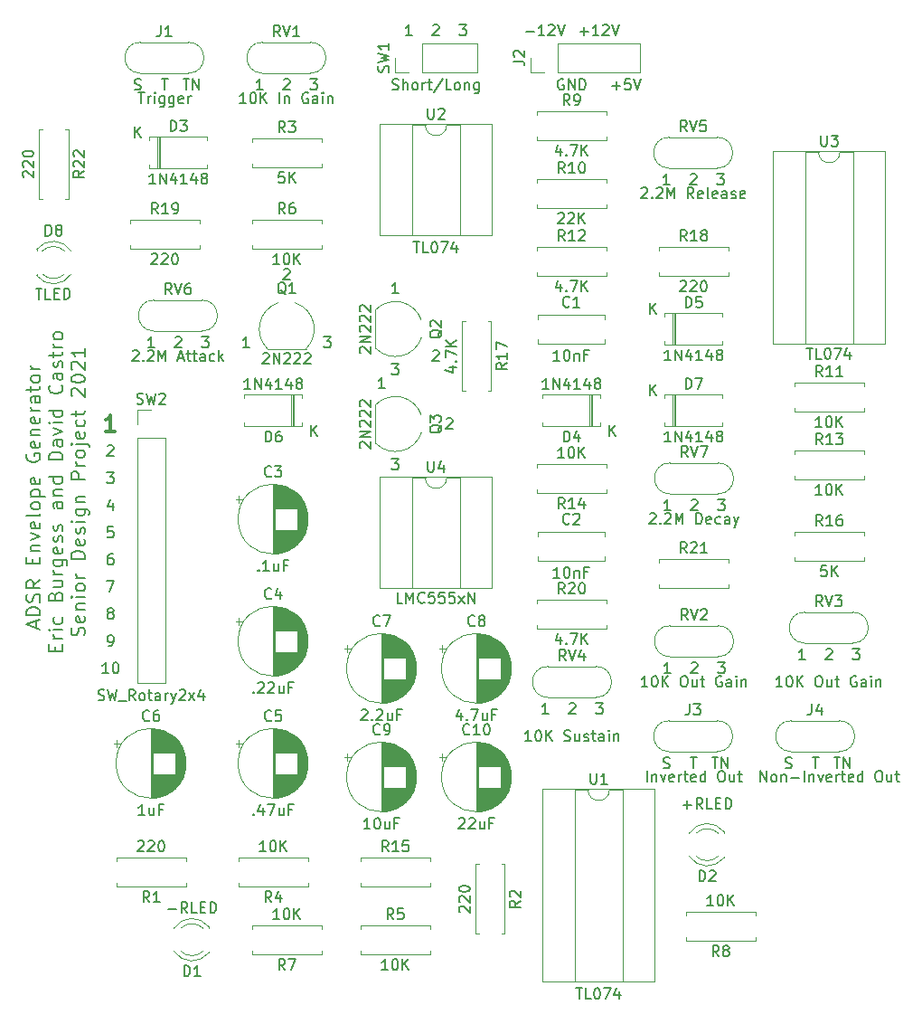
<source format=gto>
%TF.GenerationSoftware,KiCad,Pcbnew,(5.1.12)-1*%
%TF.CreationDate,2021-11-26T16:20:00-08:00*%
%TF.ProjectId,adsr_envelope,61647372-5f65-46e7-9665-6c6f70652e6b,rev?*%
%TF.SameCoordinates,Original*%
%TF.FileFunction,Legend,Top*%
%TF.FilePolarity,Positive*%
%FSLAX46Y46*%
G04 Gerber Fmt 4.6, Leading zero omitted, Abs format (unit mm)*
G04 Created by KiCad (PCBNEW (5.1.12)-1) date 2021-11-26 16:20:00*
%MOMM*%
%LPD*%
G01*
G04 APERTURE LIST*
%ADD10C,0.150000*%
%ADD11C,0.300000*%
%ADD12C,0.120000*%
%ADD13O,1.600000X1.600000*%
%ADD14C,1.600000*%
%ADD15C,1.800000*%
%ADD16R,1.800000X1.800000*%
%ADD17O,2.400000X1.600000*%
%ADD18R,2.400000X1.600000*%
%ADD19O,1.700000X1.700000*%
%ADD20R,1.700000X1.700000*%
%ADD21C,1.700000*%
%ADD22R,1.800000X1.100000*%
%ADD23R,1.100000X1.800000*%
%ADD24O,1.800000X1.800000*%
%ADD25R,1.600000X1.600000*%
G04 APERTURE END LIST*
D10*
X20976666Y-85111428D02*
X20976666Y-84492380D01*
X21348095Y-85235238D02*
X20048095Y-84801904D01*
X21348095Y-84368571D01*
X21348095Y-83935238D02*
X20048095Y-83935238D01*
X20048095Y-83625714D01*
X20110000Y-83440000D01*
X20233809Y-83316190D01*
X20357619Y-83254285D01*
X20605238Y-83192380D01*
X20790952Y-83192380D01*
X21038571Y-83254285D01*
X21162380Y-83316190D01*
X21286190Y-83440000D01*
X21348095Y-83625714D01*
X21348095Y-83935238D01*
X21286190Y-82697142D02*
X21348095Y-82511428D01*
X21348095Y-82201904D01*
X21286190Y-82078095D01*
X21224285Y-82016190D01*
X21100476Y-81954285D01*
X20976666Y-81954285D01*
X20852857Y-82016190D01*
X20790952Y-82078095D01*
X20729047Y-82201904D01*
X20667142Y-82449523D01*
X20605238Y-82573333D01*
X20543333Y-82635238D01*
X20419523Y-82697142D01*
X20295714Y-82697142D01*
X20171904Y-82635238D01*
X20110000Y-82573333D01*
X20048095Y-82449523D01*
X20048095Y-82140000D01*
X20110000Y-81954285D01*
X21348095Y-80654285D02*
X20729047Y-81087619D01*
X21348095Y-81397142D02*
X20048095Y-81397142D01*
X20048095Y-80901904D01*
X20110000Y-80778095D01*
X20171904Y-80716190D01*
X20295714Y-80654285D01*
X20481428Y-80654285D01*
X20605238Y-80716190D01*
X20667142Y-80778095D01*
X20729047Y-80901904D01*
X20729047Y-81397142D01*
X20667142Y-79106666D02*
X20667142Y-78673333D01*
X21348095Y-78487619D02*
X21348095Y-79106666D01*
X20048095Y-79106666D01*
X20048095Y-78487619D01*
X20481428Y-77930476D02*
X21348095Y-77930476D01*
X20605238Y-77930476D02*
X20543333Y-77868571D01*
X20481428Y-77744761D01*
X20481428Y-77559047D01*
X20543333Y-77435238D01*
X20667142Y-77373333D01*
X21348095Y-77373333D01*
X20481428Y-76878095D02*
X21348095Y-76568571D01*
X20481428Y-76259047D01*
X21286190Y-75268571D02*
X21348095Y-75392380D01*
X21348095Y-75640000D01*
X21286190Y-75763809D01*
X21162380Y-75825714D01*
X20667142Y-75825714D01*
X20543333Y-75763809D01*
X20481428Y-75640000D01*
X20481428Y-75392380D01*
X20543333Y-75268571D01*
X20667142Y-75206666D01*
X20790952Y-75206666D01*
X20914761Y-75825714D01*
X21348095Y-74463809D02*
X21286190Y-74587619D01*
X21162380Y-74649523D01*
X20048095Y-74649523D01*
X21348095Y-73782857D02*
X21286190Y-73906666D01*
X21224285Y-73968571D01*
X21100476Y-74030476D01*
X20729047Y-74030476D01*
X20605238Y-73968571D01*
X20543333Y-73906666D01*
X20481428Y-73782857D01*
X20481428Y-73597142D01*
X20543333Y-73473333D01*
X20605238Y-73411428D01*
X20729047Y-73349523D01*
X21100476Y-73349523D01*
X21224285Y-73411428D01*
X21286190Y-73473333D01*
X21348095Y-73597142D01*
X21348095Y-73782857D01*
X20481428Y-72792380D02*
X21781428Y-72792380D01*
X20543333Y-72792380D02*
X20481428Y-72668571D01*
X20481428Y-72420952D01*
X20543333Y-72297142D01*
X20605238Y-72235238D01*
X20729047Y-72173333D01*
X21100476Y-72173333D01*
X21224285Y-72235238D01*
X21286190Y-72297142D01*
X21348095Y-72420952D01*
X21348095Y-72668571D01*
X21286190Y-72792380D01*
X21286190Y-71120952D02*
X21348095Y-71244761D01*
X21348095Y-71492380D01*
X21286190Y-71616190D01*
X21162380Y-71678095D01*
X20667142Y-71678095D01*
X20543333Y-71616190D01*
X20481428Y-71492380D01*
X20481428Y-71244761D01*
X20543333Y-71120952D01*
X20667142Y-71059047D01*
X20790952Y-71059047D01*
X20914761Y-71678095D01*
X20110000Y-68830476D02*
X20048095Y-68954285D01*
X20048095Y-69140000D01*
X20110000Y-69325714D01*
X20233809Y-69449523D01*
X20357619Y-69511428D01*
X20605238Y-69573333D01*
X20790952Y-69573333D01*
X21038571Y-69511428D01*
X21162380Y-69449523D01*
X21286190Y-69325714D01*
X21348095Y-69140000D01*
X21348095Y-69016190D01*
X21286190Y-68830476D01*
X21224285Y-68768571D01*
X20790952Y-68768571D01*
X20790952Y-69016190D01*
X21286190Y-67716190D02*
X21348095Y-67840000D01*
X21348095Y-68087619D01*
X21286190Y-68211428D01*
X21162380Y-68273333D01*
X20667142Y-68273333D01*
X20543333Y-68211428D01*
X20481428Y-68087619D01*
X20481428Y-67840000D01*
X20543333Y-67716190D01*
X20667142Y-67654285D01*
X20790952Y-67654285D01*
X20914761Y-68273333D01*
X20481428Y-67097142D02*
X21348095Y-67097142D01*
X20605238Y-67097142D02*
X20543333Y-67035238D01*
X20481428Y-66911428D01*
X20481428Y-66725714D01*
X20543333Y-66601904D01*
X20667142Y-66540000D01*
X21348095Y-66540000D01*
X21286190Y-65425714D02*
X21348095Y-65549523D01*
X21348095Y-65797142D01*
X21286190Y-65920952D01*
X21162380Y-65982857D01*
X20667142Y-65982857D01*
X20543333Y-65920952D01*
X20481428Y-65797142D01*
X20481428Y-65549523D01*
X20543333Y-65425714D01*
X20667142Y-65363809D01*
X20790952Y-65363809D01*
X20914761Y-65982857D01*
X21348095Y-64806666D02*
X20481428Y-64806666D01*
X20729047Y-64806666D02*
X20605238Y-64744761D01*
X20543333Y-64682857D01*
X20481428Y-64559047D01*
X20481428Y-64435238D01*
X21348095Y-63444761D02*
X20667142Y-63444761D01*
X20543333Y-63506666D01*
X20481428Y-63630476D01*
X20481428Y-63878095D01*
X20543333Y-64001904D01*
X21286190Y-63444761D02*
X21348095Y-63568571D01*
X21348095Y-63878095D01*
X21286190Y-64001904D01*
X21162380Y-64063809D01*
X21038571Y-64063809D01*
X20914761Y-64001904D01*
X20852857Y-63878095D01*
X20852857Y-63568571D01*
X20790952Y-63444761D01*
X20481428Y-63011428D02*
X20481428Y-62516190D01*
X20048095Y-62825714D02*
X21162380Y-62825714D01*
X21286190Y-62763809D01*
X21348095Y-62640000D01*
X21348095Y-62516190D01*
X21348095Y-61897142D02*
X21286190Y-62020952D01*
X21224285Y-62082857D01*
X21100476Y-62144761D01*
X20729047Y-62144761D01*
X20605238Y-62082857D01*
X20543333Y-62020952D01*
X20481428Y-61897142D01*
X20481428Y-61711428D01*
X20543333Y-61587619D01*
X20605238Y-61525714D01*
X20729047Y-61463809D01*
X21100476Y-61463809D01*
X21224285Y-61525714D01*
X21286190Y-61587619D01*
X21348095Y-61711428D01*
X21348095Y-61897142D01*
X21348095Y-60906666D02*
X20481428Y-60906666D01*
X20729047Y-60906666D02*
X20605238Y-60844761D01*
X20543333Y-60782857D01*
X20481428Y-60659047D01*
X20481428Y-60535238D01*
X22767142Y-87278095D02*
X22767142Y-86844761D01*
X23448095Y-86659047D02*
X23448095Y-87278095D01*
X22148095Y-87278095D01*
X22148095Y-86659047D01*
X23448095Y-86101904D02*
X22581428Y-86101904D01*
X22829047Y-86101904D02*
X22705238Y-86040000D01*
X22643333Y-85978095D01*
X22581428Y-85854285D01*
X22581428Y-85730476D01*
X23448095Y-85297142D02*
X22581428Y-85297142D01*
X22148095Y-85297142D02*
X22210000Y-85359047D01*
X22271904Y-85297142D01*
X22210000Y-85235238D01*
X22148095Y-85297142D01*
X22271904Y-85297142D01*
X23386190Y-84120952D02*
X23448095Y-84244761D01*
X23448095Y-84492380D01*
X23386190Y-84616190D01*
X23324285Y-84678095D01*
X23200476Y-84740000D01*
X22829047Y-84740000D01*
X22705238Y-84678095D01*
X22643333Y-84616190D01*
X22581428Y-84492380D01*
X22581428Y-84244761D01*
X22643333Y-84120952D01*
X22767142Y-82140000D02*
X22829047Y-81954285D01*
X22890952Y-81892380D01*
X23014761Y-81830476D01*
X23200476Y-81830476D01*
X23324285Y-81892380D01*
X23386190Y-81954285D01*
X23448095Y-82078095D01*
X23448095Y-82573333D01*
X22148095Y-82573333D01*
X22148095Y-82140000D01*
X22210000Y-82016190D01*
X22271904Y-81954285D01*
X22395714Y-81892380D01*
X22519523Y-81892380D01*
X22643333Y-81954285D01*
X22705238Y-82016190D01*
X22767142Y-82140000D01*
X22767142Y-82573333D01*
X22581428Y-80716190D02*
X23448095Y-80716190D01*
X22581428Y-81273333D02*
X23262380Y-81273333D01*
X23386190Y-81211428D01*
X23448095Y-81087619D01*
X23448095Y-80901904D01*
X23386190Y-80778095D01*
X23324285Y-80716190D01*
X23448095Y-80097142D02*
X22581428Y-80097142D01*
X22829047Y-80097142D02*
X22705238Y-80035238D01*
X22643333Y-79973333D01*
X22581428Y-79849523D01*
X22581428Y-79725714D01*
X22581428Y-78735238D02*
X23633809Y-78735238D01*
X23757619Y-78797142D01*
X23819523Y-78859047D01*
X23881428Y-78982857D01*
X23881428Y-79168571D01*
X23819523Y-79292380D01*
X23386190Y-78735238D02*
X23448095Y-78859047D01*
X23448095Y-79106666D01*
X23386190Y-79230476D01*
X23324285Y-79292380D01*
X23200476Y-79354285D01*
X22829047Y-79354285D01*
X22705238Y-79292380D01*
X22643333Y-79230476D01*
X22581428Y-79106666D01*
X22581428Y-78859047D01*
X22643333Y-78735238D01*
X23386190Y-77620952D02*
X23448095Y-77744761D01*
X23448095Y-77992380D01*
X23386190Y-78116190D01*
X23262380Y-78178095D01*
X22767142Y-78178095D01*
X22643333Y-78116190D01*
X22581428Y-77992380D01*
X22581428Y-77744761D01*
X22643333Y-77620952D01*
X22767142Y-77559047D01*
X22890952Y-77559047D01*
X23014761Y-78178095D01*
X23386190Y-77063809D02*
X23448095Y-76940000D01*
X23448095Y-76692380D01*
X23386190Y-76568571D01*
X23262380Y-76506666D01*
X23200476Y-76506666D01*
X23076666Y-76568571D01*
X23014761Y-76692380D01*
X23014761Y-76878095D01*
X22952857Y-77001904D01*
X22829047Y-77063809D01*
X22767142Y-77063809D01*
X22643333Y-77001904D01*
X22581428Y-76878095D01*
X22581428Y-76692380D01*
X22643333Y-76568571D01*
X23386190Y-76011428D02*
X23448095Y-75887619D01*
X23448095Y-75640000D01*
X23386190Y-75516190D01*
X23262380Y-75454285D01*
X23200476Y-75454285D01*
X23076666Y-75516190D01*
X23014761Y-75640000D01*
X23014761Y-75825714D01*
X22952857Y-75949523D01*
X22829047Y-76011428D01*
X22767142Y-76011428D01*
X22643333Y-75949523D01*
X22581428Y-75825714D01*
X22581428Y-75640000D01*
X22643333Y-75516190D01*
X23448095Y-73349523D02*
X22767142Y-73349523D01*
X22643333Y-73411428D01*
X22581428Y-73535238D01*
X22581428Y-73782857D01*
X22643333Y-73906666D01*
X23386190Y-73349523D02*
X23448095Y-73473333D01*
X23448095Y-73782857D01*
X23386190Y-73906666D01*
X23262380Y-73968571D01*
X23138571Y-73968571D01*
X23014761Y-73906666D01*
X22952857Y-73782857D01*
X22952857Y-73473333D01*
X22890952Y-73349523D01*
X22581428Y-72730476D02*
X23448095Y-72730476D01*
X22705238Y-72730476D02*
X22643333Y-72668571D01*
X22581428Y-72544761D01*
X22581428Y-72359047D01*
X22643333Y-72235238D01*
X22767142Y-72173333D01*
X23448095Y-72173333D01*
X23448095Y-70997142D02*
X22148095Y-70997142D01*
X23386190Y-70997142D02*
X23448095Y-71120952D01*
X23448095Y-71368571D01*
X23386190Y-71492380D01*
X23324285Y-71554285D01*
X23200476Y-71616190D01*
X22829047Y-71616190D01*
X22705238Y-71554285D01*
X22643333Y-71492380D01*
X22581428Y-71368571D01*
X22581428Y-71120952D01*
X22643333Y-70997142D01*
X23448095Y-69387619D02*
X22148095Y-69387619D01*
X22148095Y-69078095D01*
X22210000Y-68892380D01*
X22333809Y-68768571D01*
X22457619Y-68706666D01*
X22705238Y-68644761D01*
X22890952Y-68644761D01*
X23138571Y-68706666D01*
X23262380Y-68768571D01*
X23386190Y-68892380D01*
X23448095Y-69078095D01*
X23448095Y-69387619D01*
X23448095Y-67530476D02*
X22767142Y-67530476D01*
X22643333Y-67592380D01*
X22581428Y-67716190D01*
X22581428Y-67963809D01*
X22643333Y-68087619D01*
X23386190Y-67530476D02*
X23448095Y-67654285D01*
X23448095Y-67963809D01*
X23386190Y-68087619D01*
X23262380Y-68149523D01*
X23138571Y-68149523D01*
X23014761Y-68087619D01*
X22952857Y-67963809D01*
X22952857Y-67654285D01*
X22890952Y-67530476D01*
X22581428Y-67035238D02*
X23448095Y-66725714D01*
X22581428Y-66416190D01*
X23448095Y-65920952D02*
X22581428Y-65920952D01*
X22148095Y-65920952D02*
X22210000Y-65982857D01*
X22271904Y-65920952D01*
X22210000Y-65859047D01*
X22148095Y-65920952D01*
X22271904Y-65920952D01*
X23448095Y-64744761D02*
X22148095Y-64744761D01*
X23386190Y-64744761D02*
X23448095Y-64868571D01*
X23448095Y-65116190D01*
X23386190Y-65240000D01*
X23324285Y-65301904D01*
X23200476Y-65363809D01*
X22829047Y-65363809D01*
X22705238Y-65301904D01*
X22643333Y-65240000D01*
X22581428Y-65116190D01*
X22581428Y-64868571D01*
X22643333Y-64744761D01*
X23324285Y-62392380D02*
X23386190Y-62454285D01*
X23448095Y-62640000D01*
X23448095Y-62763809D01*
X23386190Y-62949523D01*
X23262380Y-63073333D01*
X23138571Y-63135238D01*
X22890952Y-63197142D01*
X22705238Y-63197142D01*
X22457619Y-63135238D01*
X22333809Y-63073333D01*
X22210000Y-62949523D01*
X22148095Y-62763809D01*
X22148095Y-62640000D01*
X22210000Y-62454285D01*
X22271904Y-62392380D01*
X23448095Y-61278095D02*
X22767142Y-61278095D01*
X22643333Y-61340000D01*
X22581428Y-61463809D01*
X22581428Y-61711428D01*
X22643333Y-61835238D01*
X23386190Y-61278095D02*
X23448095Y-61401904D01*
X23448095Y-61711428D01*
X23386190Y-61835238D01*
X23262380Y-61897142D01*
X23138571Y-61897142D01*
X23014761Y-61835238D01*
X22952857Y-61711428D01*
X22952857Y-61401904D01*
X22890952Y-61278095D01*
X23386190Y-60720952D02*
X23448095Y-60597142D01*
X23448095Y-60349523D01*
X23386190Y-60225714D01*
X23262380Y-60163809D01*
X23200476Y-60163809D01*
X23076666Y-60225714D01*
X23014761Y-60349523D01*
X23014761Y-60535238D01*
X22952857Y-60659047D01*
X22829047Y-60720952D01*
X22767142Y-60720952D01*
X22643333Y-60659047D01*
X22581428Y-60535238D01*
X22581428Y-60349523D01*
X22643333Y-60225714D01*
X22581428Y-59792380D02*
X22581428Y-59297142D01*
X22148095Y-59606666D02*
X23262380Y-59606666D01*
X23386190Y-59544761D01*
X23448095Y-59420952D01*
X23448095Y-59297142D01*
X23448095Y-58863809D02*
X22581428Y-58863809D01*
X22829047Y-58863809D02*
X22705238Y-58801904D01*
X22643333Y-58740000D01*
X22581428Y-58616190D01*
X22581428Y-58492380D01*
X23448095Y-57873333D02*
X23386190Y-57997142D01*
X23324285Y-58059047D01*
X23200476Y-58120952D01*
X22829047Y-58120952D01*
X22705238Y-58059047D01*
X22643333Y-57997142D01*
X22581428Y-57873333D01*
X22581428Y-57687619D01*
X22643333Y-57563809D01*
X22705238Y-57501904D01*
X22829047Y-57440000D01*
X23200476Y-57440000D01*
X23324285Y-57501904D01*
X23386190Y-57563809D01*
X23448095Y-57687619D01*
X23448095Y-57873333D01*
X25486190Y-85823333D02*
X25548095Y-85637619D01*
X25548095Y-85328095D01*
X25486190Y-85204285D01*
X25424285Y-85142380D01*
X25300476Y-85080476D01*
X25176666Y-85080476D01*
X25052857Y-85142380D01*
X24990952Y-85204285D01*
X24929047Y-85328095D01*
X24867142Y-85575714D01*
X24805238Y-85699523D01*
X24743333Y-85761428D01*
X24619523Y-85823333D01*
X24495714Y-85823333D01*
X24371904Y-85761428D01*
X24310000Y-85699523D01*
X24248095Y-85575714D01*
X24248095Y-85266190D01*
X24310000Y-85080476D01*
X25486190Y-84028095D02*
X25548095Y-84151904D01*
X25548095Y-84399523D01*
X25486190Y-84523333D01*
X25362380Y-84585238D01*
X24867142Y-84585238D01*
X24743333Y-84523333D01*
X24681428Y-84399523D01*
X24681428Y-84151904D01*
X24743333Y-84028095D01*
X24867142Y-83966190D01*
X24990952Y-83966190D01*
X25114761Y-84585238D01*
X24681428Y-83409047D02*
X25548095Y-83409047D01*
X24805238Y-83409047D02*
X24743333Y-83347142D01*
X24681428Y-83223333D01*
X24681428Y-83037619D01*
X24743333Y-82913809D01*
X24867142Y-82851904D01*
X25548095Y-82851904D01*
X25548095Y-82232857D02*
X24681428Y-82232857D01*
X24248095Y-82232857D02*
X24310000Y-82294761D01*
X24371904Y-82232857D01*
X24310000Y-82170952D01*
X24248095Y-82232857D01*
X24371904Y-82232857D01*
X25548095Y-81428095D02*
X25486190Y-81551904D01*
X25424285Y-81613809D01*
X25300476Y-81675714D01*
X24929047Y-81675714D01*
X24805238Y-81613809D01*
X24743333Y-81551904D01*
X24681428Y-81428095D01*
X24681428Y-81242380D01*
X24743333Y-81118571D01*
X24805238Y-81056666D01*
X24929047Y-80994761D01*
X25300476Y-80994761D01*
X25424285Y-81056666D01*
X25486190Y-81118571D01*
X25548095Y-81242380D01*
X25548095Y-81428095D01*
X25548095Y-80437619D02*
X24681428Y-80437619D01*
X24929047Y-80437619D02*
X24805238Y-80375714D01*
X24743333Y-80313809D01*
X24681428Y-80190000D01*
X24681428Y-80066190D01*
X25548095Y-78642380D02*
X24248095Y-78642380D01*
X24248095Y-78332857D01*
X24310000Y-78147142D01*
X24433809Y-78023333D01*
X24557619Y-77961428D01*
X24805238Y-77899523D01*
X24990952Y-77899523D01*
X25238571Y-77961428D01*
X25362380Y-78023333D01*
X25486190Y-78147142D01*
X25548095Y-78332857D01*
X25548095Y-78642380D01*
X25486190Y-76847142D02*
X25548095Y-76970952D01*
X25548095Y-77218571D01*
X25486190Y-77342380D01*
X25362380Y-77404285D01*
X24867142Y-77404285D01*
X24743333Y-77342380D01*
X24681428Y-77218571D01*
X24681428Y-76970952D01*
X24743333Y-76847142D01*
X24867142Y-76785238D01*
X24990952Y-76785238D01*
X25114761Y-77404285D01*
X25486190Y-76290000D02*
X25548095Y-76166190D01*
X25548095Y-75918571D01*
X25486190Y-75794761D01*
X25362380Y-75732857D01*
X25300476Y-75732857D01*
X25176666Y-75794761D01*
X25114761Y-75918571D01*
X25114761Y-76104285D01*
X25052857Y-76228095D01*
X24929047Y-76290000D01*
X24867142Y-76290000D01*
X24743333Y-76228095D01*
X24681428Y-76104285D01*
X24681428Y-75918571D01*
X24743333Y-75794761D01*
X25548095Y-75175714D02*
X24681428Y-75175714D01*
X24248095Y-75175714D02*
X24310000Y-75237619D01*
X24371904Y-75175714D01*
X24310000Y-75113809D01*
X24248095Y-75175714D01*
X24371904Y-75175714D01*
X24681428Y-73999523D02*
X25733809Y-73999523D01*
X25857619Y-74061428D01*
X25919523Y-74123333D01*
X25981428Y-74247142D01*
X25981428Y-74432857D01*
X25919523Y-74556666D01*
X25486190Y-73999523D02*
X25548095Y-74123333D01*
X25548095Y-74370952D01*
X25486190Y-74494761D01*
X25424285Y-74556666D01*
X25300476Y-74618571D01*
X24929047Y-74618571D01*
X24805238Y-74556666D01*
X24743333Y-74494761D01*
X24681428Y-74370952D01*
X24681428Y-74123333D01*
X24743333Y-73999523D01*
X24681428Y-73380476D02*
X25548095Y-73380476D01*
X24805238Y-73380476D02*
X24743333Y-73318571D01*
X24681428Y-73194761D01*
X24681428Y-73009047D01*
X24743333Y-72885238D01*
X24867142Y-72823333D01*
X25548095Y-72823333D01*
X25548095Y-71213809D02*
X24248095Y-71213809D01*
X24248095Y-70718571D01*
X24310000Y-70594761D01*
X24371904Y-70532857D01*
X24495714Y-70470952D01*
X24681428Y-70470952D01*
X24805238Y-70532857D01*
X24867142Y-70594761D01*
X24929047Y-70718571D01*
X24929047Y-71213809D01*
X25548095Y-69913809D02*
X24681428Y-69913809D01*
X24929047Y-69913809D02*
X24805238Y-69851904D01*
X24743333Y-69790000D01*
X24681428Y-69666190D01*
X24681428Y-69542380D01*
X25548095Y-68923333D02*
X25486190Y-69047142D01*
X25424285Y-69109047D01*
X25300476Y-69170952D01*
X24929047Y-69170952D01*
X24805238Y-69109047D01*
X24743333Y-69047142D01*
X24681428Y-68923333D01*
X24681428Y-68737619D01*
X24743333Y-68613809D01*
X24805238Y-68551904D01*
X24929047Y-68490000D01*
X25300476Y-68490000D01*
X25424285Y-68551904D01*
X25486190Y-68613809D01*
X25548095Y-68737619D01*
X25548095Y-68923333D01*
X24681428Y-67932857D02*
X25795714Y-67932857D01*
X25919523Y-67994761D01*
X25981428Y-68118571D01*
X25981428Y-68180476D01*
X24248095Y-67932857D02*
X24310000Y-67994761D01*
X24371904Y-67932857D01*
X24310000Y-67870952D01*
X24248095Y-67932857D01*
X24371904Y-67932857D01*
X25486190Y-66818571D02*
X25548095Y-66942380D01*
X25548095Y-67190000D01*
X25486190Y-67313809D01*
X25362380Y-67375714D01*
X24867142Y-67375714D01*
X24743333Y-67313809D01*
X24681428Y-67190000D01*
X24681428Y-66942380D01*
X24743333Y-66818571D01*
X24867142Y-66756666D01*
X24990952Y-66756666D01*
X25114761Y-67375714D01*
X25486190Y-65642380D02*
X25548095Y-65766190D01*
X25548095Y-66013809D01*
X25486190Y-66137619D01*
X25424285Y-66199523D01*
X25300476Y-66261428D01*
X24929047Y-66261428D01*
X24805238Y-66199523D01*
X24743333Y-66137619D01*
X24681428Y-66013809D01*
X24681428Y-65766190D01*
X24743333Y-65642380D01*
X24681428Y-65270952D02*
X24681428Y-64775714D01*
X24248095Y-65085238D02*
X25362380Y-65085238D01*
X25486190Y-65023333D01*
X25548095Y-64899523D01*
X25548095Y-64775714D01*
X24371904Y-63413809D02*
X24310000Y-63351904D01*
X24248095Y-63228095D01*
X24248095Y-62918571D01*
X24310000Y-62794761D01*
X24371904Y-62732857D01*
X24495714Y-62670952D01*
X24619523Y-62670952D01*
X24805238Y-62732857D01*
X25548095Y-63475714D01*
X25548095Y-62670952D01*
X24248095Y-61866190D02*
X24248095Y-61742380D01*
X24310000Y-61618571D01*
X24371904Y-61556666D01*
X24495714Y-61494761D01*
X24743333Y-61432857D01*
X25052857Y-61432857D01*
X25300476Y-61494761D01*
X25424285Y-61556666D01*
X25486190Y-61618571D01*
X25548095Y-61742380D01*
X25548095Y-61866190D01*
X25486190Y-61990000D01*
X25424285Y-62051904D01*
X25300476Y-62113809D01*
X25052857Y-62175714D01*
X24743333Y-62175714D01*
X24495714Y-62113809D01*
X24371904Y-62051904D01*
X24310000Y-61990000D01*
X24248095Y-61866190D01*
X24371904Y-60937619D02*
X24310000Y-60875714D01*
X24248095Y-60751904D01*
X24248095Y-60442380D01*
X24310000Y-60318571D01*
X24371904Y-60256666D01*
X24495714Y-60194761D01*
X24619523Y-60194761D01*
X24805238Y-60256666D01*
X25548095Y-60999523D01*
X25548095Y-60194761D01*
X25548095Y-58956666D02*
X25548095Y-59699523D01*
X25548095Y-59328095D02*
X24248095Y-59328095D01*
X24433809Y-59451904D01*
X24557619Y-59575714D01*
X24619523Y-59699523D01*
X47926666Y-57872380D02*
X48545714Y-57872380D01*
X48212380Y-58253333D01*
X48355238Y-58253333D01*
X48450476Y-58300952D01*
X48498095Y-58348571D01*
X48545714Y-58443809D01*
X48545714Y-58681904D01*
X48498095Y-58777142D01*
X48450476Y-58824761D01*
X48355238Y-58872380D01*
X48069523Y-58872380D01*
X47974285Y-58824761D01*
X47926666Y-58777142D01*
X44164285Y-51617619D02*
X44211904Y-51570000D01*
X44307142Y-51522380D01*
X44545238Y-51522380D01*
X44640476Y-51570000D01*
X44688095Y-51617619D01*
X44735714Y-51712857D01*
X44735714Y-51808095D01*
X44688095Y-51950952D01*
X44116666Y-52522380D01*
X44735714Y-52522380D01*
X40925714Y-58872380D02*
X40354285Y-58872380D01*
X40640000Y-58872380D02*
X40640000Y-57872380D01*
X40544761Y-58015238D01*
X40449523Y-58110476D01*
X40354285Y-58158095D01*
X54276666Y-60412380D02*
X54895714Y-60412380D01*
X54562380Y-60793333D01*
X54705238Y-60793333D01*
X54800476Y-60840952D01*
X54848095Y-60888571D01*
X54895714Y-60983809D01*
X54895714Y-61221904D01*
X54848095Y-61317142D01*
X54800476Y-61364761D01*
X54705238Y-61412380D01*
X54419523Y-61412380D01*
X54324285Y-61364761D01*
X54276666Y-61317142D01*
X58134285Y-59237619D02*
X58181904Y-59190000D01*
X58277142Y-59142380D01*
X58515238Y-59142380D01*
X58610476Y-59190000D01*
X58658095Y-59237619D01*
X58705714Y-59332857D01*
X58705714Y-59428095D01*
X58658095Y-59570952D01*
X58086666Y-60142380D01*
X58705714Y-60142380D01*
X54895714Y-53792380D02*
X54324285Y-53792380D01*
X54610000Y-53792380D02*
X54610000Y-52792380D01*
X54514761Y-52935238D01*
X54419523Y-53030476D01*
X54324285Y-53078095D01*
X54276666Y-69302380D02*
X54895714Y-69302380D01*
X54562380Y-69683333D01*
X54705238Y-69683333D01*
X54800476Y-69730952D01*
X54848095Y-69778571D01*
X54895714Y-69873809D01*
X54895714Y-70111904D01*
X54848095Y-70207142D01*
X54800476Y-70254761D01*
X54705238Y-70302380D01*
X54419523Y-70302380D01*
X54324285Y-70254761D01*
X54276666Y-70207142D01*
X59404285Y-65587619D02*
X59451904Y-65540000D01*
X59547142Y-65492380D01*
X59785238Y-65492380D01*
X59880476Y-65540000D01*
X59928095Y-65587619D01*
X59975714Y-65682857D01*
X59975714Y-65778095D01*
X59928095Y-65920952D01*
X59356666Y-66492380D01*
X59975714Y-66492380D01*
X53625714Y-62682380D02*
X53054285Y-62682380D01*
X53340000Y-62682380D02*
X53340000Y-61682380D01*
X53244761Y-61825238D01*
X53149523Y-61920476D01*
X53054285Y-61968095D01*
X27749523Y-89352380D02*
X27178095Y-89352380D01*
X27463809Y-89352380D02*
X27463809Y-88352380D01*
X27368571Y-88495238D01*
X27273333Y-88590476D01*
X27178095Y-88638095D01*
X28368571Y-88352380D02*
X28463809Y-88352380D01*
X28559047Y-88400000D01*
X28606666Y-88447619D01*
X28654285Y-88542857D01*
X28701904Y-88733333D01*
X28701904Y-88971428D01*
X28654285Y-89161904D01*
X28606666Y-89257142D01*
X28559047Y-89304761D01*
X28463809Y-89352380D01*
X28368571Y-89352380D01*
X28273333Y-89304761D01*
X28225714Y-89257142D01*
X28178095Y-89161904D01*
X28130476Y-88971428D01*
X28130476Y-88733333D01*
X28178095Y-88542857D01*
X28225714Y-88447619D01*
X28273333Y-88400000D01*
X28368571Y-88352380D01*
X27749523Y-86812380D02*
X27940000Y-86812380D01*
X28035238Y-86764761D01*
X28082857Y-86717142D01*
X28178095Y-86574285D01*
X28225714Y-86383809D01*
X28225714Y-86002857D01*
X28178095Y-85907619D01*
X28130476Y-85860000D01*
X28035238Y-85812380D01*
X27844761Y-85812380D01*
X27749523Y-85860000D01*
X27701904Y-85907619D01*
X27654285Y-86002857D01*
X27654285Y-86240952D01*
X27701904Y-86336190D01*
X27749523Y-86383809D01*
X27844761Y-86431428D01*
X28035238Y-86431428D01*
X28130476Y-86383809D01*
X28178095Y-86336190D01*
X28225714Y-86240952D01*
X27844761Y-83700952D02*
X27749523Y-83653333D01*
X27701904Y-83605714D01*
X27654285Y-83510476D01*
X27654285Y-83462857D01*
X27701904Y-83367619D01*
X27749523Y-83320000D01*
X27844761Y-83272380D01*
X28035238Y-83272380D01*
X28130476Y-83320000D01*
X28178095Y-83367619D01*
X28225714Y-83462857D01*
X28225714Y-83510476D01*
X28178095Y-83605714D01*
X28130476Y-83653333D01*
X28035238Y-83700952D01*
X27844761Y-83700952D01*
X27749523Y-83748571D01*
X27701904Y-83796190D01*
X27654285Y-83891428D01*
X27654285Y-84081904D01*
X27701904Y-84177142D01*
X27749523Y-84224761D01*
X27844761Y-84272380D01*
X28035238Y-84272380D01*
X28130476Y-84224761D01*
X28178095Y-84177142D01*
X28225714Y-84081904D01*
X28225714Y-83891428D01*
X28178095Y-83796190D01*
X28130476Y-83748571D01*
X28035238Y-83700952D01*
X27606666Y-80732380D02*
X28273333Y-80732380D01*
X27844761Y-81732380D01*
X28130476Y-78192380D02*
X27940000Y-78192380D01*
X27844761Y-78240000D01*
X27797142Y-78287619D01*
X27701904Y-78430476D01*
X27654285Y-78620952D01*
X27654285Y-79001904D01*
X27701904Y-79097142D01*
X27749523Y-79144761D01*
X27844761Y-79192380D01*
X28035238Y-79192380D01*
X28130476Y-79144761D01*
X28178095Y-79097142D01*
X28225714Y-79001904D01*
X28225714Y-78763809D01*
X28178095Y-78668571D01*
X28130476Y-78620952D01*
X28035238Y-78573333D01*
X27844761Y-78573333D01*
X27749523Y-78620952D01*
X27701904Y-78668571D01*
X27654285Y-78763809D01*
X28178095Y-75652380D02*
X27701904Y-75652380D01*
X27654285Y-76128571D01*
X27701904Y-76080952D01*
X27797142Y-76033333D01*
X28035238Y-76033333D01*
X28130476Y-76080952D01*
X28178095Y-76128571D01*
X28225714Y-76223809D01*
X28225714Y-76461904D01*
X28178095Y-76557142D01*
X28130476Y-76604761D01*
X28035238Y-76652380D01*
X27797142Y-76652380D01*
X27701904Y-76604761D01*
X27654285Y-76557142D01*
X28130476Y-73445714D02*
X28130476Y-74112380D01*
X27892380Y-73064761D02*
X27654285Y-73779047D01*
X28273333Y-73779047D01*
X27606666Y-70572380D02*
X28225714Y-70572380D01*
X27892380Y-70953333D01*
X28035238Y-70953333D01*
X28130476Y-71000952D01*
X28178095Y-71048571D01*
X28225714Y-71143809D01*
X28225714Y-71381904D01*
X28178095Y-71477142D01*
X28130476Y-71524761D01*
X28035238Y-71572380D01*
X27749523Y-71572380D01*
X27654285Y-71524761D01*
X27606666Y-71477142D01*
X27654285Y-68127619D02*
X27701904Y-68080000D01*
X27797142Y-68032380D01*
X28035238Y-68032380D01*
X28130476Y-68080000D01*
X28178095Y-68127619D01*
X28225714Y-68222857D01*
X28225714Y-68318095D01*
X28178095Y-68460952D01*
X27606666Y-69032380D01*
X28225714Y-69032380D01*
D11*
X28368571Y-66718571D02*
X27511428Y-66718571D01*
X27940000Y-66718571D02*
X27940000Y-65218571D01*
X27797142Y-65432857D01*
X27654285Y-65575714D01*
X27511428Y-65647142D01*
D10*
X74914285Y-34361428D02*
X75676190Y-34361428D01*
X75295238Y-34742380D02*
X75295238Y-33980476D01*
X76628571Y-33742380D02*
X76152380Y-33742380D01*
X76104761Y-34218571D01*
X76152380Y-34170952D01*
X76247619Y-34123333D01*
X76485714Y-34123333D01*
X76580952Y-34170952D01*
X76628571Y-34218571D01*
X76676190Y-34313809D01*
X76676190Y-34551904D01*
X76628571Y-34647142D01*
X76580952Y-34694761D01*
X76485714Y-34742380D01*
X76247619Y-34742380D01*
X76152380Y-34694761D01*
X76104761Y-34647142D01*
X76961904Y-33742380D02*
X77295238Y-34742380D01*
X77628571Y-33742380D01*
X71898095Y-29281428D02*
X72660000Y-29281428D01*
X72279047Y-29662380D02*
X72279047Y-28900476D01*
X73660000Y-29662380D02*
X73088571Y-29662380D01*
X73374285Y-29662380D02*
X73374285Y-28662380D01*
X73279047Y-28805238D01*
X73183809Y-28900476D01*
X73088571Y-28948095D01*
X74040952Y-28757619D02*
X74088571Y-28710000D01*
X74183809Y-28662380D01*
X74421904Y-28662380D01*
X74517142Y-28710000D01*
X74564761Y-28757619D01*
X74612380Y-28852857D01*
X74612380Y-28948095D01*
X74564761Y-29090952D01*
X73993333Y-29662380D01*
X74612380Y-29662380D01*
X74898095Y-28662380D02*
X75231428Y-29662380D01*
X75564761Y-28662380D01*
X70358095Y-33790000D02*
X70262857Y-33742380D01*
X70120000Y-33742380D01*
X69977142Y-33790000D01*
X69881904Y-33885238D01*
X69834285Y-33980476D01*
X69786666Y-34170952D01*
X69786666Y-34313809D01*
X69834285Y-34504285D01*
X69881904Y-34599523D01*
X69977142Y-34694761D01*
X70120000Y-34742380D01*
X70215238Y-34742380D01*
X70358095Y-34694761D01*
X70405714Y-34647142D01*
X70405714Y-34313809D01*
X70215238Y-34313809D01*
X70834285Y-34742380D02*
X70834285Y-33742380D01*
X71405714Y-34742380D01*
X71405714Y-33742380D01*
X71881904Y-34742380D02*
X71881904Y-33742380D01*
X72120000Y-33742380D01*
X72262857Y-33790000D01*
X72358095Y-33885238D01*
X72405714Y-33980476D01*
X72453333Y-34170952D01*
X72453333Y-34313809D01*
X72405714Y-34504285D01*
X72358095Y-34599523D01*
X72262857Y-34694761D01*
X72120000Y-34742380D01*
X71881904Y-34742380D01*
X66818095Y-29281428D02*
X67580000Y-29281428D01*
X68580000Y-29662380D02*
X68008571Y-29662380D01*
X68294285Y-29662380D02*
X68294285Y-28662380D01*
X68199047Y-28805238D01*
X68103809Y-28900476D01*
X68008571Y-28948095D01*
X68960952Y-28757619D02*
X69008571Y-28710000D01*
X69103809Y-28662380D01*
X69341904Y-28662380D01*
X69437142Y-28710000D01*
X69484761Y-28757619D01*
X69532380Y-28852857D01*
X69532380Y-28948095D01*
X69484761Y-29090952D01*
X68913333Y-29662380D01*
X69532380Y-29662380D01*
X69818095Y-28662380D02*
X70151428Y-29662380D01*
X70484761Y-28662380D01*
X60626666Y-28662380D02*
X61245714Y-28662380D01*
X60912380Y-29043333D01*
X61055238Y-29043333D01*
X61150476Y-29090952D01*
X61198095Y-29138571D01*
X61245714Y-29233809D01*
X61245714Y-29471904D01*
X61198095Y-29567142D01*
X61150476Y-29614761D01*
X61055238Y-29662380D01*
X60769523Y-29662380D01*
X60674285Y-29614761D01*
X60626666Y-29567142D01*
X58134285Y-28757619D02*
X58181904Y-28710000D01*
X58277142Y-28662380D01*
X58515238Y-28662380D01*
X58610476Y-28710000D01*
X58658095Y-28757619D01*
X58705714Y-28852857D01*
X58705714Y-28948095D01*
X58658095Y-29090952D01*
X58086666Y-29662380D01*
X58705714Y-29662380D01*
X56165714Y-29662380D02*
X55594285Y-29662380D01*
X55880000Y-29662380D02*
X55880000Y-28662380D01*
X55784761Y-28805238D01*
X55689523Y-28900476D01*
X55594285Y-28948095D01*
D12*
%TO.C,R22*%
X21263900Y-44956500D02*
X21593900Y-44956500D01*
X21263900Y-38416500D02*
X21263900Y-44956500D01*
X21593900Y-38416500D02*
X21263900Y-38416500D01*
X24003900Y-44956500D02*
X23673900Y-44956500D01*
X24003900Y-38416500D02*
X24003900Y-44956500D01*
X23673900Y-38416500D02*
X24003900Y-38416500D01*
%TO.C,D8*%
X21025700Y-51999400D02*
X21025700Y-52155400D01*
X21025700Y-49683400D02*
X21025700Y-49839400D01*
X23626830Y-51999237D02*
G75*
G02*
X21544739Y-51999400I-1041130J1079837D01*
G01*
X23626830Y-49839563D02*
G75*
G03*
X21544739Y-49839400I-1041130J-1079837D01*
G01*
X24258035Y-51998008D02*
G75*
G02*
X21025700Y-52154916I-1672335J1078608D01*
G01*
X24258035Y-49840792D02*
G75*
G03*
X21025700Y-49683884I-1672335J-1078608D01*
G01*
%TO.C,U4*%
X63670000Y-71000000D02*
X53170000Y-71000000D01*
X63670000Y-81400000D02*
X63670000Y-71000000D01*
X53170000Y-81400000D02*
X63670000Y-81400000D01*
X53170000Y-71000000D02*
X53170000Y-81400000D01*
X60670000Y-71060000D02*
X59420000Y-71060000D01*
X60670000Y-81340000D02*
X60670000Y-71060000D01*
X56170000Y-81340000D02*
X60670000Y-81340000D01*
X56170000Y-71060000D02*
X56170000Y-81340000D01*
X57420000Y-71060000D02*
X56170000Y-71060000D01*
X59420000Y-71060000D02*
G75*
G02*
X57420000Y-71060000I-1000000J0D01*
G01*
%TO.C,U3*%
X100500000Y-40520000D02*
X90000000Y-40520000D01*
X100500000Y-58540000D02*
X100500000Y-40520000D01*
X90000000Y-58540000D02*
X100500000Y-58540000D01*
X90000000Y-40520000D02*
X90000000Y-58540000D01*
X97500000Y-40580000D02*
X96250000Y-40580000D01*
X97500000Y-58480000D02*
X97500000Y-40580000D01*
X93000000Y-58480000D02*
X97500000Y-58480000D01*
X93000000Y-40580000D02*
X93000000Y-58480000D01*
X94250000Y-40580000D02*
X93000000Y-40580000D01*
X96250000Y-40580000D02*
G75*
G02*
X94250000Y-40580000I-1000000J0D01*
G01*
%TO.C,U2*%
X63670000Y-37980000D02*
X53170000Y-37980000D01*
X63670000Y-48380000D02*
X63670000Y-37980000D01*
X53170000Y-48380000D02*
X63670000Y-48380000D01*
X53170000Y-37980000D02*
X53170000Y-48380000D01*
X60670000Y-38040000D02*
X59420000Y-38040000D01*
X60670000Y-48320000D02*
X60670000Y-38040000D01*
X56170000Y-48320000D02*
X60670000Y-48320000D01*
X56170000Y-38040000D02*
X56170000Y-48320000D01*
X57420000Y-38040000D02*
X56170000Y-38040000D01*
X59420000Y-38040000D02*
G75*
G02*
X57420000Y-38040000I-1000000J0D01*
G01*
%TO.C,U1*%
X78910000Y-100210000D02*
X68410000Y-100210000D01*
X78910000Y-118230000D02*
X78910000Y-100210000D01*
X68410000Y-118230000D02*
X78910000Y-118230000D01*
X68410000Y-100210000D02*
X68410000Y-118230000D01*
X75910000Y-100270000D02*
X74660000Y-100270000D01*
X75910000Y-118170000D02*
X75910000Y-100270000D01*
X71410000Y-118170000D02*
X75910000Y-118170000D01*
X71410000Y-100270000D02*
X71410000Y-118170000D01*
X72660000Y-100270000D02*
X71410000Y-100270000D01*
X74660000Y-100270000D02*
G75*
G02*
X72660000Y-100270000I-1000000J0D01*
G01*
%TO.C,SW2*%
X30420000Y-64710000D02*
X31750000Y-64710000D01*
X30420000Y-66040000D02*
X30420000Y-64710000D01*
X30420000Y-67310000D02*
X33080000Y-67310000D01*
X33080000Y-67310000D02*
X33080000Y-90230000D01*
X30420000Y-67310000D02*
X30420000Y-90230000D01*
X30420000Y-90230000D02*
X33080000Y-90230000D01*
%TO.C,SW1*%
X54550000Y-33080000D02*
X54550000Y-31750000D01*
X55880000Y-33080000D02*
X54550000Y-33080000D01*
X57150000Y-33080000D02*
X57150000Y-30420000D01*
X57150000Y-30420000D02*
X62290000Y-30420000D01*
X57150000Y-33080000D02*
X62290000Y-33080000D01*
X62290000Y-33080000D02*
X62290000Y-30420000D01*
%TO.C,RV7*%
X80340000Y-72570000D02*
X84840000Y-72570000D01*
X80340000Y-69670000D02*
X84840000Y-69670000D01*
X84840000Y-72570000D02*
G75*
G03*
X84840000Y-69670000I0J1450000D01*
G01*
X80340000Y-72570000D02*
G75*
G02*
X80340000Y-69670000I0J1450000D01*
G01*
%TO.C,RV6*%
X32000000Y-57330000D02*
X36500000Y-57330000D01*
X32000000Y-54430000D02*
X36500000Y-54430000D01*
X36500000Y-57330000D02*
G75*
G03*
X36500000Y-54430000I0J1450000D01*
G01*
X32000000Y-57330000D02*
G75*
G02*
X32000000Y-54430000I0J1450000D01*
G01*
%TO.C,RV5*%
X80260000Y-42090000D02*
X84760000Y-42090000D01*
X80260000Y-39190000D02*
X84760000Y-39190000D01*
X84760000Y-42090000D02*
G75*
G03*
X84760000Y-39190000I0J1450000D01*
G01*
X80260000Y-42090000D02*
G75*
G02*
X80260000Y-39190000I0J1450000D01*
G01*
%TO.C,RV4*%
X68910000Y-91620000D02*
X73410000Y-91620000D01*
X68910000Y-88720000D02*
X73410000Y-88720000D01*
X73410000Y-91620000D02*
G75*
G03*
X73410000Y-88720000I0J1450000D01*
G01*
X68910000Y-91620000D02*
G75*
G02*
X68910000Y-88720000I0J1450000D01*
G01*
%TO.C,RV3*%
X92960000Y-86540000D02*
X97460000Y-86540000D01*
X92960000Y-83640000D02*
X97460000Y-83640000D01*
X97460000Y-86540000D02*
G75*
G03*
X97460000Y-83640000I0J1450000D01*
G01*
X92960000Y-86540000D02*
G75*
G02*
X92960000Y-83640000I0J1450000D01*
G01*
%TO.C,RV2*%
X80340000Y-87810000D02*
X84840000Y-87810000D01*
X80340000Y-84910000D02*
X84840000Y-84910000D01*
X84840000Y-87810000D02*
G75*
G03*
X84840000Y-84910000I0J1450000D01*
G01*
X80340000Y-87810000D02*
G75*
G02*
X80340000Y-84910000I0J1450000D01*
G01*
%TO.C,RV1*%
X42160000Y-33200000D02*
X46660000Y-33200000D01*
X42160000Y-30300000D02*
X46660000Y-30300000D01*
X46660000Y-33200000D02*
G75*
G03*
X46660000Y-30300000I0J1450000D01*
G01*
X42160000Y-33200000D02*
G75*
G02*
X42160000Y-30300000I0J1450000D01*
G01*
%TO.C,R21*%
X85820000Y-81380000D02*
X85820000Y-81050000D01*
X79280000Y-81380000D02*
X85820000Y-81380000D01*
X79280000Y-81050000D02*
X79280000Y-81380000D01*
X85820000Y-78640000D02*
X85820000Y-78970000D01*
X79280000Y-78640000D02*
X85820000Y-78640000D01*
X79280000Y-78970000D02*
X79280000Y-78640000D01*
%TO.C,R20*%
X74390000Y-85190000D02*
X74390000Y-84860000D01*
X67850000Y-85190000D02*
X74390000Y-85190000D01*
X67850000Y-84860000D02*
X67850000Y-85190000D01*
X74390000Y-82450000D02*
X74390000Y-82780000D01*
X67850000Y-82450000D02*
X74390000Y-82450000D01*
X67850000Y-82780000D02*
X67850000Y-82450000D01*
%TO.C,R19*%
X36290000Y-49630000D02*
X36290000Y-49300000D01*
X29750000Y-49630000D02*
X36290000Y-49630000D01*
X29750000Y-49300000D02*
X29750000Y-49630000D01*
X36290000Y-46890000D02*
X36290000Y-47220000D01*
X29750000Y-46890000D02*
X36290000Y-46890000D01*
X29750000Y-47220000D02*
X29750000Y-46890000D01*
%TO.C,R18*%
X85820000Y-52170000D02*
X85820000Y-51840000D01*
X79280000Y-52170000D02*
X85820000Y-52170000D01*
X79280000Y-51840000D02*
X79280000Y-52170000D01*
X85820000Y-49430000D02*
X85820000Y-49760000D01*
X79280000Y-49430000D02*
X85820000Y-49430000D01*
X79280000Y-49760000D02*
X79280000Y-49430000D01*
%TO.C,R17*%
X60860000Y-62960000D02*
X61190000Y-62960000D01*
X60860000Y-56420000D02*
X60860000Y-62960000D01*
X61190000Y-56420000D02*
X60860000Y-56420000D01*
X63600000Y-62960000D02*
X63270000Y-62960000D01*
X63600000Y-56420000D02*
X63600000Y-62960000D01*
X63270000Y-56420000D02*
X63600000Y-56420000D01*
%TO.C,R16*%
X98520000Y-78840000D02*
X98520000Y-78510000D01*
X91980000Y-78840000D02*
X98520000Y-78840000D01*
X91980000Y-78510000D02*
X91980000Y-78840000D01*
X98520000Y-76100000D02*
X98520000Y-76430000D01*
X91980000Y-76100000D02*
X98520000Y-76100000D01*
X91980000Y-76430000D02*
X91980000Y-76100000D01*
%TO.C,R15*%
X57880000Y-109320000D02*
X57880000Y-108990000D01*
X51340000Y-109320000D02*
X57880000Y-109320000D01*
X51340000Y-108990000D02*
X51340000Y-109320000D01*
X57880000Y-106580000D02*
X57880000Y-106910000D01*
X51340000Y-106580000D02*
X57880000Y-106580000D01*
X51340000Y-106910000D02*
X51340000Y-106580000D01*
%TO.C,R14*%
X67850000Y-69750000D02*
X67850000Y-70080000D01*
X74390000Y-69750000D02*
X67850000Y-69750000D01*
X74390000Y-70080000D02*
X74390000Y-69750000D01*
X67850000Y-72490000D02*
X67850000Y-72160000D01*
X74390000Y-72490000D02*
X67850000Y-72490000D01*
X74390000Y-72160000D02*
X74390000Y-72490000D01*
%TO.C,R13*%
X98520000Y-71220000D02*
X98520000Y-70890000D01*
X91980000Y-71220000D02*
X98520000Y-71220000D01*
X91980000Y-70890000D02*
X91980000Y-71220000D01*
X98520000Y-68480000D02*
X98520000Y-68810000D01*
X91980000Y-68480000D02*
X98520000Y-68480000D01*
X91980000Y-68810000D02*
X91980000Y-68480000D01*
%TO.C,R12*%
X74390000Y-52170000D02*
X74390000Y-51840000D01*
X67850000Y-52170000D02*
X74390000Y-52170000D01*
X67850000Y-51840000D02*
X67850000Y-52170000D01*
X74390000Y-49430000D02*
X74390000Y-49760000D01*
X67850000Y-49430000D02*
X74390000Y-49430000D01*
X67850000Y-49760000D02*
X67850000Y-49430000D01*
%TO.C,R11*%
X98520000Y-64870000D02*
X98520000Y-64540000D01*
X91980000Y-64870000D02*
X98520000Y-64870000D01*
X91980000Y-64540000D02*
X91980000Y-64870000D01*
X98520000Y-62130000D02*
X98520000Y-62460000D01*
X91980000Y-62130000D02*
X98520000Y-62130000D01*
X91980000Y-62460000D02*
X91980000Y-62130000D01*
%TO.C,R10*%
X74390000Y-45820000D02*
X74390000Y-45490000D01*
X67850000Y-45820000D02*
X74390000Y-45820000D01*
X67850000Y-45490000D02*
X67850000Y-45820000D01*
X74390000Y-43080000D02*
X74390000Y-43410000D01*
X67850000Y-43080000D02*
X74390000Y-43080000D01*
X67850000Y-43410000D02*
X67850000Y-43080000D01*
%TO.C,R9*%
X74390000Y-39470000D02*
X74390000Y-39140000D01*
X67850000Y-39470000D02*
X74390000Y-39470000D01*
X67850000Y-39140000D02*
X67850000Y-39470000D01*
X74390000Y-36730000D02*
X74390000Y-37060000D01*
X67850000Y-36730000D02*
X74390000Y-36730000D01*
X67850000Y-37060000D02*
X67850000Y-36730000D01*
%TO.C,R8*%
X81820000Y-111660000D02*
X81820000Y-111990000D01*
X88360000Y-111660000D02*
X81820000Y-111660000D01*
X88360000Y-111990000D02*
X88360000Y-111660000D01*
X81820000Y-114400000D02*
X81820000Y-114070000D01*
X88360000Y-114400000D02*
X81820000Y-114400000D01*
X88360000Y-114070000D02*
X88360000Y-114400000D01*
%TO.C,R7*%
X41180000Y-112930000D02*
X41180000Y-113260000D01*
X47720000Y-112930000D02*
X41180000Y-112930000D01*
X47720000Y-113260000D02*
X47720000Y-112930000D01*
X41180000Y-115670000D02*
X41180000Y-115340000D01*
X47720000Y-115670000D02*
X41180000Y-115670000D01*
X47720000Y-115340000D02*
X47720000Y-115670000D01*
%TO.C,R6*%
X47720000Y-49630000D02*
X47720000Y-49300000D01*
X41180000Y-49630000D02*
X47720000Y-49630000D01*
X41180000Y-49300000D02*
X41180000Y-49630000D01*
X47720000Y-46890000D02*
X47720000Y-47220000D01*
X41180000Y-46890000D02*
X47720000Y-46890000D01*
X41180000Y-47220000D02*
X41180000Y-46890000D01*
%TO.C,R5*%
X57880000Y-115670000D02*
X57880000Y-115340000D01*
X51340000Y-115670000D02*
X57880000Y-115670000D01*
X51340000Y-115340000D02*
X51340000Y-115670000D01*
X57880000Y-112930000D02*
X57880000Y-113260000D01*
X51340000Y-112930000D02*
X57880000Y-112930000D01*
X51340000Y-113260000D02*
X51340000Y-112930000D01*
%TO.C,R4*%
X39910000Y-106580000D02*
X39910000Y-106910000D01*
X46450000Y-106580000D02*
X39910000Y-106580000D01*
X46450000Y-106910000D02*
X46450000Y-106580000D01*
X39910000Y-109320000D02*
X39910000Y-108990000D01*
X46450000Y-109320000D02*
X39910000Y-109320000D01*
X46450000Y-108990000D02*
X46450000Y-109320000D01*
%TO.C,R3*%
X47720000Y-42010000D02*
X47720000Y-41680000D01*
X41180000Y-42010000D02*
X47720000Y-42010000D01*
X41180000Y-41680000D02*
X41180000Y-42010000D01*
X47720000Y-39270000D02*
X47720000Y-39600000D01*
X41180000Y-39270000D02*
X47720000Y-39270000D01*
X41180000Y-39600000D02*
X41180000Y-39270000D01*
%TO.C,R2*%
X62130000Y-113760000D02*
X62460000Y-113760000D01*
X62130000Y-107220000D02*
X62130000Y-113760000D01*
X62460000Y-107220000D02*
X62130000Y-107220000D01*
X64870000Y-113760000D02*
X64540000Y-113760000D01*
X64870000Y-107220000D02*
X64870000Y-113760000D01*
X64540000Y-107220000D02*
X64870000Y-107220000D01*
%TO.C,R1*%
X28480000Y-106580000D02*
X28480000Y-106910000D01*
X35020000Y-106580000D02*
X28480000Y-106580000D01*
X35020000Y-106910000D02*
X35020000Y-106580000D01*
X28480000Y-109320000D02*
X28480000Y-108990000D01*
X35020000Y-109320000D02*
X28480000Y-109320000D01*
X35020000Y-108990000D02*
X35020000Y-109320000D01*
%TO.C,Q3*%
X52760000Y-64240000D02*
X52760000Y-67840000D01*
X52782316Y-67848445D02*
G75*
G03*
X57060000Y-66820000I1827684J1808445D01*
G01*
X52767844Y-64228547D02*
G75*
G02*
X57060000Y-65220000I1842156J-1811453D01*
G01*
%TO.C,Q2*%
X52760000Y-55350000D02*
X52760000Y-58950000D01*
X52782316Y-58958445D02*
G75*
G03*
X57060000Y-57930000I1827684J1808445D01*
G01*
X52767844Y-55338547D02*
G75*
G02*
X57060000Y-56330000I1842156J-1811453D01*
G01*
%TO.C,Q1*%
X42650000Y-59000000D02*
X46250000Y-59000000D01*
X46258445Y-58977684D02*
G75*
G03*
X45230000Y-54700000I-1808445J1827684D01*
G01*
X42638547Y-58992156D02*
G75*
G02*
X43630000Y-54700000I1811453J1842156D01*
G01*
%TO.C,J4*%
X91690000Y-96700000D02*
X96190000Y-96700000D01*
X91690000Y-93800000D02*
X96190000Y-93800000D01*
X96190000Y-96700000D02*
G75*
G03*
X96190000Y-93800000I0J1450000D01*
G01*
X91690000Y-96700000D02*
G75*
G02*
X91690000Y-93800000I0J1450000D01*
G01*
%TO.C,J3*%
X80260000Y-96700000D02*
X84760000Y-96700000D01*
X80260000Y-93800000D02*
X84760000Y-93800000D01*
X84760000Y-96700000D02*
G75*
G03*
X84760000Y-93800000I0J1450000D01*
G01*
X80260000Y-96700000D02*
G75*
G02*
X80260000Y-93800000I0J1450000D01*
G01*
%TO.C,J2*%
X67250000Y-33080000D02*
X67250000Y-31750000D01*
X68580000Y-33080000D02*
X67250000Y-33080000D01*
X69850000Y-33080000D02*
X69850000Y-30420000D01*
X69850000Y-30420000D02*
X77530000Y-30420000D01*
X69850000Y-33080000D02*
X77530000Y-33080000D01*
X77530000Y-33080000D02*
X77530000Y-30420000D01*
%TO.C,J1*%
X30730000Y-33200000D02*
X35230000Y-33200000D01*
X30730000Y-30300000D02*
X35230000Y-30300000D01*
X35230000Y-33200000D02*
G75*
G03*
X35230000Y-30300000I0J1450000D01*
G01*
X30730000Y-33200000D02*
G75*
G02*
X30730000Y-30300000I0J1450000D01*
G01*
%TO.C,D7*%
X80610000Y-63300000D02*
X80610000Y-66240000D01*
X80850000Y-63300000D02*
X80850000Y-66240000D01*
X80730000Y-63300000D02*
X80730000Y-66240000D01*
X85270000Y-66240000D02*
X85270000Y-65910000D01*
X79830000Y-66240000D02*
X85270000Y-66240000D01*
X79830000Y-65910000D02*
X79830000Y-66240000D01*
X85270000Y-63300000D02*
X85270000Y-63630000D01*
X79830000Y-63300000D02*
X85270000Y-63300000D01*
X79830000Y-63630000D02*
X79830000Y-63300000D01*
%TO.C,D6*%
X45120000Y-66240000D02*
X45120000Y-63300000D01*
X44880000Y-66240000D02*
X44880000Y-63300000D01*
X45000000Y-66240000D02*
X45000000Y-63300000D01*
X40460000Y-63300000D02*
X40460000Y-63630000D01*
X45900000Y-63300000D02*
X40460000Y-63300000D01*
X45900000Y-63630000D02*
X45900000Y-63300000D01*
X40460000Y-66240000D02*
X40460000Y-65910000D01*
X45900000Y-66240000D02*
X40460000Y-66240000D01*
X45900000Y-65910000D02*
X45900000Y-66240000D01*
%TO.C,D5*%
X80610000Y-55680000D02*
X80610000Y-58620000D01*
X80850000Y-55680000D02*
X80850000Y-58620000D01*
X80730000Y-55680000D02*
X80730000Y-58620000D01*
X85270000Y-58620000D02*
X85270000Y-58290000D01*
X79830000Y-58620000D02*
X85270000Y-58620000D01*
X79830000Y-58290000D02*
X79830000Y-58620000D01*
X85270000Y-55680000D02*
X85270000Y-56010000D01*
X79830000Y-55680000D02*
X85270000Y-55680000D01*
X79830000Y-56010000D02*
X79830000Y-55680000D01*
%TO.C,D4*%
X73060000Y-66240000D02*
X73060000Y-63300000D01*
X72820000Y-66240000D02*
X72820000Y-63300000D01*
X72940000Y-66240000D02*
X72940000Y-63300000D01*
X68400000Y-63300000D02*
X68400000Y-63630000D01*
X73840000Y-63300000D02*
X68400000Y-63300000D01*
X73840000Y-63630000D02*
X73840000Y-63300000D01*
X68400000Y-66240000D02*
X68400000Y-65910000D01*
X73840000Y-66240000D02*
X68400000Y-66240000D01*
X73840000Y-65910000D02*
X73840000Y-66240000D01*
%TO.C,D3*%
X32350000Y-39170000D02*
X32350000Y-42110000D01*
X32590000Y-39170000D02*
X32590000Y-42110000D01*
X32470000Y-39170000D02*
X32470000Y-42110000D01*
X37010000Y-42110000D02*
X37010000Y-41780000D01*
X31570000Y-42110000D02*
X37010000Y-42110000D01*
X31570000Y-41780000D02*
X31570000Y-42110000D01*
X37010000Y-39170000D02*
X37010000Y-39500000D01*
X31570000Y-39170000D02*
X37010000Y-39170000D01*
X31570000Y-39500000D02*
X31570000Y-39170000D01*
%TO.C,D2*%
X85380000Y-104330000D02*
X85380000Y-104174000D01*
X85380000Y-106646000D02*
X85380000Y-106490000D01*
X82778870Y-104330163D02*
G75*
G02*
X84860961Y-104330000I1041130J-1079837D01*
G01*
X82778870Y-106489837D02*
G75*
G03*
X84860961Y-106490000I1041130J1079837D01*
G01*
X82147665Y-104331392D02*
G75*
G02*
X85380000Y-104174484I1672335J-1078608D01*
G01*
X82147665Y-106488608D02*
G75*
G03*
X85380000Y-106645516I1672335J1078608D01*
G01*
%TO.C,D1*%
X37120000Y-113220000D02*
X37120000Y-113064000D01*
X37120000Y-115536000D02*
X37120000Y-115380000D01*
X34518870Y-113220163D02*
G75*
G02*
X36600961Y-113220000I1041130J-1079837D01*
G01*
X34518870Y-115379837D02*
G75*
G03*
X36600961Y-115380000I1041130J1079837D01*
G01*
X33887665Y-113221392D02*
G75*
G02*
X37120000Y-113064484I1672335J-1078608D01*
G01*
X33887665Y-115378608D02*
G75*
G03*
X37120000Y-115535516I1672335J1078608D01*
G01*
%TO.C,C10*%
X59024759Y-96906000D02*
X59024759Y-97536000D01*
X58709759Y-97221000D02*
X59339759Y-97221000D01*
X65451000Y-98658000D02*
X65451000Y-99462000D01*
X65411000Y-98427000D02*
X65411000Y-99693000D01*
X65371000Y-98258000D02*
X65371000Y-99862000D01*
X65331000Y-98120000D02*
X65331000Y-100000000D01*
X65291000Y-98001000D02*
X65291000Y-100119000D01*
X65251000Y-97895000D02*
X65251000Y-100225000D01*
X65211000Y-97798000D02*
X65211000Y-100322000D01*
X65171000Y-97710000D02*
X65171000Y-100410000D01*
X65131000Y-97628000D02*
X65131000Y-100492000D01*
X65091000Y-97551000D02*
X65091000Y-100569000D01*
X65051000Y-97479000D02*
X65051000Y-100641000D01*
X65011000Y-97410000D02*
X65011000Y-100710000D01*
X64971000Y-97346000D02*
X64971000Y-100774000D01*
X64931000Y-97284000D02*
X64931000Y-100836000D01*
X64891000Y-97226000D02*
X64891000Y-100894000D01*
X64851000Y-97170000D02*
X64851000Y-100950000D01*
X64811000Y-97116000D02*
X64811000Y-101004000D01*
X64771000Y-97065000D02*
X64771000Y-101055000D01*
X64731000Y-97016000D02*
X64731000Y-101104000D01*
X64691000Y-96968000D02*
X64691000Y-101152000D01*
X64651000Y-96923000D02*
X64651000Y-101197000D01*
X64611000Y-96878000D02*
X64611000Y-101242000D01*
X64571000Y-96836000D02*
X64571000Y-101284000D01*
X64531000Y-96795000D02*
X64531000Y-101325000D01*
X64491000Y-100100000D02*
X64491000Y-101365000D01*
X64491000Y-96755000D02*
X64491000Y-98020000D01*
X64451000Y-100100000D02*
X64451000Y-101403000D01*
X64451000Y-96717000D02*
X64451000Y-98020000D01*
X64411000Y-100100000D02*
X64411000Y-101440000D01*
X64411000Y-96680000D02*
X64411000Y-98020000D01*
X64371000Y-100100000D02*
X64371000Y-101476000D01*
X64371000Y-96644000D02*
X64371000Y-98020000D01*
X64331000Y-100100000D02*
X64331000Y-101510000D01*
X64331000Y-96610000D02*
X64331000Y-98020000D01*
X64291000Y-100100000D02*
X64291000Y-101544000D01*
X64291000Y-96576000D02*
X64291000Y-98020000D01*
X64251000Y-100100000D02*
X64251000Y-101576000D01*
X64251000Y-96544000D02*
X64251000Y-98020000D01*
X64211000Y-100100000D02*
X64211000Y-101608000D01*
X64211000Y-96512000D02*
X64211000Y-98020000D01*
X64171000Y-100100000D02*
X64171000Y-101638000D01*
X64171000Y-96482000D02*
X64171000Y-98020000D01*
X64131000Y-100100000D02*
X64131000Y-101667000D01*
X64131000Y-96453000D02*
X64131000Y-98020000D01*
X64091000Y-100100000D02*
X64091000Y-101696000D01*
X64091000Y-96424000D02*
X64091000Y-98020000D01*
X64051000Y-100100000D02*
X64051000Y-101724000D01*
X64051000Y-96396000D02*
X64051000Y-98020000D01*
X64011000Y-100100000D02*
X64011000Y-101750000D01*
X64011000Y-96370000D02*
X64011000Y-98020000D01*
X63971000Y-100100000D02*
X63971000Y-101776000D01*
X63971000Y-96344000D02*
X63971000Y-98020000D01*
X63931000Y-100100000D02*
X63931000Y-101802000D01*
X63931000Y-96318000D02*
X63931000Y-98020000D01*
X63891000Y-100100000D02*
X63891000Y-101826000D01*
X63891000Y-96294000D02*
X63891000Y-98020000D01*
X63851000Y-100100000D02*
X63851000Y-101850000D01*
X63851000Y-96270000D02*
X63851000Y-98020000D01*
X63811000Y-100100000D02*
X63811000Y-101872000D01*
X63811000Y-96248000D02*
X63811000Y-98020000D01*
X63771000Y-100100000D02*
X63771000Y-101894000D01*
X63771000Y-96226000D02*
X63771000Y-98020000D01*
X63731000Y-100100000D02*
X63731000Y-101916000D01*
X63731000Y-96204000D02*
X63731000Y-98020000D01*
X63691000Y-100100000D02*
X63691000Y-101936000D01*
X63691000Y-96184000D02*
X63691000Y-98020000D01*
X63651000Y-100100000D02*
X63651000Y-101956000D01*
X63651000Y-96164000D02*
X63651000Y-98020000D01*
X63611000Y-100100000D02*
X63611000Y-101976000D01*
X63611000Y-96144000D02*
X63611000Y-98020000D01*
X63571000Y-100100000D02*
X63571000Y-101994000D01*
X63571000Y-96126000D02*
X63571000Y-98020000D01*
X63531000Y-100100000D02*
X63531000Y-102012000D01*
X63531000Y-96108000D02*
X63531000Y-98020000D01*
X63491000Y-100100000D02*
X63491000Y-102030000D01*
X63491000Y-96090000D02*
X63491000Y-98020000D01*
X63451000Y-100100000D02*
X63451000Y-102046000D01*
X63451000Y-96074000D02*
X63451000Y-98020000D01*
X63411000Y-100100000D02*
X63411000Y-102062000D01*
X63411000Y-96058000D02*
X63411000Y-98020000D01*
X63371000Y-100100000D02*
X63371000Y-102078000D01*
X63371000Y-96042000D02*
X63371000Y-98020000D01*
X63331000Y-100100000D02*
X63331000Y-102093000D01*
X63331000Y-96027000D02*
X63331000Y-98020000D01*
X63291000Y-100100000D02*
X63291000Y-102107000D01*
X63291000Y-96013000D02*
X63291000Y-98020000D01*
X63251000Y-100100000D02*
X63251000Y-102121000D01*
X63251000Y-95999000D02*
X63251000Y-98020000D01*
X63211000Y-100100000D02*
X63211000Y-102134000D01*
X63211000Y-95986000D02*
X63211000Y-98020000D01*
X63171000Y-100100000D02*
X63171000Y-102146000D01*
X63171000Y-95974000D02*
X63171000Y-98020000D01*
X63131000Y-100100000D02*
X63131000Y-102158000D01*
X63131000Y-95962000D02*
X63131000Y-98020000D01*
X63091000Y-100100000D02*
X63091000Y-102170000D01*
X63091000Y-95950000D02*
X63091000Y-98020000D01*
X63051000Y-100100000D02*
X63051000Y-102181000D01*
X63051000Y-95939000D02*
X63051000Y-98020000D01*
X63011000Y-100100000D02*
X63011000Y-102191000D01*
X63011000Y-95929000D02*
X63011000Y-98020000D01*
X62971000Y-100100000D02*
X62971000Y-102201000D01*
X62971000Y-95919000D02*
X62971000Y-98020000D01*
X62931000Y-100100000D02*
X62931000Y-102210000D01*
X62931000Y-95910000D02*
X62931000Y-98020000D01*
X62890000Y-100100000D02*
X62890000Y-102219000D01*
X62890000Y-95901000D02*
X62890000Y-98020000D01*
X62850000Y-100100000D02*
X62850000Y-102227000D01*
X62850000Y-95893000D02*
X62850000Y-98020000D01*
X62810000Y-100100000D02*
X62810000Y-102235000D01*
X62810000Y-95885000D02*
X62810000Y-98020000D01*
X62770000Y-100100000D02*
X62770000Y-102242000D01*
X62770000Y-95878000D02*
X62770000Y-98020000D01*
X62730000Y-100100000D02*
X62730000Y-102249000D01*
X62730000Y-95871000D02*
X62730000Y-98020000D01*
X62690000Y-100100000D02*
X62690000Y-102255000D01*
X62690000Y-95865000D02*
X62690000Y-98020000D01*
X62650000Y-100100000D02*
X62650000Y-102261000D01*
X62650000Y-95859000D02*
X62650000Y-98020000D01*
X62610000Y-100100000D02*
X62610000Y-102266000D01*
X62610000Y-95854000D02*
X62610000Y-98020000D01*
X62570000Y-100100000D02*
X62570000Y-102271000D01*
X62570000Y-95849000D02*
X62570000Y-98020000D01*
X62530000Y-100100000D02*
X62530000Y-102275000D01*
X62530000Y-95845000D02*
X62530000Y-98020000D01*
X62490000Y-100100000D02*
X62490000Y-102278000D01*
X62490000Y-95842000D02*
X62490000Y-98020000D01*
X62450000Y-100100000D02*
X62450000Y-102282000D01*
X62450000Y-95838000D02*
X62450000Y-98020000D01*
X62410000Y-95836000D02*
X62410000Y-102284000D01*
X62370000Y-95833000D02*
X62370000Y-102287000D01*
X62330000Y-95832000D02*
X62330000Y-102288000D01*
X62290000Y-95830000D02*
X62290000Y-102290000D01*
X62250000Y-95830000D02*
X62250000Y-102290000D01*
X62210000Y-95830000D02*
X62210000Y-102290000D01*
X65480000Y-99060000D02*
G75*
G03*
X65480000Y-99060000I-3270000J0D01*
G01*
%TO.C,C9*%
X50134759Y-96906000D02*
X50134759Y-97536000D01*
X49819759Y-97221000D02*
X50449759Y-97221000D01*
X56561000Y-98658000D02*
X56561000Y-99462000D01*
X56521000Y-98427000D02*
X56521000Y-99693000D01*
X56481000Y-98258000D02*
X56481000Y-99862000D01*
X56441000Y-98120000D02*
X56441000Y-100000000D01*
X56401000Y-98001000D02*
X56401000Y-100119000D01*
X56361000Y-97895000D02*
X56361000Y-100225000D01*
X56321000Y-97798000D02*
X56321000Y-100322000D01*
X56281000Y-97710000D02*
X56281000Y-100410000D01*
X56241000Y-97628000D02*
X56241000Y-100492000D01*
X56201000Y-97551000D02*
X56201000Y-100569000D01*
X56161000Y-97479000D02*
X56161000Y-100641000D01*
X56121000Y-97410000D02*
X56121000Y-100710000D01*
X56081000Y-97346000D02*
X56081000Y-100774000D01*
X56041000Y-97284000D02*
X56041000Y-100836000D01*
X56001000Y-97226000D02*
X56001000Y-100894000D01*
X55961000Y-97170000D02*
X55961000Y-100950000D01*
X55921000Y-97116000D02*
X55921000Y-101004000D01*
X55881000Y-97065000D02*
X55881000Y-101055000D01*
X55841000Y-97016000D02*
X55841000Y-101104000D01*
X55801000Y-96968000D02*
X55801000Y-101152000D01*
X55761000Y-96923000D02*
X55761000Y-101197000D01*
X55721000Y-96878000D02*
X55721000Y-101242000D01*
X55681000Y-96836000D02*
X55681000Y-101284000D01*
X55641000Y-96795000D02*
X55641000Y-101325000D01*
X55601000Y-100100000D02*
X55601000Y-101365000D01*
X55601000Y-96755000D02*
X55601000Y-98020000D01*
X55561000Y-100100000D02*
X55561000Y-101403000D01*
X55561000Y-96717000D02*
X55561000Y-98020000D01*
X55521000Y-100100000D02*
X55521000Y-101440000D01*
X55521000Y-96680000D02*
X55521000Y-98020000D01*
X55481000Y-100100000D02*
X55481000Y-101476000D01*
X55481000Y-96644000D02*
X55481000Y-98020000D01*
X55441000Y-100100000D02*
X55441000Y-101510000D01*
X55441000Y-96610000D02*
X55441000Y-98020000D01*
X55401000Y-100100000D02*
X55401000Y-101544000D01*
X55401000Y-96576000D02*
X55401000Y-98020000D01*
X55361000Y-100100000D02*
X55361000Y-101576000D01*
X55361000Y-96544000D02*
X55361000Y-98020000D01*
X55321000Y-100100000D02*
X55321000Y-101608000D01*
X55321000Y-96512000D02*
X55321000Y-98020000D01*
X55281000Y-100100000D02*
X55281000Y-101638000D01*
X55281000Y-96482000D02*
X55281000Y-98020000D01*
X55241000Y-100100000D02*
X55241000Y-101667000D01*
X55241000Y-96453000D02*
X55241000Y-98020000D01*
X55201000Y-100100000D02*
X55201000Y-101696000D01*
X55201000Y-96424000D02*
X55201000Y-98020000D01*
X55161000Y-100100000D02*
X55161000Y-101724000D01*
X55161000Y-96396000D02*
X55161000Y-98020000D01*
X55121000Y-100100000D02*
X55121000Y-101750000D01*
X55121000Y-96370000D02*
X55121000Y-98020000D01*
X55081000Y-100100000D02*
X55081000Y-101776000D01*
X55081000Y-96344000D02*
X55081000Y-98020000D01*
X55041000Y-100100000D02*
X55041000Y-101802000D01*
X55041000Y-96318000D02*
X55041000Y-98020000D01*
X55001000Y-100100000D02*
X55001000Y-101826000D01*
X55001000Y-96294000D02*
X55001000Y-98020000D01*
X54961000Y-100100000D02*
X54961000Y-101850000D01*
X54961000Y-96270000D02*
X54961000Y-98020000D01*
X54921000Y-100100000D02*
X54921000Y-101872000D01*
X54921000Y-96248000D02*
X54921000Y-98020000D01*
X54881000Y-100100000D02*
X54881000Y-101894000D01*
X54881000Y-96226000D02*
X54881000Y-98020000D01*
X54841000Y-100100000D02*
X54841000Y-101916000D01*
X54841000Y-96204000D02*
X54841000Y-98020000D01*
X54801000Y-100100000D02*
X54801000Y-101936000D01*
X54801000Y-96184000D02*
X54801000Y-98020000D01*
X54761000Y-100100000D02*
X54761000Y-101956000D01*
X54761000Y-96164000D02*
X54761000Y-98020000D01*
X54721000Y-100100000D02*
X54721000Y-101976000D01*
X54721000Y-96144000D02*
X54721000Y-98020000D01*
X54681000Y-100100000D02*
X54681000Y-101994000D01*
X54681000Y-96126000D02*
X54681000Y-98020000D01*
X54641000Y-100100000D02*
X54641000Y-102012000D01*
X54641000Y-96108000D02*
X54641000Y-98020000D01*
X54601000Y-100100000D02*
X54601000Y-102030000D01*
X54601000Y-96090000D02*
X54601000Y-98020000D01*
X54561000Y-100100000D02*
X54561000Y-102046000D01*
X54561000Y-96074000D02*
X54561000Y-98020000D01*
X54521000Y-100100000D02*
X54521000Y-102062000D01*
X54521000Y-96058000D02*
X54521000Y-98020000D01*
X54481000Y-100100000D02*
X54481000Y-102078000D01*
X54481000Y-96042000D02*
X54481000Y-98020000D01*
X54441000Y-100100000D02*
X54441000Y-102093000D01*
X54441000Y-96027000D02*
X54441000Y-98020000D01*
X54401000Y-100100000D02*
X54401000Y-102107000D01*
X54401000Y-96013000D02*
X54401000Y-98020000D01*
X54361000Y-100100000D02*
X54361000Y-102121000D01*
X54361000Y-95999000D02*
X54361000Y-98020000D01*
X54321000Y-100100000D02*
X54321000Y-102134000D01*
X54321000Y-95986000D02*
X54321000Y-98020000D01*
X54281000Y-100100000D02*
X54281000Y-102146000D01*
X54281000Y-95974000D02*
X54281000Y-98020000D01*
X54241000Y-100100000D02*
X54241000Y-102158000D01*
X54241000Y-95962000D02*
X54241000Y-98020000D01*
X54201000Y-100100000D02*
X54201000Y-102170000D01*
X54201000Y-95950000D02*
X54201000Y-98020000D01*
X54161000Y-100100000D02*
X54161000Y-102181000D01*
X54161000Y-95939000D02*
X54161000Y-98020000D01*
X54121000Y-100100000D02*
X54121000Y-102191000D01*
X54121000Y-95929000D02*
X54121000Y-98020000D01*
X54081000Y-100100000D02*
X54081000Y-102201000D01*
X54081000Y-95919000D02*
X54081000Y-98020000D01*
X54041000Y-100100000D02*
X54041000Y-102210000D01*
X54041000Y-95910000D02*
X54041000Y-98020000D01*
X54000000Y-100100000D02*
X54000000Y-102219000D01*
X54000000Y-95901000D02*
X54000000Y-98020000D01*
X53960000Y-100100000D02*
X53960000Y-102227000D01*
X53960000Y-95893000D02*
X53960000Y-98020000D01*
X53920000Y-100100000D02*
X53920000Y-102235000D01*
X53920000Y-95885000D02*
X53920000Y-98020000D01*
X53880000Y-100100000D02*
X53880000Y-102242000D01*
X53880000Y-95878000D02*
X53880000Y-98020000D01*
X53840000Y-100100000D02*
X53840000Y-102249000D01*
X53840000Y-95871000D02*
X53840000Y-98020000D01*
X53800000Y-100100000D02*
X53800000Y-102255000D01*
X53800000Y-95865000D02*
X53800000Y-98020000D01*
X53760000Y-100100000D02*
X53760000Y-102261000D01*
X53760000Y-95859000D02*
X53760000Y-98020000D01*
X53720000Y-100100000D02*
X53720000Y-102266000D01*
X53720000Y-95854000D02*
X53720000Y-98020000D01*
X53680000Y-100100000D02*
X53680000Y-102271000D01*
X53680000Y-95849000D02*
X53680000Y-98020000D01*
X53640000Y-100100000D02*
X53640000Y-102275000D01*
X53640000Y-95845000D02*
X53640000Y-98020000D01*
X53600000Y-100100000D02*
X53600000Y-102278000D01*
X53600000Y-95842000D02*
X53600000Y-98020000D01*
X53560000Y-100100000D02*
X53560000Y-102282000D01*
X53560000Y-95838000D02*
X53560000Y-98020000D01*
X53520000Y-95836000D02*
X53520000Y-102284000D01*
X53480000Y-95833000D02*
X53480000Y-102287000D01*
X53440000Y-95832000D02*
X53440000Y-102288000D01*
X53400000Y-95830000D02*
X53400000Y-102290000D01*
X53360000Y-95830000D02*
X53360000Y-102290000D01*
X53320000Y-95830000D02*
X53320000Y-102290000D01*
X56590000Y-99060000D02*
G75*
G03*
X56590000Y-99060000I-3270000J0D01*
G01*
%TO.C,C8*%
X59024759Y-86746000D02*
X59024759Y-87376000D01*
X58709759Y-87061000D02*
X59339759Y-87061000D01*
X65451000Y-88498000D02*
X65451000Y-89302000D01*
X65411000Y-88267000D02*
X65411000Y-89533000D01*
X65371000Y-88098000D02*
X65371000Y-89702000D01*
X65331000Y-87960000D02*
X65331000Y-89840000D01*
X65291000Y-87841000D02*
X65291000Y-89959000D01*
X65251000Y-87735000D02*
X65251000Y-90065000D01*
X65211000Y-87638000D02*
X65211000Y-90162000D01*
X65171000Y-87550000D02*
X65171000Y-90250000D01*
X65131000Y-87468000D02*
X65131000Y-90332000D01*
X65091000Y-87391000D02*
X65091000Y-90409000D01*
X65051000Y-87319000D02*
X65051000Y-90481000D01*
X65011000Y-87250000D02*
X65011000Y-90550000D01*
X64971000Y-87186000D02*
X64971000Y-90614000D01*
X64931000Y-87124000D02*
X64931000Y-90676000D01*
X64891000Y-87066000D02*
X64891000Y-90734000D01*
X64851000Y-87010000D02*
X64851000Y-90790000D01*
X64811000Y-86956000D02*
X64811000Y-90844000D01*
X64771000Y-86905000D02*
X64771000Y-90895000D01*
X64731000Y-86856000D02*
X64731000Y-90944000D01*
X64691000Y-86808000D02*
X64691000Y-90992000D01*
X64651000Y-86763000D02*
X64651000Y-91037000D01*
X64611000Y-86718000D02*
X64611000Y-91082000D01*
X64571000Y-86676000D02*
X64571000Y-91124000D01*
X64531000Y-86635000D02*
X64531000Y-91165000D01*
X64491000Y-89940000D02*
X64491000Y-91205000D01*
X64491000Y-86595000D02*
X64491000Y-87860000D01*
X64451000Y-89940000D02*
X64451000Y-91243000D01*
X64451000Y-86557000D02*
X64451000Y-87860000D01*
X64411000Y-89940000D02*
X64411000Y-91280000D01*
X64411000Y-86520000D02*
X64411000Y-87860000D01*
X64371000Y-89940000D02*
X64371000Y-91316000D01*
X64371000Y-86484000D02*
X64371000Y-87860000D01*
X64331000Y-89940000D02*
X64331000Y-91350000D01*
X64331000Y-86450000D02*
X64331000Y-87860000D01*
X64291000Y-89940000D02*
X64291000Y-91384000D01*
X64291000Y-86416000D02*
X64291000Y-87860000D01*
X64251000Y-89940000D02*
X64251000Y-91416000D01*
X64251000Y-86384000D02*
X64251000Y-87860000D01*
X64211000Y-89940000D02*
X64211000Y-91448000D01*
X64211000Y-86352000D02*
X64211000Y-87860000D01*
X64171000Y-89940000D02*
X64171000Y-91478000D01*
X64171000Y-86322000D02*
X64171000Y-87860000D01*
X64131000Y-89940000D02*
X64131000Y-91507000D01*
X64131000Y-86293000D02*
X64131000Y-87860000D01*
X64091000Y-89940000D02*
X64091000Y-91536000D01*
X64091000Y-86264000D02*
X64091000Y-87860000D01*
X64051000Y-89940000D02*
X64051000Y-91564000D01*
X64051000Y-86236000D02*
X64051000Y-87860000D01*
X64011000Y-89940000D02*
X64011000Y-91590000D01*
X64011000Y-86210000D02*
X64011000Y-87860000D01*
X63971000Y-89940000D02*
X63971000Y-91616000D01*
X63971000Y-86184000D02*
X63971000Y-87860000D01*
X63931000Y-89940000D02*
X63931000Y-91642000D01*
X63931000Y-86158000D02*
X63931000Y-87860000D01*
X63891000Y-89940000D02*
X63891000Y-91666000D01*
X63891000Y-86134000D02*
X63891000Y-87860000D01*
X63851000Y-89940000D02*
X63851000Y-91690000D01*
X63851000Y-86110000D02*
X63851000Y-87860000D01*
X63811000Y-89940000D02*
X63811000Y-91712000D01*
X63811000Y-86088000D02*
X63811000Y-87860000D01*
X63771000Y-89940000D02*
X63771000Y-91734000D01*
X63771000Y-86066000D02*
X63771000Y-87860000D01*
X63731000Y-89940000D02*
X63731000Y-91756000D01*
X63731000Y-86044000D02*
X63731000Y-87860000D01*
X63691000Y-89940000D02*
X63691000Y-91776000D01*
X63691000Y-86024000D02*
X63691000Y-87860000D01*
X63651000Y-89940000D02*
X63651000Y-91796000D01*
X63651000Y-86004000D02*
X63651000Y-87860000D01*
X63611000Y-89940000D02*
X63611000Y-91816000D01*
X63611000Y-85984000D02*
X63611000Y-87860000D01*
X63571000Y-89940000D02*
X63571000Y-91834000D01*
X63571000Y-85966000D02*
X63571000Y-87860000D01*
X63531000Y-89940000D02*
X63531000Y-91852000D01*
X63531000Y-85948000D02*
X63531000Y-87860000D01*
X63491000Y-89940000D02*
X63491000Y-91870000D01*
X63491000Y-85930000D02*
X63491000Y-87860000D01*
X63451000Y-89940000D02*
X63451000Y-91886000D01*
X63451000Y-85914000D02*
X63451000Y-87860000D01*
X63411000Y-89940000D02*
X63411000Y-91902000D01*
X63411000Y-85898000D02*
X63411000Y-87860000D01*
X63371000Y-89940000D02*
X63371000Y-91918000D01*
X63371000Y-85882000D02*
X63371000Y-87860000D01*
X63331000Y-89940000D02*
X63331000Y-91933000D01*
X63331000Y-85867000D02*
X63331000Y-87860000D01*
X63291000Y-89940000D02*
X63291000Y-91947000D01*
X63291000Y-85853000D02*
X63291000Y-87860000D01*
X63251000Y-89940000D02*
X63251000Y-91961000D01*
X63251000Y-85839000D02*
X63251000Y-87860000D01*
X63211000Y-89940000D02*
X63211000Y-91974000D01*
X63211000Y-85826000D02*
X63211000Y-87860000D01*
X63171000Y-89940000D02*
X63171000Y-91986000D01*
X63171000Y-85814000D02*
X63171000Y-87860000D01*
X63131000Y-89940000D02*
X63131000Y-91998000D01*
X63131000Y-85802000D02*
X63131000Y-87860000D01*
X63091000Y-89940000D02*
X63091000Y-92010000D01*
X63091000Y-85790000D02*
X63091000Y-87860000D01*
X63051000Y-89940000D02*
X63051000Y-92021000D01*
X63051000Y-85779000D02*
X63051000Y-87860000D01*
X63011000Y-89940000D02*
X63011000Y-92031000D01*
X63011000Y-85769000D02*
X63011000Y-87860000D01*
X62971000Y-89940000D02*
X62971000Y-92041000D01*
X62971000Y-85759000D02*
X62971000Y-87860000D01*
X62931000Y-89940000D02*
X62931000Y-92050000D01*
X62931000Y-85750000D02*
X62931000Y-87860000D01*
X62890000Y-89940000D02*
X62890000Y-92059000D01*
X62890000Y-85741000D02*
X62890000Y-87860000D01*
X62850000Y-89940000D02*
X62850000Y-92067000D01*
X62850000Y-85733000D02*
X62850000Y-87860000D01*
X62810000Y-89940000D02*
X62810000Y-92075000D01*
X62810000Y-85725000D02*
X62810000Y-87860000D01*
X62770000Y-89940000D02*
X62770000Y-92082000D01*
X62770000Y-85718000D02*
X62770000Y-87860000D01*
X62730000Y-89940000D02*
X62730000Y-92089000D01*
X62730000Y-85711000D02*
X62730000Y-87860000D01*
X62690000Y-89940000D02*
X62690000Y-92095000D01*
X62690000Y-85705000D02*
X62690000Y-87860000D01*
X62650000Y-89940000D02*
X62650000Y-92101000D01*
X62650000Y-85699000D02*
X62650000Y-87860000D01*
X62610000Y-89940000D02*
X62610000Y-92106000D01*
X62610000Y-85694000D02*
X62610000Y-87860000D01*
X62570000Y-89940000D02*
X62570000Y-92111000D01*
X62570000Y-85689000D02*
X62570000Y-87860000D01*
X62530000Y-89940000D02*
X62530000Y-92115000D01*
X62530000Y-85685000D02*
X62530000Y-87860000D01*
X62490000Y-89940000D02*
X62490000Y-92118000D01*
X62490000Y-85682000D02*
X62490000Y-87860000D01*
X62450000Y-89940000D02*
X62450000Y-92122000D01*
X62450000Y-85678000D02*
X62450000Y-87860000D01*
X62410000Y-85676000D02*
X62410000Y-92124000D01*
X62370000Y-85673000D02*
X62370000Y-92127000D01*
X62330000Y-85672000D02*
X62330000Y-92128000D01*
X62290000Y-85670000D02*
X62290000Y-92130000D01*
X62250000Y-85670000D02*
X62250000Y-92130000D01*
X62210000Y-85670000D02*
X62210000Y-92130000D01*
X65480000Y-88900000D02*
G75*
G03*
X65480000Y-88900000I-3270000J0D01*
G01*
%TO.C,C7*%
X50134759Y-86746000D02*
X50134759Y-87376000D01*
X49819759Y-87061000D02*
X50449759Y-87061000D01*
X56561000Y-88498000D02*
X56561000Y-89302000D01*
X56521000Y-88267000D02*
X56521000Y-89533000D01*
X56481000Y-88098000D02*
X56481000Y-89702000D01*
X56441000Y-87960000D02*
X56441000Y-89840000D01*
X56401000Y-87841000D02*
X56401000Y-89959000D01*
X56361000Y-87735000D02*
X56361000Y-90065000D01*
X56321000Y-87638000D02*
X56321000Y-90162000D01*
X56281000Y-87550000D02*
X56281000Y-90250000D01*
X56241000Y-87468000D02*
X56241000Y-90332000D01*
X56201000Y-87391000D02*
X56201000Y-90409000D01*
X56161000Y-87319000D02*
X56161000Y-90481000D01*
X56121000Y-87250000D02*
X56121000Y-90550000D01*
X56081000Y-87186000D02*
X56081000Y-90614000D01*
X56041000Y-87124000D02*
X56041000Y-90676000D01*
X56001000Y-87066000D02*
X56001000Y-90734000D01*
X55961000Y-87010000D02*
X55961000Y-90790000D01*
X55921000Y-86956000D02*
X55921000Y-90844000D01*
X55881000Y-86905000D02*
X55881000Y-90895000D01*
X55841000Y-86856000D02*
X55841000Y-90944000D01*
X55801000Y-86808000D02*
X55801000Y-90992000D01*
X55761000Y-86763000D02*
X55761000Y-91037000D01*
X55721000Y-86718000D02*
X55721000Y-91082000D01*
X55681000Y-86676000D02*
X55681000Y-91124000D01*
X55641000Y-86635000D02*
X55641000Y-91165000D01*
X55601000Y-89940000D02*
X55601000Y-91205000D01*
X55601000Y-86595000D02*
X55601000Y-87860000D01*
X55561000Y-89940000D02*
X55561000Y-91243000D01*
X55561000Y-86557000D02*
X55561000Y-87860000D01*
X55521000Y-89940000D02*
X55521000Y-91280000D01*
X55521000Y-86520000D02*
X55521000Y-87860000D01*
X55481000Y-89940000D02*
X55481000Y-91316000D01*
X55481000Y-86484000D02*
X55481000Y-87860000D01*
X55441000Y-89940000D02*
X55441000Y-91350000D01*
X55441000Y-86450000D02*
X55441000Y-87860000D01*
X55401000Y-89940000D02*
X55401000Y-91384000D01*
X55401000Y-86416000D02*
X55401000Y-87860000D01*
X55361000Y-89940000D02*
X55361000Y-91416000D01*
X55361000Y-86384000D02*
X55361000Y-87860000D01*
X55321000Y-89940000D02*
X55321000Y-91448000D01*
X55321000Y-86352000D02*
X55321000Y-87860000D01*
X55281000Y-89940000D02*
X55281000Y-91478000D01*
X55281000Y-86322000D02*
X55281000Y-87860000D01*
X55241000Y-89940000D02*
X55241000Y-91507000D01*
X55241000Y-86293000D02*
X55241000Y-87860000D01*
X55201000Y-89940000D02*
X55201000Y-91536000D01*
X55201000Y-86264000D02*
X55201000Y-87860000D01*
X55161000Y-89940000D02*
X55161000Y-91564000D01*
X55161000Y-86236000D02*
X55161000Y-87860000D01*
X55121000Y-89940000D02*
X55121000Y-91590000D01*
X55121000Y-86210000D02*
X55121000Y-87860000D01*
X55081000Y-89940000D02*
X55081000Y-91616000D01*
X55081000Y-86184000D02*
X55081000Y-87860000D01*
X55041000Y-89940000D02*
X55041000Y-91642000D01*
X55041000Y-86158000D02*
X55041000Y-87860000D01*
X55001000Y-89940000D02*
X55001000Y-91666000D01*
X55001000Y-86134000D02*
X55001000Y-87860000D01*
X54961000Y-89940000D02*
X54961000Y-91690000D01*
X54961000Y-86110000D02*
X54961000Y-87860000D01*
X54921000Y-89940000D02*
X54921000Y-91712000D01*
X54921000Y-86088000D02*
X54921000Y-87860000D01*
X54881000Y-89940000D02*
X54881000Y-91734000D01*
X54881000Y-86066000D02*
X54881000Y-87860000D01*
X54841000Y-89940000D02*
X54841000Y-91756000D01*
X54841000Y-86044000D02*
X54841000Y-87860000D01*
X54801000Y-89940000D02*
X54801000Y-91776000D01*
X54801000Y-86024000D02*
X54801000Y-87860000D01*
X54761000Y-89940000D02*
X54761000Y-91796000D01*
X54761000Y-86004000D02*
X54761000Y-87860000D01*
X54721000Y-89940000D02*
X54721000Y-91816000D01*
X54721000Y-85984000D02*
X54721000Y-87860000D01*
X54681000Y-89940000D02*
X54681000Y-91834000D01*
X54681000Y-85966000D02*
X54681000Y-87860000D01*
X54641000Y-89940000D02*
X54641000Y-91852000D01*
X54641000Y-85948000D02*
X54641000Y-87860000D01*
X54601000Y-89940000D02*
X54601000Y-91870000D01*
X54601000Y-85930000D02*
X54601000Y-87860000D01*
X54561000Y-89940000D02*
X54561000Y-91886000D01*
X54561000Y-85914000D02*
X54561000Y-87860000D01*
X54521000Y-89940000D02*
X54521000Y-91902000D01*
X54521000Y-85898000D02*
X54521000Y-87860000D01*
X54481000Y-89940000D02*
X54481000Y-91918000D01*
X54481000Y-85882000D02*
X54481000Y-87860000D01*
X54441000Y-89940000D02*
X54441000Y-91933000D01*
X54441000Y-85867000D02*
X54441000Y-87860000D01*
X54401000Y-89940000D02*
X54401000Y-91947000D01*
X54401000Y-85853000D02*
X54401000Y-87860000D01*
X54361000Y-89940000D02*
X54361000Y-91961000D01*
X54361000Y-85839000D02*
X54361000Y-87860000D01*
X54321000Y-89940000D02*
X54321000Y-91974000D01*
X54321000Y-85826000D02*
X54321000Y-87860000D01*
X54281000Y-89940000D02*
X54281000Y-91986000D01*
X54281000Y-85814000D02*
X54281000Y-87860000D01*
X54241000Y-89940000D02*
X54241000Y-91998000D01*
X54241000Y-85802000D02*
X54241000Y-87860000D01*
X54201000Y-89940000D02*
X54201000Y-92010000D01*
X54201000Y-85790000D02*
X54201000Y-87860000D01*
X54161000Y-89940000D02*
X54161000Y-92021000D01*
X54161000Y-85779000D02*
X54161000Y-87860000D01*
X54121000Y-89940000D02*
X54121000Y-92031000D01*
X54121000Y-85769000D02*
X54121000Y-87860000D01*
X54081000Y-89940000D02*
X54081000Y-92041000D01*
X54081000Y-85759000D02*
X54081000Y-87860000D01*
X54041000Y-89940000D02*
X54041000Y-92050000D01*
X54041000Y-85750000D02*
X54041000Y-87860000D01*
X54000000Y-89940000D02*
X54000000Y-92059000D01*
X54000000Y-85741000D02*
X54000000Y-87860000D01*
X53960000Y-89940000D02*
X53960000Y-92067000D01*
X53960000Y-85733000D02*
X53960000Y-87860000D01*
X53920000Y-89940000D02*
X53920000Y-92075000D01*
X53920000Y-85725000D02*
X53920000Y-87860000D01*
X53880000Y-89940000D02*
X53880000Y-92082000D01*
X53880000Y-85718000D02*
X53880000Y-87860000D01*
X53840000Y-89940000D02*
X53840000Y-92089000D01*
X53840000Y-85711000D02*
X53840000Y-87860000D01*
X53800000Y-89940000D02*
X53800000Y-92095000D01*
X53800000Y-85705000D02*
X53800000Y-87860000D01*
X53760000Y-89940000D02*
X53760000Y-92101000D01*
X53760000Y-85699000D02*
X53760000Y-87860000D01*
X53720000Y-89940000D02*
X53720000Y-92106000D01*
X53720000Y-85694000D02*
X53720000Y-87860000D01*
X53680000Y-89940000D02*
X53680000Y-92111000D01*
X53680000Y-85689000D02*
X53680000Y-87860000D01*
X53640000Y-89940000D02*
X53640000Y-92115000D01*
X53640000Y-85685000D02*
X53640000Y-87860000D01*
X53600000Y-89940000D02*
X53600000Y-92118000D01*
X53600000Y-85682000D02*
X53600000Y-87860000D01*
X53560000Y-89940000D02*
X53560000Y-92122000D01*
X53560000Y-85678000D02*
X53560000Y-87860000D01*
X53520000Y-85676000D02*
X53520000Y-92124000D01*
X53480000Y-85673000D02*
X53480000Y-92127000D01*
X53440000Y-85672000D02*
X53440000Y-92128000D01*
X53400000Y-85670000D02*
X53400000Y-92130000D01*
X53360000Y-85670000D02*
X53360000Y-92130000D01*
X53320000Y-85670000D02*
X53320000Y-92130000D01*
X56590000Y-88900000D02*
G75*
G03*
X56590000Y-88900000I-3270000J0D01*
G01*
%TO.C,C6*%
X28544759Y-95636000D02*
X28544759Y-96266000D01*
X28229759Y-95951000D02*
X28859759Y-95951000D01*
X34971000Y-97388000D02*
X34971000Y-98192000D01*
X34931000Y-97157000D02*
X34931000Y-98423000D01*
X34891000Y-96988000D02*
X34891000Y-98592000D01*
X34851000Y-96850000D02*
X34851000Y-98730000D01*
X34811000Y-96731000D02*
X34811000Y-98849000D01*
X34771000Y-96625000D02*
X34771000Y-98955000D01*
X34731000Y-96528000D02*
X34731000Y-99052000D01*
X34691000Y-96440000D02*
X34691000Y-99140000D01*
X34651000Y-96358000D02*
X34651000Y-99222000D01*
X34611000Y-96281000D02*
X34611000Y-99299000D01*
X34571000Y-96209000D02*
X34571000Y-99371000D01*
X34531000Y-96140000D02*
X34531000Y-99440000D01*
X34491000Y-96076000D02*
X34491000Y-99504000D01*
X34451000Y-96014000D02*
X34451000Y-99566000D01*
X34411000Y-95956000D02*
X34411000Y-99624000D01*
X34371000Y-95900000D02*
X34371000Y-99680000D01*
X34331000Y-95846000D02*
X34331000Y-99734000D01*
X34291000Y-95795000D02*
X34291000Y-99785000D01*
X34251000Y-95746000D02*
X34251000Y-99834000D01*
X34211000Y-95698000D02*
X34211000Y-99882000D01*
X34171000Y-95653000D02*
X34171000Y-99927000D01*
X34131000Y-95608000D02*
X34131000Y-99972000D01*
X34091000Y-95566000D02*
X34091000Y-100014000D01*
X34051000Y-95525000D02*
X34051000Y-100055000D01*
X34011000Y-98830000D02*
X34011000Y-100095000D01*
X34011000Y-95485000D02*
X34011000Y-96750000D01*
X33971000Y-98830000D02*
X33971000Y-100133000D01*
X33971000Y-95447000D02*
X33971000Y-96750000D01*
X33931000Y-98830000D02*
X33931000Y-100170000D01*
X33931000Y-95410000D02*
X33931000Y-96750000D01*
X33891000Y-98830000D02*
X33891000Y-100206000D01*
X33891000Y-95374000D02*
X33891000Y-96750000D01*
X33851000Y-98830000D02*
X33851000Y-100240000D01*
X33851000Y-95340000D02*
X33851000Y-96750000D01*
X33811000Y-98830000D02*
X33811000Y-100274000D01*
X33811000Y-95306000D02*
X33811000Y-96750000D01*
X33771000Y-98830000D02*
X33771000Y-100306000D01*
X33771000Y-95274000D02*
X33771000Y-96750000D01*
X33731000Y-98830000D02*
X33731000Y-100338000D01*
X33731000Y-95242000D02*
X33731000Y-96750000D01*
X33691000Y-98830000D02*
X33691000Y-100368000D01*
X33691000Y-95212000D02*
X33691000Y-96750000D01*
X33651000Y-98830000D02*
X33651000Y-100397000D01*
X33651000Y-95183000D02*
X33651000Y-96750000D01*
X33611000Y-98830000D02*
X33611000Y-100426000D01*
X33611000Y-95154000D02*
X33611000Y-96750000D01*
X33571000Y-98830000D02*
X33571000Y-100454000D01*
X33571000Y-95126000D02*
X33571000Y-96750000D01*
X33531000Y-98830000D02*
X33531000Y-100480000D01*
X33531000Y-95100000D02*
X33531000Y-96750000D01*
X33491000Y-98830000D02*
X33491000Y-100506000D01*
X33491000Y-95074000D02*
X33491000Y-96750000D01*
X33451000Y-98830000D02*
X33451000Y-100532000D01*
X33451000Y-95048000D02*
X33451000Y-96750000D01*
X33411000Y-98830000D02*
X33411000Y-100556000D01*
X33411000Y-95024000D02*
X33411000Y-96750000D01*
X33371000Y-98830000D02*
X33371000Y-100580000D01*
X33371000Y-95000000D02*
X33371000Y-96750000D01*
X33331000Y-98830000D02*
X33331000Y-100602000D01*
X33331000Y-94978000D02*
X33331000Y-96750000D01*
X33291000Y-98830000D02*
X33291000Y-100624000D01*
X33291000Y-94956000D02*
X33291000Y-96750000D01*
X33251000Y-98830000D02*
X33251000Y-100646000D01*
X33251000Y-94934000D02*
X33251000Y-96750000D01*
X33211000Y-98830000D02*
X33211000Y-100666000D01*
X33211000Y-94914000D02*
X33211000Y-96750000D01*
X33171000Y-98830000D02*
X33171000Y-100686000D01*
X33171000Y-94894000D02*
X33171000Y-96750000D01*
X33131000Y-98830000D02*
X33131000Y-100706000D01*
X33131000Y-94874000D02*
X33131000Y-96750000D01*
X33091000Y-98830000D02*
X33091000Y-100724000D01*
X33091000Y-94856000D02*
X33091000Y-96750000D01*
X33051000Y-98830000D02*
X33051000Y-100742000D01*
X33051000Y-94838000D02*
X33051000Y-96750000D01*
X33011000Y-98830000D02*
X33011000Y-100760000D01*
X33011000Y-94820000D02*
X33011000Y-96750000D01*
X32971000Y-98830000D02*
X32971000Y-100776000D01*
X32971000Y-94804000D02*
X32971000Y-96750000D01*
X32931000Y-98830000D02*
X32931000Y-100792000D01*
X32931000Y-94788000D02*
X32931000Y-96750000D01*
X32891000Y-98830000D02*
X32891000Y-100808000D01*
X32891000Y-94772000D02*
X32891000Y-96750000D01*
X32851000Y-98830000D02*
X32851000Y-100823000D01*
X32851000Y-94757000D02*
X32851000Y-96750000D01*
X32811000Y-98830000D02*
X32811000Y-100837000D01*
X32811000Y-94743000D02*
X32811000Y-96750000D01*
X32771000Y-98830000D02*
X32771000Y-100851000D01*
X32771000Y-94729000D02*
X32771000Y-96750000D01*
X32731000Y-98830000D02*
X32731000Y-100864000D01*
X32731000Y-94716000D02*
X32731000Y-96750000D01*
X32691000Y-98830000D02*
X32691000Y-100876000D01*
X32691000Y-94704000D02*
X32691000Y-96750000D01*
X32651000Y-98830000D02*
X32651000Y-100888000D01*
X32651000Y-94692000D02*
X32651000Y-96750000D01*
X32611000Y-98830000D02*
X32611000Y-100900000D01*
X32611000Y-94680000D02*
X32611000Y-96750000D01*
X32571000Y-98830000D02*
X32571000Y-100911000D01*
X32571000Y-94669000D02*
X32571000Y-96750000D01*
X32531000Y-98830000D02*
X32531000Y-100921000D01*
X32531000Y-94659000D02*
X32531000Y-96750000D01*
X32491000Y-98830000D02*
X32491000Y-100931000D01*
X32491000Y-94649000D02*
X32491000Y-96750000D01*
X32451000Y-98830000D02*
X32451000Y-100940000D01*
X32451000Y-94640000D02*
X32451000Y-96750000D01*
X32410000Y-98830000D02*
X32410000Y-100949000D01*
X32410000Y-94631000D02*
X32410000Y-96750000D01*
X32370000Y-98830000D02*
X32370000Y-100957000D01*
X32370000Y-94623000D02*
X32370000Y-96750000D01*
X32330000Y-98830000D02*
X32330000Y-100965000D01*
X32330000Y-94615000D02*
X32330000Y-96750000D01*
X32290000Y-98830000D02*
X32290000Y-100972000D01*
X32290000Y-94608000D02*
X32290000Y-96750000D01*
X32250000Y-98830000D02*
X32250000Y-100979000D01*
X32250000Y-94601000D02*
X32250000Y-96750000D01*
X32210000Y-98830000D02*
X32210000Y-100985000D01*
X32210000Y-94595000D02*
X32210000Y-96750000D01*
X32170000Y-98830000D02*
X32170000Y-100991000D01*
X32170000Y-94589000D02*
X32170000Y-96750000D01*
X32130000Y-98830000D02*
X32130000Y-100996000D01*
X32130000Y-94584000D02*
X32130000Y-96750000D01*
X32090000Y-98830000D02*
X32090000Y-101001000D01*
X32090000Y-94579000D02*
X32090000Y-96750000D01*
X32050000Y-98830000D02*
X32050000Y-101005000D01*
X32050000Y-94575000D02*
X32050000Y-96750000D01*
X32010000Y-98830000D02*
X32010000Y-101008000D01*
X32010000Y-94572000D02*
X32010000Y-96750000D01*
X31970000Y-98830000D02*
X31970000Y-101012000D01*
X31970000Y-94568000D02*
X31970000Y-96750000D01*
X31930000Y-94566000D02*
X31930000Y-101014000D01*
X31890000Y-94563000D02*
X31890000Y-101017000D01*
X31850000Y-94562000D02*
X31850000Y-101018000D01*
X31810000Y-94560000D02*
X31810000Y-101020000D01*
X31770000Y-94560000D02*
X31770000Y-101020000D01*
X31730000Y-94560000D02*
X31730000Y-101020000D01*
X35000000Y-97790000D02*
G75*
G03*
X35000000Y-97790000I-3270000J0D01*
G01*
%TO.C,C5*%
X39974759Y-95636000D02*
X39974759Y-96266000D01*
X39659759Y-95951000D02*
X40289759Y-95951000D01*
X46401000Y-97388000D02*
X46401000Y-98192000D01*
X46361000Y-97157000D02*
X46361000Y-98423000D01*
X46321000Y-96988000D02*
X46321000Y-98592000D01*
X46281000Y-96850000D02*
X46281000Y-98730000D01*
X46241000Y-96731000D02*
X46241000Y-98849000D01*
X46201000Y-96625000D02*
X46201000Y-98955000D01*
X46161000Y-96528000D02*
X46161000Y-99052000D01*
X46121000Y-96440000D02*
X46121000Y-99140000D01*
X46081000Y-96358000D02*
X46081000Y-99222000D01*
X46041000Y-96281000D02*
X46041000Y-99299000D01*
X46001000Y-96209000D02*
X46001000Y-99371000D01*
X45961000Y-96140000D02*
X45961000Y-99440000D01*
X45921000Y-96076000D02*
X45921000Y-99504000D01*
X45881000Y-96014000D02*
X45881000Y-99566000D01*
X45841000Y-95956000D02*
X45841000Y-99624000D01*
X45801000Y-95900000D02*
X45801000Y-99680000D01*
X45761000Y-95846000D02*
X45761000Y-99734000D01*
X45721000Y-95795000D02*
X45721000Y-99785000D01*
X45681000Y-95746000D02*
X45681000Y-99834000D01*
X45641000Y-95698000D02*
X45641000Y-99882000D01*
X45601000Y-95653000D02*
X45601000Y-99927000D01*
X45561000Y-95608000D02*
X45561000Y-99972000D01*
X45521000Y-95566000D02*
X45521000Y-100014000D01*
X45481000Y-95525000D02*
X45481000Y-100055000D01*
X45441000Y-98830000D02*
X45441000Y-100095000D01*
X45441000Y-95485000D02*
X45441000Y-96750000D01*
X45401000Y-98830000D02*
X45401000Y-100133000D01*
X45401000Y-95447000D02*
X45401000Y-96750000D01*
X45361000Y-98830000D02*
X45361000Y-100170000D01*
X45361000Y-95410000D02*
X45361000Y-96750000D01*
X45321000Y-98830000D02*
X45321000Y-100206000D01*
X45321000Y-95374000D02*
X45321000Y-96750000D01*
X45281000Y-98830000D02*
X45281000Y-100240000D01*
X45281000Y-95340000D02*
X45281000Y-96750000D01*
X45241000Y-98830000D02*
X45241000Y-100274000D01*
X45241000Y-95306000D02*
X45241000Y-96750000D01*
X45201000Y-98830000D02*
X45201000Y-100306000D01*
X45201000Y-95274000D02*
X45201000Y-96750000D01*
X45161000Y-98830000D02*
X45161000Y-100338000D01*
X45161000Y-95242000D02*
X45161000Y-96750000D01*
X45121000Y-98830000D02*
X45121000Y-100368000D01*
X45121000Y-95212000D02*
X45121000Y-96750000D01*
X45081000Y-98830000D02*
X45081000Y-100397000D01*
X45081000Y-95183000D02*
X45081000Y-96750000D01*
X45041000Y-98830000D02*
X45041000Y-100426000D01*
X45041000Y-95154000D02*
X45041000Y-96750000D01*
X45001000Y-98830000D02*
X45001000Y-100454000D01*
X45001000Y-95126000D02*
X45001000Y-96750000D01*
X44961000Y-98830000D02*
X44961000Y-100480000D01*
X44961000Y-95100000D02*
X44961000Y-96750000D01*
X44921000Y-98830000D02*
X44921000Y-100506000D01*
X44921000Y-95074000D02*
X44921000Y-96750000D01*
X44881000Y-98830000D02*
X44881000Y-100532000D01*
X44881000Y-95048000D02*
X44881000Y-96750000D01*
X44841000Y-98830000D02*
X44841000Y-100556000D01*
X44841000Y-95024000D02*
X44841000Y-96750000D01*
X44801000Y-98830000D02*
X44801000Y-100580000D01*
X44801000Y-95000000D02*
X44801000Y-96750000D01*
X44761000Y-98830000D02*
X44761000Y-100602000D01*
X44761000Y-94978000D02*
X44761000Y-96750000D01*
X44721000Y-98830000D02*
X44721000Y-100624000D01*
X44721000Y-94956000D02*
X44721000Y-96750000D01*
X44681000Y-98830000D02*
X44681000Y-100646000D01*
X44681000Y-94934000D02*
X44681000Y-96750000D01*
X44641000Y-98830000D02*
X44641000Y-100666000D01*
X44641000Y-94914000D02*
X44641000Y-96750000D01*
X44601000Y-98830000D02*
X44601000Y-100686000D01*
X44601000Y-94894000D02*
X44601000Y-96750000D01*
X44561000Y-98830000D02*
X44561000Y-100706000D01*
X44561000Y-94874000D02*
X44561000Y-96750000D01*
X44521000Y-98830000D02*
X44521000Y-100724000D01*
X44521000Y-94856000D02*
X44521000Y-96750000D01*
X44481000Y-98830000D02*
X44481000Y-100742000D01*
X44481000Y-94838000D02*
X44481000Y-96750000D01*
X44441000Y-98830000D02*
X44441000Y-100760000D01*
X44441000Y-94820000D02*
X44441000Y-96750000D01*
X44401000Y-98830000D02*
X44401000Y-100776000D01*
X44401000Y-94804000D02*
X44401000Y-96750000D01*
X44361000Y-98830000D02*
X44361000Y-100792000D01*
X44361000Y-94788000D02*
X44361000Y-96750000D01*
X44321000Y-98830000D02*
X44321000Y-100808000D01*
X44321000Y-94772000D02*
X44321000Y-96750000D01*
X44281000Y-98830000D02*
X44281000Y-100823000D01*
X44281000Y-94757000D02*
X44281000Y-96750000D01*
X44241000Y-98830000D02*
X44241000Y-100837000D01*
X44241000Y-94743000D02*
X44241000Y-96750000D01*
X44201000Y-98830000D02*
X44201000Y-100851000D01*
X44201000Y-94729000D02*
X44201000Y-96750000D01*
X44161000Y-98830000D02*
X44161000Y-100864000D01*
X44161000Y-94716000D02*
X44161000Y-96750000D01*
X44121000Y-98830000D02*
X44121000Y-100876000D01*
X44121000Y-94704000D02*
X44121000Y-96750000D01*
X44081000Y-98830000D02*
X44081000Y-100888000D01*
X44081000Y-94692000D02*
X44081000Y-96750000D01*
X44041000Y-98830000D02*
X44041000Y-100900000D01*
X44041000Y-94680000D02*
X44041000Y-96750000D01*
X44001000Y-98830000D02*
X44001000Y-100911000D01*
X44001000Y-94669000D02*
X44001000Y-96750000D01*
X43961000Y-98830000D02*
X43961000Y-100921000D01*
X43961000Y-94659000D02*
X43961000Y-96750000D01*
X43921000Y-98830000D02*
X43921000Y-100931000D01*
X43921000Y-94649000D02*
X43921000Y-96750000D01*
X43881000Y-98830000D02*
X43881000Y-100940000D01*
X43881000Y-94640000D02*
X43881000Y-96750000D01*
X43840000Y-98830000D02*
X43840000Y-100949000D01*
X43840000Y-94631000D02*
X43840000Y-96750000D01*
X43800000Y-98830000D02*
X43800000Y-100957000D01*
X43800000Y-94623000D02*
X43800000Y-96750000D01*
X43760000Y-98830000D02*
X43760000Y-100965000D01*
X43760000Y-94615000D02*
X43760000Y-96750000D01*
X43720000Y-98830000D02*
X43720000Y-100972000D01*
X43720000Y-94608000D02*
X43720000Y-96750000D01*
X43680000Y-98830000D02*
X43680000Y-100979000D01*
X43680000Y-94601000D02*
X43680000Y-96750000D01*
X43640000Y-98830000D02*
X43640000Y-100985000D01*
X43640000Y-94595000D02*
X43640000Y-96750000D01*
X43600000Y-98830000D02*
X43600000Y-100991000D01*
X43600000Y-94589000D02*
X43600000Y-96750000D01*
X43560000Y-98830000D02*
X43560000Y-100996000D01*
X43560000Y-94584000D02*
X43560000Y-96750000D01*
X43520000Y-98830000D02*
X43520000Y-101001000D01*
X43520000Y-94579000D02*
X43520000Y-96750000D01*
X43480000Y-98830000D02*
X43480000Y-101005000D01*
X43480000Y-94575000D02*
X43480000Y-96750000D01*
X43440000Y-98830000D02*
X43440000Y-101008000D01*
X43440000Y-94572000D02*
X43440000Y-96750000D01*
X43400000Y-98830000D02*
X43400000Y-101012000D01*
X43400000Y-94568000D02*
X43400000Y-96750000D01*
X43360000Y-94566000D02*
X43360000Y-101014000D01*
X43320000Y-94563000D02*
X43320000Y-101017000D01*
X43280000Y-94562000D02*
X43280000Y-101018000D01*
X43240000Y-94560000D02*
X43240000Y-101020000D01*
X43200000Y-94560000D02*
X43200000Y-101020000D01*
X43160000Y-94560000D02*
X43160000Y-101020000D01*
X46430000Y-97790000D02*
G75*
G03*
X46430000Y-97790000I-3270000J0D01*
G01*
%TO.C,C4*%
X39974759Y-84206000D02*
X39974759Y-84836000D01*
X39659759Y-84521000D02*
X40289759Y-84521000D01*
X46401000Y-85958000D02*
X46401000Y-86762000D01*
X46361000Y-85727000D02*
X46361000Y-86993000D01*
X46321000Y-85558000D02*
X46321000Y-87162000D01*
X46281000Y-85420000D02*
X46281000Y-87300000D01*
X46241000Y-85301000D02*
X46241000Y-87419000D01*
X46201000Y-85195000D02*
X46201000Y-87525000D01*
X46161000Y-85098000D02*
X46161000Y-87622000D01*
X46121000Y-85010000D02*
X46121000Y-87710000D01*
X46081000Y-84928000D02*
X46081000Y-87792000D01*
X46041000Y-84851000D02*
X46041000Y-87869000D01*
X46001000Y-84779000D02*
X46001000Y-87941000D01*
X45961000Y-84710000D02*
X45961000Y-88010000D01*
X45921000Y-84646000D02*
X45921000Y-88074000D01*
X45881000Y-84584000D02*
X45881000Y-88136000D01*
X45841000Y-84526000D02*
X45841000Y-88194000D01*
X45801000Y-84470000D02*
X45801000Y-88250000D01*
X45761000Y-84416000D02*
X45761000Y-88304000D01*
X45721000Y-84365000D02*
X45721000Y-88355000D01*
X45681000Y-84316000D02*
X45681000Y-88404000D01*
X45641000Y-84268000D02*
X45641000Y-88452000D01*
X45601000Y-84223000D02*
X45601000Y-88497000D01*
X45561000Y-84178000D02*
X45561000Y-88542000D01*
X45521000Y-84136000D02*
X45521000Y-88584000D01*
X45481000Y-84095000D02*
X45481000Y-88625000D01*
X45441000Y-87400000D02*
X45441000Y-88665000D01*
X45441000Y-84055000D02*
X45441000Y-85320000D01*
X45401000Y-87400000D02*
X45401000Y-88703000D01*
X45401000Y-84017000D02*
X45401000Y-85320000D01*
X45361000Y-87400000D02*
X45361000Y-88740000D01*
X45361000Y-83980000D02*
X45361000Y-85320000D01*
X45321000Y-87400000D02*
X45321000Y-88776000D01*
X45321000Y-83944000D02*
X45321000Y-85320000D01*
X45281000Y-87400000D02*
X45281000Y-88810000D01*
X45281000Y-83910000D02*
X45281000Y-85320000D01*
X45241000Y-87400000D02*
X45241000Y-88844000D01*
X45241000Y-83876000D02*
X45241000Y-85320000D01*
X45201000Y-87400000D02*
X45201000Y-88876000D01*
X45201000Y-83844000D02*
X45201000Y-85320000D01*
X45161000Y-87400000D02*
X45161000Y-88908000D01*
X45161000Y-83812000D02*
X45161000Y-85320000D01*
X45121000Y-87400000D02*
X45121000Y-88938000D01*
X45121000Y-83782000D02*
X45121000Y-85320000D01*
X45081000Y-87400000D02*
X45081000Y-88967000D01*
X45081000Y-83753000D02*
X45081000Y-85320000D01*
X45041000Y-87400000D02*
X45041000Y-88996000D01*
X45041000Y-83724000D02*
X45041000Y-85320000D01*
X45001000Y-87400000D02*
X45001000Y-89024000D01*
X45001000Y-83696000D02*
X45001000Y-85320000D01*
X44961000Y-87400000D02*
X44961000Y-89050000D01*
X44961000Y-83670000D02*
X44961000Y-85320000D01*
X44921000Y-87400000D02*
X44921000Y-89076000D01*
X44921000Y-83644000D02*
X44921000Y-85320000D01*
X44881000Y-87400000D02*
X44881000Y-89102000D01*
X44881000Y-83618000D02*
X44881000Y-85320000D01*
X44841000Y-87400000D02*
X44841000Y-89126000D01*
X44841000Y-83594000D02*
X44841000Y-85320000D01*
X44801000Y-87400000D02*
X44801000Y-89150000D01*
X44801000Y-83570000D02*
X44801000Y-85320000D01*
X44761000Y-87400000D02*
X44761000Y-89172000D01*
X44761000Y-83548000D02*
X44761000Y-85320000D01*
X44721000Y-87400000D02*
X44721000Y-89194000D01*
X44721000Y-83526000D02*
X44721000Y-85320000D01*
X44681000Y-87400000D02*
X44681000Y-89216000D01*
X44681000Y-83504000D02*
X44681000Y-85320000D01*
X44641000Y-87400000D02*
X44641000Y-89236000D01*
X44641000Y-83484000D02*
X44641000Y-85320000D01*
X44601000Y-87400000D02*
X44601000Y-89256000D01*
X44601000Y-83464000D02*
X44601000Y-85320000D01*
X44561000Y-87400000D02*
X44561000Y-89276000D01*
X44561000Y-83444000D02*
X44561000Y-85320000D01*
X44521000Y-87400000D02*
X44521000Y-89294000D01*
X44521000Y-83426000D02*
X44521000Y-85320000D01*
X44481000Y-87400000D02*
X44481000Y-89312000D01*
X44481000Y-83408000D02*
X44481000Y-85320000D01*
X44441000Y-87400000D02*
X44441000Y-89330000D01*
X44441000Y-83390000D02*
X44441000Y-85320000D01*
X44401000Y-87400000D02*
X44401000Y-89346000D01*
X44401000Y-83374000D02*
X44401000Y-85320000D01*
X44361000Y-87400000D02*
X44361000Y-89362000D01*
X44361000Y-83358000D02*
X44361000Y-85320000D01*
X44321000Y-87400000D02*
X44321000Y-89378000D01*
X44321000Y-83342000D02*
X44321000Y-85320000D01*
X44281000Y-87400000D02*
X44281000Y-89393000D01*
X44281000Y-83327000D02*
X44281000Y-85320000D01*
X44241000Y-87400000D02*
X44241000Y-89407000D01*
X44241000Y-83313000D02*
X44241000Y-85320000D01*
X44201000Y-87400000D02*
X44201000Y-89421000D01*
X44201000Y-83299000D02*
X44201000Y-85320000D01*
X44161000Y-87400000D02*
X44161000Y-89434000D01*
X44161000Y-83286000D02*
X44161000Y-85320000D01*
X44121000Y-87400000D02*
X44121000Y-89446000D01*
X44121000Y-83274000D02*
X44121000Y-85320000D01*
X44081000Y-87400000D02*
X44081000Y-89458000D01*
X44081000Y-83262000D02*
X44081000Y-85320000D01*
X44041000Y-87400000D02*
X44041000Y-89470000D01*
X44041000Y-83250000D02*
X44041000Y-85320000D01*
X44001000Y-87400000D02*
X44001000Y-89481000D01*
X44001000Y-83239000D02*
X44001000Y-85320000D01*
X43961000Y-87400000D02*
X43961000Y-89491000D01*
X43961000Y-83229000D02*
X43961000Y-85320000D01*
X43921000Y-87400000D02*
X43921000Y-89501000D01*
X43921000Y-83219000D02*
X43921000Y-85320000D01*
X43881000Y-87400000D02*
X43881000Y-89510000D01*
X43881000Y-83210000D02*
X43881000Y-85320000D01*
X43840000Y-87400000D02*
X43840000Y-89519000D01*
X43840000Y-83201000D02*
X43840000Y-85320000D01*
X43800000Y-87400000D02*
X43800000Y-89527000D01*
X43800000Y-83193000D02*
X43800000Y-85320000D01*
X43760000Y-87400000D02*
X43760000Y-89535000D01*
X43760000Y-83185000D02*
X43760000Y-85320000D01*
X43720000Y-87400000D02*
X43720000Y-89542000D01*
X43720000Y-83178000D02*
X43720000Y-85320000D01*
X43680000Y-87400000D02*
X43680000Y-89549000D01*
X43680000Y-83171000D02*
X43680000Y-85320000D01*
X43640000Y-87400000D02*
X43640000Y-89555000D01*
X43640000Y-83165000D02*
X43640000Y-85320000D01*
X43600000Y-87400000D02*
X43600000Y-89561000D01*
X43600000Y-83159000D02*
X43600000Y-85320000D01*
X43560000Y-87400000D02*
X43560000Y-89566000D01*
X43560000Y-83154000D02*
X43560000Y-85320000D01*
X43520000Y-87400000D02*
X43520000Y-89571000D01*
X43520000Y-83149000D02*
X43520000Y-85320000D01*
X43480000Y-87400000D02*
X43480000Y-89575000D01*
X43480000Y-83145000D02*
X43480000Y-85320000D01*
X43440000Y-87400000D02*
X43440000Y-89578000D01*
X43440000Y-83142000D02*
X43440000Y-85320000D01*
X43400000Y-87400000D02*
X43400000Y-89582000D01*
X43400000Y-83138000D02*
X43400000Y-85320000D01*
X43360000Y-83136000D02*
X43360000Y-89584000D01*
X43320000Y-83133000D02*
X43320000Y-89587000D01*
X43280000Y-83132000D02*
X43280000Y-89588000D01*
X43240000Y-83130000D02*
X43240000Y-89590000D01*
X43200000Y-83130000D02*
X43200000Y-89590000D01*
X43160000Y-83130000D02*
X43160000Y-89590000D01*
X46430000Y-86360000D02*
G75*
G03*
X46430000Y-86360000I-3270000J0D01*
G01*
%TO.C,C3*%
X39974759Y-72776000D02*
X39974759Y-73406000D01*
X39659759Y-73091000D02*
X40289759Y-73091000D01*
X46401000Y-74528000D02*
X46401000Y-75332000D01*
X46361000Y-74297000D02*
X46361000Y-75563000D01*
X46321000Y-74128000D02*
X46321000Y-75732000D01*
X46281000Y-73990000D02*
X46281000Y-75870000D01*
X46241000Y-73871000D02*
X46241000Y-75989000D01*
X46201000Y-73765000D02*
X46201000Y-76095000D01*
X46161000Y-73668000D02*
X46161000Y-76192000D01*
X46121000Y-73580000D02*
X46121000Y-76280000D01*
X46081000Y-73498000D02*
X46081000Y-76362000D01*
X46041000Y-73421000D02*
X46041000Y-76439000D01*
X46001000Y-73349000D02*
X46001000Y-76511000D01*
X45961000Y-73280000D02*
X45961000Y-76580000D01*
X45921000Y-73216000D02*
X45921000Y-76644000D01*
X45881000Y-73154000D02*
X45881000Y-76706000D01*
X45841000Y-73096000D02*
X45841000Y-76764000D01*
X45801000Y-73040000D02*
X45801000Y-76820000D01*
X45761000Y-72986000D02*
X45761000Y-76874000D01*
X45721000Y-72935000D02*
X45721000Y-76925000D01*
X45681000Y-72886000D02*
X45681000Y-76974000D01*
X45641000Y-72838000D02*
X45641000Y-77022000D01*
X45601000Y-72793000D02*
X45601000Y-77067000D01*
X45561000Y-72748000D02*
X45561000Y-77112000D01*
X45521000Y-72706000D02*
X45521000Y-77154000D01*
X45481000Y-72665000D02*
X45481000Y-77195000D01*
X45441000Y-75970000D02*
X45441000Y-77235000D01*
X45441000Y-72625000D02*
X45441000Y-73890000D01*
X45401000Y-75970000D02*
X45401000Y-77273000D01*
X45401000Y-72587000D02*
X45401000Y-73890000D01*
X45361000Y-75970000D02*
X45361000Y-77310000D01*
X45361000Y-72550000D02*
X45361000Y-73890000D01*
X45321000Y-75970000D02*
X45321000Y-77346000D01*
X45321000Y-72514000D02*
X45321000Y-73890000D01*
X45281000Y-75970000D02*
X45281000Y-77380000D01*
X45281000Y-72480000D02*
X45281000Y-73890000D01*
X45241000Y-75970000D02*
X45241000Y-77414000D01*
X45241000Y-72446000D02*
X45241000Y-73890000D01*
X45201000Y-75970000D02*
X45201000Y-77446000D01*
X45201000Y-72414000D02*
X45201000Y-73890000D01*
X45161000Y-75970000D02*
X45161000Y-77478000D01*
X45161000Y-72382000D02*
X45161000Y-73890000D01*
X45121000Y-75970000D02*
X45121000Y-77508000D01*
X45121000Y-72352000D02*
X45121000Y-73890000D01*
X45081000Y-75970000D02*
X45081000Y-77537000D01*
X45081000Y-72323000D02*
X45081000Y-73890000D01*
X45041000Y-75970000D02*
X45041000Y-77566000D01*
X45041000Y-72294000D02*
X45041000Y-73890000D01*
X45001000Y-75970000D02*
X45001000Y-77594000D01*
X45001000Y-72266000D02*
X45001000Y-73890000D01*
X44961000Y-75970000D02*
X44961000Y-77620000D01*
X44961000Y-72240000D02*
X44961000Y-73890000D01*
X44921000Y-75970000D02*
X44921000Y-77646000D01*
X44921000Y-72214000D02*
X44921000Y-73890000D01*
X44881000Y-75970000D02*
X44881000Y-77672000D01*
X44881000Y-72188000D02*
X44881000Y-73890000D01*
X44841000Y-75970000D02*
X44841000Y-77696000D01*
X44841000Y-72164000D02*
X44841000Y-73890000D01*
X44801000Y-75970000D02*
X44801000Y-77720000D01*
X44801000Y-72140000D02*
X44801000Y-73890000D01*
X44761000Y-75970000D02*
X44761000Y-77742000D01*
X44761000Y-72118000D02*
X44761000Y-73890000D01*
X44721000Y-75970000D02*
X44721000Y-77764000D01*
X44721000Y-72096000D02*
X44721000Y-73890000D01*
X44681000Y-75970000D02*
X44681000Y-77786000D01*
X44681000Y-72074000D02*
X44681000Y-73890000D01*
X44641000Y-75970000D02*
X44641000Y-77806000D01*
X44641000Y-72054000D02*
X44641000Y-73890000D01*
X44601000Y-75970000D02*
X44601000Y-77826000D01*
X44601000Y-72034000D02*
X44601000Y-73890000D01*
X44561000Y-75970000D02*
X44561000Y-77846000D01*
X44561000Y-72014000D02*
X44561000Y-73890000D01*
X44521000Y-75970000D02*
X44521000Y-77864000D01*
X44521000Y-71996000D02*
X44521000Y-73890000D01*
X44481000Y-75970000D02*
X44481000Y-77882000D01*
X44481000Y-71978000D02*
X44481000Y-73890000D01*
X44441000Y-75970000D02*
X44441000Y-77900000D01*
X44441000Y-71960000D02*
X44441000Y-73890000D01*
X44401000Y-75970000D02*
X44401000Y-77916000D01*
X44401000Y-71944000D02*
X44401000Y-73890000D01*
X44361000Y-75970000D02*
X44361000Y-77932000D01*
X44361000Y-71928000D02*
X44361000Y-73890000D01*
X44321000Y-75970000D02*
X44321000Y-77948000D01*
X44321000Y-71912000D02*
X44321000Y-73890000D01*
X44281000Y-75970000D02*
X44281000Y-77963000D01*
X44281000Y-71897000D02*
X44281000Y-73890000D01*
X44241000Y-75970000D02*
X44241000Y-77977000D01*
X44241000Y-71883000D02*
X44241000Y-73890000D01*
X44201000Y-75970000D02*
X44201000Y-77991000D01*
X44201000Y-71869000D02*
X44201000Y-73890000D01*
X44161000Y-75970000D02*
X44161000Y-78004000D01*
X44161000Y-71856000D02*
X44161000Y-73890000D01*
X44121000Y-75970000D02*
X44121000Y-78016000D01*
X44121000Y-71844000D02*
X44121000Y-73890000D01*
X44081000Y-75970000D02*
X44081000Y-78028000D01*
X44081000Y-71832000D02*
X44081000Y-73890000D01*
X44041000Y-75970000D02*
X44041000Y-78040000D01*
X44041000Y-71820000D02*
X44041000Y-73890000D01*
X44001000Y-75970000D02*
X44001000Y-78051000D01*
X44001000Y-71809000D02*
X44001000Y-73890000D01*
X43961000Y-75970000D02*
X43961000Y-78061000D01*
X43961000Y-71799000D02*
X43961000Y-73890000D01*
X43921000Y-75970000D02*
X43921000Y-78071000D01*
X43921000Y-71789000D02*
X43921000Y-73890000D01*
X43881000Y-75970000D02*
X43881000Y-78080000D01*
X43881000Y-71780000D02*
X43881000Y-73890000D01*
X43840000Y-75970000D02*
X43840000Y-78089000D01*
X43840000Y-71771000D02*
X43840000Y-73890000D01*
X43800000Y-75970000D02*
X43800000Y-78097000D01*
X43800000Y-71763000D02*
X43800000Y-73890000D01*
X43760000Y-75970000D02*
X43760000Y-78105000D01*
X43760000Y-71755000D02*
X43760000Y-73890000D01*
X43720000Y-75970000D02*
X43720000Y-78112000D01*
X43720000Y-71748000D02*
X43720000Y-73890000D01*
X43680000Y-75970000D02*
X43680000Y-78119000D01*
X43680000Y-71741000D02*
X43680000Y-73890000D01*
X43640000Y-75970000D02*
X43640000Y-78125000D01*
X43640000Y-71735000D02*
X43640000Y-73890000D01*
X43600000Y-75970000D02*
X43600000Y-78131000D01*
X43600000Y-71729000D02*
X43600000Y-73890000D01*
X43560000Y-75970000D02*
X43560000Y-78136000D01*
X43560000Y-71724000D02*
X43560000Y-73890000D01*
X43520000Y-75970000D02*
X43520000Y-78141000D01*
X43520000Y-71719000D02*
X43520000Y-73890000D01*
X43480000Y-75970000D02*
X43480000Y-78145000D01*
X43480000Y-71715000D02*
X43480000Y-73890000D01*
X43440000Y-75970000D02*
X43440000Y-78148000D01*
X43440000Y-71712000D02*
X43440000Y-73890000D01*
X43400000Y-75970000D02*
X43400000Y-78152000D01*
X43400000Y-71708000D02*
X43400000Y-73890000D01*
X43360000Y-71706000D02*
X43360000Y-78154000D01*
X43320000Y-71703000D02*
X43320000Y-78157000D01*
X43280000Y-71702000D02*
X43280000Y-78158000D01*
X43240000Y-71700000D02*
X43240000Y-78160000D01*
X43200000Y-71700000D02*
X43200000Y-78160000D01*
X43160000Y-71700000D02*
X43160000Y-78160000D01*
X46430000Y-74930000D02*
G75*
G03*
X46430000Y-74930000I-3270000J0D01*
G01*
%TO.C,C2*%
X74200000Y-78395000D02*
X74200000Y-78840000D01*
X74200000Y-76100000D02*
X74200000Y-76545000D01*
X67960000Y-78395000D02*
X67960000Y-78840000D01*
X67960000Y-76100000D02*
X67960000Y-76545000D01*
X67960000Y-78840000D02*
X74200000Y-78840000D01*
X67960000Y-76100000D02*
X74200000Y-76100000D01*
%TO.C,C1*%
X74200000Y-58075000D02*
X74200000Y-58520000D01*
X74200000Y-55780000D02*
X74200000Y-56225000D01*
X67960000Y-58075000D02*
X67960000Y-58520000D01*
X67960000Y-55780000D02*
X67960000Y-56225000D01*
X67960000Y-58520000D02*
X74200000Y-58520000D01*
X67960000Y-55780000D02*
X74200000Y-55780000D01*
%TO.C,R22*%
D10*
X25456280Y-42329357D02*
X24980090Y-42662690D01*
X25456280Y-42900785D02*
X24456280Y-42900785D01*
X24456280Y-42519833D01*
X24503900Y-42424595D01*
X24551519Y-42376976D01*
X24646757Y-42329357D01*
X24789614Y-42329357D01*
X24884852Y-42376976D01*
X24932471Y-42424595D01*
X24980090Y-42519833D01*
X24980090Y-42900785D01*
X24551519Y-41948404D02*
X24503900Y-41900785D01*
X24456280Y-41805547D01*
X24456280Y-41567452D01*
X24503900Y-41472214D01*
X24551519Y-41424595D01*
X24646757Y-41376976D01*
X24741995Y-41376976D01*
X24884852Y-41424595D01*
X25456280Y-41996023D01*
X25456280Y-41376976D01*
X24551519Y-40996023D02*
X24503900Y-40948404D01*
X24456280Y-40853166D01*
X24456280Y-40615071D01*
X24503900Y-40519833D01*
X24551519Y-40472214D01*
X24646757Y-40424595D01*
X24741995Y-40424595D01*
X24884852Y-40472214D01*
X25456280Y-41043642D01*
X25456280Y-40424595D01*
X19811519Y-42924595D02*
X19763900Y-42876976D01*
X19716280Y-42781738D01*
X19716280Y-42543642D01*
X19763900Y-42448404D01*
X19811519Y-42400785D01*
X19906757Y-42353166D01*
X20001995Y-42353166D01*
X20144852Y-42400785D01*
X20716280Y-42972214D01*
X20716280Y-42353166D01*
X19811519Y-41972214D02*
X19763900Y-41924595D01*
X19716280Y-41829357D01*
X19716280Y-41591261D01*
X19763900Y-41496023D01*
X19811519Y-41448404D01*
X19906757Y-41400785D01*
X20001995Y-41400785D01*
X20144852Y-41448404D01*
X20716280Y-42019833D01*
X20716280Y-41400785D01*
X19716280Y-40781738D02*
X19716280Y-40686500D01*
X19763900Y-40591261D01*
X19811519Y-40543642D01*
X19906757Y-40496023D01*
X20097233Y-40448404D01*
X20335328Y-40448404D01*
X20525804Y-40496023D01*
X20621042Y-40543642D01*
X20668661Y-40591261D01*
X20716280Y-40686500D01*
X20716280Y-40781738D01*
X20668661Y-40876976D01*
X20621042Y-40924595D01*
X20525804Y-40972214D01*
X20335328Y-41019833D01*
X20097233Y-41019833D01*
X19906757Y-40972214D01*
X19811519Y-40924595D01*
X19763900Y-40876976D01*
X19716280Y-40781738D01*
%TO.C,D8*%
X21847604Y-48411780D02*
X21847604Y-47411780D01*
X22085700Y-47411780D01*
X22228557Y-47459400D01*
X22323795Y-47554638D01*
X22371414Y-47649876D01*
X22419033Y-47840352D01*
X22419033Y-47983209D01*
X22371414Y-48173685D01*
X22323795Y-48268923D01*
X22228557Y-48364161D01*
X22085700Y-48411780D01*
X21847604Y-48411780D01*
X22990461Y-47840352D02*
X22895223Y-47792733D01*
X22847604Y-47745114D01*
X22799985Y-47649876D01*
X22799985Y-47602257D01*
X22847604Y-47507019D01*
X22895223Y-47459400D01*
X22990461Y-47411780D01*
X23180938Y-47411780D01*
X23276176Y-47459400D01*
X23323795Y-47507019D01*
X23371414Y-47602257D01*
X23371414Y-47649876D01*
X23323795Y-47745114D01*
X23276176Y-47792733D01*
X23180938Y-47840352D01*
X22990461Y-47840352D01*
X22895223Y-47887971D01*
X22847604Y-47935590D01*
X22799985Y-48030828D01*
X22799985Y-48221304D01*
X22847604Y-48316542D01*
X22895223Y-48364161D01*
X22990461Y-48411780D01*
X23180938Y-48411780D01*
X23276176Y-48364161D01*
X23323795Y-48316542D01*
X23371414Y-48221304D01*
X23371414Y-48030828D01*
X23323795Y-47935590D01*
X23276176Y-47887971D01*
X23180938Y-47840352D01*
X20942842Y-53331780D02*
X21514271Y-53331780D01*
X21228557Y-54331780D02*
X21228557Y-53331780D01*
X22323795Y-54331780D02*
X21847604Y-54331780D01*
X21847604Y-53331780D01*
X22657128Y-53807971D02*
X22990461Y-53807971D01*
X23133319Y-54331780D02*
X22657128Y-54331780D01*
X22657128Y-53331780D01*
X23133319Y-53331780D01*
X23561890Y-54331780D02*
X23561890Y-53331780D01*
X23799985Y-53331780D01*
X23942842Y-53379400D01*
X24038080Y-53474638D01*
X24085700Y-53569876D01*
X24133319Y-53760352D01*
X24133319Y-53903209D01*
X24085700Y-54093685D01*
X24038080Y-54188923D01*
X23942842Y-54284161D01*
X23799985Y-54331780D01*
X23561890Y-54331780D01*
%TO.C,U4*%
X57658095Y-69512380D02*
X57658095Y-70321904D01*
X57705714Y-70417142D01*
X57753333Y-70464761D01*
X57848571Y-70512380D01*
X58039047Y-70512380D01*
X58134285Y-70464761D01*
X58181904Y-70417142D01*
X58229523Y-70321904D01*
X58229523Y-69512380D01*
X59134285Y-69845714D02*
X59134285Y-70512380D01*
X58896190Y-69464761D02*
X58658095Y-70179047D01*
X59277142Y-70179047D01*
X55300952Y-82792380D02*
X54824761Y-82792380D01*
X54824761Y-81792380D01*
X55634285Y-82792380D02*
X55634285Y-81792380D01*
X55967619Y-82506666D01*
X56300952Y-81792380D01*
X56300952Y-82792380D01*
X57348571Y-82697142D02*
X57300952Y-82744761D01*
X57158095Y-82792380D01*
X57062857Y-82792380D01*
X56920000Y-82744761D01*
X56824761Y-82649523D01*
X56777142Y-82554285D01*
X56729523Y-82363809D01*
X56729523Y-82220952D01*
X56777142Y-82030476D01*
X56824761Y-81935238D01*
X56920000Y-81840000D01*
X57062857Y-81792380D01*
X57158095Y-81792380D01*
X57300952Y-81840000D01*
X57348571Y-81887619D01*
X58253333Y-81792380D02*
X57777142Y-81792380D01*
X57729523Y-82268571D01*
X57777142Y-82220952D01*
X57872380Y-82173333D01*
X58110476Y-82173333D01*
X58205714Y-82220952D01*
X58253333Y-82268571D01*
X58300952Y-82363809D01*
X58300952Y-82601904D01*
X58253333Y-82697142D01*
X58205714Y-82744761D01*
X58110476Y-82792380D01*
X57872380Y-82792380D01*
X57777142Y-82744761D01*
X57729523Y-82697142D01*
X59205714Y-81792380D02*
X58729523Y-81792380D01*
X58681904Y-82268571D01*
X58729523Y-82220952D01*
X58824761Y-82173333D01*
X59062857Y-82173333D01*
X59158095Y-82220952D01*
X59205714Y-82268571D01*
X59253333Y-82363809D01*
X59253333Y-82601904D01*
X59205714Y-82697142D01*
X59158095Y-82744761D01*
X59062857Y-82792380D01*
X58824761Y-82792380D01*
X58729523Y-82744761D01*
X58681904Y-82697142D01*
X60158095Y-81792380D02*
X59681904Y-81792380D01*
X59634285Y-82268571D01*
X59681904Y-82220952D01*
X59777142Y-82173333D01*
X60015238Y-82173333D01*
X60110476Y-82220952D01*
X60158095Y-82268571D01*
X60205714Y-82363809D01*
X60205714Y-82601904D01*
X60158095Y-82697142D01*
X60110476Y-82744761D01*
X60015238Y-82792380D01*
X59777142Y-82792380D01*
X59681904Y-82744761D01*
X59634285Y-82697142D01*
X60539047Y-82792380D02*
X61062857Y-82125714D01*
X60539047Y-82125714D02*
X61062857Y-82792380D01*
X61443809Y-82792380D02*
X61443809Y-81792380D01*
X62015238Y-82792380D01*
X62015238Y-81792380D01*
%TO.C,U3*%
X94488095Y-39032380D02*
X94488095Y-39841904D01*
X94535714Y-39937142D01*
X94583333Y-39984761D01*
X94678571Y-40032380D01*
X94869047Y-40032380D01*
X94964285Y-39984761D01*
X95011904Y-39937142D01*
X95059523Y-39841904D01*
X95059523Y-39032380D01*
X95440476Y-39032380D02*
X96059523Y-39032380D01*
X95726190Y-39413333D01*
X95869047Y-39413333D01*
X95964285Y-39460952D01*
X96011904Y-39508571D01*
X96059523Y-39603809D01*
X96059523Y-39841904D01*
X96011904Y-39937142D01*
X95964285Y-39984761D01*
X95869047Y-40032380D01*
X95583333Y-40032380D01*
X95488095Y-39984761D01*
X95440476Y-39937142D01*
X93130952Y-58932380D02*
X93702380Y-58932380D01*
X93416666Y-59932380D02*
X93416666Y-58932380D01*
X94511904Y-59932380D02*
X94035714Y-59932380D01*
X94035714Y-58932380D01*
X95035714Y-58932380D02*
X95130952Y-58932380D01*
X95226190Y-58980000D01*
X95273809Y-59027619D01*
X95321428Y-59122857D01*
X95369047Y-59313333D01*
X95369047Y-59551428D01*
X95321428Y-59741904D01*
X95273809Y-59837142D01*
X95226190Y-59884761D01*
X95130952Y-59932380D01*
X95035714Y-59932380D01*
X94940476Y-59884761D01*
X94892857Y-59837142D01*
X94845238Y-59741904D01*
X94797619Y-59551428D01*
X94797619Y-59313333D01*
X94845238Y-59122857D01*
X94892857Y-59027619D01*
X94940476Y-58980000D01*
X95035714Y-58932380D01*
X95702380Y-58932380D02*
X96369047Y-58932380D01*
X95940476Y-59932380D01*
X97178571Y-59265714D02*
X97178571Y-59932380D01*
X96940476Y-58884761D02*
X96702380Y-59599047D01*
X97321428Y-59599047D01*
%TO.C,U2*%
X57658095Y-36492380D02*
X57658095Y-37301904D01*
X57705714Y-37397142D01*
X57753333Y-37444761D01*
X57848571Y-37492380D01*
X58039047Y-37492380D01*
X58134285Y-37444761D01*
X58181904Y-37397142D01*
X58229523Y-37301904D01*
X58229523Y-36492380D01*
X58658095Y-36587619D02*
X58705714Y-36540000D01*
X58800952Y-36492380D01*
X59039047Y-36492380D01*
X59134285Y-36540000D01*
X59181904Y-36587619D01*
X59229523Y-36682857D01*
X59229523Y-36778095D01*
X59181904Y-36920952D01*
X58610476Y-37492380D01*
X59229523Y-37492380D01*
X56300952Y-48982380D02*
X56872380Y-48982380D01*
X56586666Y-49982380D02*
X56586666Y-48982380D01*
X57681904Y-49982380D02*
X57205714Y-49982380D01*
X57205714Y-48982380D01*
X58205714Y-48982380D02*
X58300952Y-48982380D01*
X58396190Y-49030000D01*
X58443809Y-49077619D01*
X58491428Y-49172857D01*
X58539047Y-49363333D01*
X58539047Y-49601428D01*
X58491428Y-49791904D01*
X58443809Y-49887142D01*
X58396190Y-49934761D01*
X58300952Y-49982380D01*
X58205714Y-49982380D01*
X58110476Y-49934761D01*
X58062857Y-49887142D01*
X58015238Y-49791904D01*
X57967619Y-49601428D01*
X57967619Y-49363333D01*
X58015238Y-49172857D01*
X58062857Y-49077619D01*
X58110476Y-49030000D01*
X58205714Y-48982380D01*
X58872380Y-48982380D02*
X59539047Y-48982380D01*
X59110476Y-49982380D01*
X60348571Y-49315714D02*
X60348571Y-49982380D01*
X60110476Y-48934761D02*
X59872380Y-49649047D01*
X60491428Y-49649047D01*
%TO.C,U1*%
X72898095Y-98722380D02*
X72898095Y-99531904D01*
X72945714Y-99627142D01*
X72993333Y-99674761D01*
X73088571Y-99722380D01*
X73279047Y-99722380D01*
X73374285Y-99674761D01*
X73421904Y-99627142D01*
X73469523Y-99531904D01*
X73469523Y-98722380D01*
X74469523Y-99722380D02*
X73898095Y-99722380D01*
X74183809Y-99722380D02*
X74183809Y-98722380D01*
X74088571Y-98865238D01*
X73993333Y-98960476D01*
X73898095Y-99008095D01*
X71540952Y-118832380D02*
X72112380Y-118832380D01*
X71826666Y-119832380D02*
X71826666Y-118832380D01*
X72921904Y-119832380D02*
X72445714Y-119832380D01*
X72445714Y-118832380D01*
X73445714Y-118832380D02*
X73540952Y-118832380D01*
X73636190Y-118880000D01*
X73683809Y-118927619D01*
X73731428Y-119022857D01*
X73779047Y-119213333D01*
X73779047Y-119451428D01*
X73731428Y-119641904D01*
X73683809Y-119737142D01*
X73636190Y-119784761D01*
X73540952Y-119832380D01*
X73445714Y-119832380D01*
X73350476Y-119784761D01*
X73302857Y-119737142D01*
X73255238Y-119641904D01*
X73207619Y-119451428D01*
X73207619Y-119213333D01*
X73255238Y-119022857D01*
X73302857Y-118927619D01*
X73350476Y-118880000D01*
X73445714Y-118832380D01*
X74112380Y-118832380D02*
X74779047Y-118832380D01*
X74350476Y-119832380D01*
X75588571Y-119165714D02*
X75588571Y-119832380D01*
X75350476Y-118784761D02*
X75112380Y-119499047D01*
X75731428Y-119499047D01*
%TO.C,SW2*%
X30416666Y-64114761D02*
X30559523Y-64162380D01*
X30797619Y-64162380D01*
X30892857Y-64114761D01*
X30940476Y-64067142D01*
X30988095Y-63971904D01*
X30988095Y-63876666D01*
X30940476Y-63781428D01*
X30892857Y-63733809D01*
X30797619Y-63686190D01*
X30607142Y-63638571D01*
X30511904Y-63590952D01*
X30464285Y-63543333D01*
X30416666Y-63448095D01*
X30416666Y-63352857D01*
X30464285Y-63257619D01*
X30511904Y-63210000D01*
X30607142Y-63162380D01*
X30845238Y-63162380D01*
X30988095Y-63210000D01*
X31321428Y-63162380D02*
X31559523Y-64162380D01*
X31750000Y-63448095D01*
X31940476Y-64162380D01*
X32178571Y-63162380D01*
X32511904Y-63257619D02*
X32559523Y-63210000D01*
X32654761Y-63162380D01*
X32892857Y-63162380D01*
X32988095Y-63210000D01*
X33035714Y-63257619D01*
X33083333Y-63352857D01*
X33083333Y-63448095D01*
X33035714Y-63590952D01*
X32464285Y-64162380D01*
X33083333Y-64162380D01*
X26773809Y-91844761D02*
X26916666Y-91892380D01*
X27154761Y-91892380D01*
X27250000Y-91844761D01*
X27297619Y-91797142D01*
X27345238Y-91701904D01*
X27345238Y-91606666D01*
X27297619Y-91511428D01*
X27250000Y-91463809D01*
X27154761Y-91416190D01*
X26964285Y-91368571D01*
X26869047Y-91320952D01*
X26821428Y-91273333D01*
X26773809Y-91178095D01*
X26773809Y-91082857D01*
X26821428Y-90987619D01*
X26869047Y-90940000D01*
X26964285Y-90892380D01*
X27202380Y-90892380D01*
X27345238Y-90940000D01*
X27678571Y-90892380D02*
X27916666Y-91892380D01*
X28107142Y-91178095D01*
X28297619Y-91892380D01*
X28535714Y-90892380D01*
X28678571Y-91987619D02*
X29440476Y-91987619D01*
X30250000Y-91892380D02*
X29916666Y-91416190D01*
X29678571Y-91892380D02*
X29678571Y-90892380D01*
X30059523Y-90892380D01*
X30154761Y-90940000D01*
X30202380Y-90987619D01*
X30250000Y-91082857D01*
X30250000Y-91225714D01*
X30202380Y-91320952D01*
X30154761Y-91368571D01*
X30059523Y-91416190D01*
X29678571Y-91416190D01*
X30821428Y-91892380D02*
X30726190Y-91844761D01*
X30678571Y-91797142D01*
X30630952Y-91701904D01*
X30630952Y-91416190D01*
X30678571Y-91320952D01*
X30726190Y-91273333D01*
X30821428Y-91225714D01*
X30964285Y-91225714D01*
X31059523Y-91273333D01*
X31107142Y-91320952D01*
X31154761Y-91416190D01*
X31154761Y-91701904D01*
X31107142Y-91797142D01*
X31059523Y-91844761D01*
X30964285Y-91892380D01*
X30821428Y-91892380D01*
X31440476Y-91225714D02*
X31821428Y-91225714D01*
X31583333Y-90892380D02*
X31583333Y-91749523D01*
X31630952Y-91844761D01*
X31726190Y-91892380D01*
X31821428Y-91892380D01*
X32583333Y-91892380D02*
X32583333Y-91368571D01*
X32535714Y-91273333D01*
X32440476Y-91225714D01*
X32250000Y-91225714D01*
X32154761Y-91273333D01*
X32583333Y-91844761D02*
X32488095Y-91892380D01*
X32250000Y-91892380D01*
X32154761Y-91844761D01*
X32107142Y-91749523D01*
X32107142Y-91654285D01*
X32154761Y-91559047D01*
X32250000Y-91511428D01*
X32488095Y-91511428D01*
X32583333Y-91463809D01*
X33059523Y-91892380D02*
X33059523Y-91225714D01*
X33059523Y-91416190D02*
X33107142Y-91320952D01*
X33154761Y-91273333D01*
X33250000Y-91225714D01*
X33345238Y-91225714D01*
X33583333Y-91225714D02*
X33821428Y-91892380D01*
X34059523Y-91225714D02*
X33821428Y-91892380D01*
X33726190Y-92130476D01*
X33678571Y-92178095D01*
X33583333Y-92225714D01*
X34392857Y-90987619D02*
X34440476Y-90940000D01*
X34535714Y-90892380D01*
X34773809Y-90892380D01*
X34869047Y-90940000D01*
X34916666Y-90987619D01*
X34964285Y-91082857D01*
X34964285Y-91178095D01*
X34916666Y-91320952D01*
X34345238Y-91892380D01*
X34964285Y-91892380D01*
X35297619Y-91892380D02*
X35821428Y-91225714D01*
X35297619Y-91225714D02*
X35821428Y-91892380D01*
X36630952Y-91225714D02*
X36630952Y-91892380D01*
X36392857Y-90844761D02*
X36154761Y-91559047D01*
X36773809Y-91559047D01*
%TO.C,SW1*%
X53954761Y-33083333D02*
X54002380Y-32940476D01*
X54002380Y-32702380D01*
X53954761Y-32607142D01*
X53907142Y-32559523D01*
X53811904Y-32511904D01*
X53716666Y-32511904D01*
X53621428Y-32559523D01*
X53573809Y-32607142D01*
X53526190Y-32702380D01*
X53478571Y-32892857D01*
X53430952Y-32988095D01*
X53383333Y-33035714D01*
X53288095Y-33083333D01*
X53192857Y-33083333D01*
X53097619Y-33035714D01*
X53050000Y-32988095D01*
X53002380Y-32892857D01*
X53002380Y-32654761D01*
X53050000Y-32511904D01*
X53002380Y-32178571D02*
X54002380Y-31940476D01*
X53288095Y-31750000D01*
X54002380Y-31559523D01*
X53002380Y-31321428D01*
X54002380Y-30416666D02*
X54002380Y-30988095D01*
X54002380Y-30702380D02*
X53002380Y-30702380D01*
X53145238Y-30797619D01*
X53240476Y-30892857D01*
X53288095Y-30988095D01*
X54348571Y-34694761D02*
X54491428Y-34742380D01*
X54729523Y-34742380D01*
X54824761Y-34694761D01*
X54872380Y-34647142D01*
X54920000Y-34551904D01*
X54920000Y-34456666D01*
X54872380Y-34361428D01*
X54824761Y-34313809D01*
X54729523Y-34266190D01*
X54539047Y-34218571D01*
X54443809Y-34170952D01*
X54396190Y-34123333D01*
X54348571Y-34028095D01*
X54348571Y-33932857D01*
X54396190Y-33837619D01*
X54443809Y-33790000D01*
X54539047Y-33742380D01*
X54777142Y-33742380D01*
X54920000Y-33790000D01*
X55348571Y-34742380D02*
X55348571Y-33742380D01*
X55777142Y-34742380D02*
X55777142Y-34218571D01*
X55729523Y-34123333D01*
X55634285Y-34075714D01*
X55491428Y-34075714D01*
X55396190Y-34123333D01*
X55348571Y-34170952D01*
X56396190Y-34742380D02*
X56300952Y-34694761D01*
X56253333Y-34647142D01*
X56205714Y-34551904D01*
X56205714Y-34266190D01*
X56253333Y-34170952D01*
X56300952Y-34123333D01*
X56396190Y-34075714D01*
X56539047Y-34075714D01*
X56634285Y-34123333D01*
X56681904Y-34170952D01*
X56729523Y-34266190D01*
X56729523Y-34551904D01*
X56681904Y-34647142D01*
X56634285Y-34694761D01*
X56539047Y-34742380D01*
X56396190Y-34742380D01*
X57158095Y-34742380D02*
X57158095Y-34075714D01*
X57158095Y-34266190D02*
X57205714Y-34170952D01*
X57253333Y-34123333D01*
X57348571Y-34075714D01*
X57443809Y-34075714D01*
X57634285Y-34075714D02*
X58015238Y-34075714D01*
X57777142Y-33742380D02*
X57777142Y-34599523D01*
X57824761Y-34694761D01*
X57920000Y-34742380D01*
X58015238Y-34742380D01*
X59062857Y-33694761D02*
X58205714Y-34980476D01*
X59872380Y-34742380D02*
X59396190Y-34742380D01*
X59396190Y-33742380D01*
X60348571Y-34742380D02*
X60253333Y-34694761D01*
X60205714Y-34647142D01*
X60158095Y-34551904D01*
X60158095Y-34266190D01*
X60205714Y-34170952D01*
X60253333Y-34123333D01*
X60348571Y-34075714D01*
X60491428Y-34075714D01*
X60586666Y-34123333D01*
X60634285Y-34170952D01*
X60681904Y-34266190D01*
X60681904Y-34551904D01*
X60634285Y-34647142D01*
X60586666Y-34694761D01*
X60491428Y-34742380D01*
X60348571Y-34742380D01*
X61110476Y-34075714D02*
X61110476Y-34742380D01*
X61110476Y-34170952D02*
X61158095Y-34123333D01*
X61253333Y-34075714D01*
X61396190Y-34075714D01*
X61491428Y-34123333D01*
X61539047Y-34218571D01*
X61539047Y-34742380D01*
X62443809Y-34075714D02*
X62443809Y-34885238D01*
X62396190Y-34980476D01*
X62348571Y-35028095D01*
X62253333Y-35075714D01*
X62110476Y-35075714D01*
X62015238Y-35028095D01*
X62443809Y-34694761D02*
X62348571Y-34742380D01*
X62158095Y-34742380D01*
X62062857Y-34694761D01*
X62015238Y-34647142D01*
X61967619Y-34551904D01*
X61967619Y-34266190D01*
X62015238Y-34170952D01*
X62062857Y-34123333D01*
X62158095Y-34075714D01*
X62348571Y-34075714D01*
X62443809Y-34123333D01*
%TO.C,RV7*%
X81994761Y-69122380D02*
X81661428Y-68646190D01*
X81423333Y-69122380D02*
X81423333Y-68122380D01*
X81804285Y-68122380D01*
X81899523Y-68170000D01*
X81947142Y-68217619D01*
X81994761Y-68312857D01*
X81994761Y-68455714D01*
X81947142Y-68550952D01*
X81899523Y-68598571D01*
X81804285Y-68646190D01*
X81423333Y-68646190D01*
X82280476Y-68122380D02*
X82613809Y-69122380D01*
X82947142Y-68122380D01*
X83185238Y-68122380D02*
X83851904Y-68122380D01*
X83423333Y-69122380D01*
X78447142Y-74477619D02*
X78494761Y-74430000D01*
X78590000Y-74382380D01*
X78828095Y-74382380D01*
X78923333Y-74430000D01*
X78970952Y-74477619D01*
X79018571Y-74572857D01*
X79018571Y-74668095D01*
X78970952Y-74810952D01*
X78399523Y-75382380D01*
X79018571Y-75382380D01*
X79447142Y-75287142D02*
X79494761Y-75334761D01*
X79447142Y-75382380D01*
X79399523Y-75334761D01*
X79447142Y-75287142D01*
X79447142Y-75382380D01*
X79875714Y-74477619D02*
X79923333Y-74430000D01*
X80018571Y-74382380D01*
X80256666Y-74382380D01*
X80351904Y-74430000D01*
X80399523Y-74477619D01*
X80447142Y-74572857D01*
X80447142Y-74668095D01*
X80399523Y-74810952D01*
X79828095Y-75382380D01*
X80447142Y-75382380D01*
X80875714Y-75382380D02*
X80875714Y-74382380D01*
X81209047Y-75096666D01*
X81542380Y-74382380D01*
X81542380Y-75382380D01*
X82780476Y-75382380D02*
X82780476Y-74382380D01*
X83018571Y-74382380D01*
X83161428Y-74430000D01*
X83256666Y-74525238D01*
X83304285Y-74620476D01*
X83351904Y-74810952D01*
X83351904Y-74953809D01*
X83304285Y-75144285D01*
X83256666Y-75239523D01*
X83161428Y-75334761D01*
X83018571Y-75382380D01*
X82780476Y-75382380D01*
X84161428Y-75334761D02*
X84066190Y-75382380D01*
X83875714Y-75382380D01*
X83780476Y-75334761D01*
X83732857Y-75239523D01*
X83732857Y-74858571D01*
X83780476Y-74763333D01*
X83875714Y-74715714D01*
X84066190Y-74715714D01*
X84161428Y-74763333D01*
X84209047Y-74858571D01*
X84209047Y-74953809D01*
X83732857Y-75049047D01*
X85066190Y-75334761D02*
X84970952Y-75382380D01*
X84780476Y-75382380D01*
X84685238Y-75334761D01*
X84637619Y-75287142D01*
X84590000Y-75191904D01*
X84590000Y-74906190D01*
X84637619Y-74810952D01*
X84685238Y-74763333D01*
X84780476Y-74715714D01*
X84970952Y-74715714D01*
X85066190Y-74763333D01*
X85923333Y-75382380D02*
X85923333Y-74858571D01*
X85875714Y-74763333D01*
X85780476Y-74715714D01*
X85590000Y-74715714D01*
X85494761Y-74763333D01*
X85923333Y-75334761D02*
X85828095Y-75382380D01*
X85590000Y-75382380D01*
X85494761Y-75334761D01*
X85447142Y-75239523D01*
X85447142Y-75144285D01*
X85494761Y-75049047D01*
X85590000Y-75001428D01*
X85828095Y-75001428D01*
X85923333Y-74953809D01*
X86304285Y-74715714D02*
X86542380Y-75382380D01*
X86780476Y-74715714D02*
X86542380Y-75382380D01*
X86447142Y-75620476D01*
X86399523Y-75668095D01*
X86304285Y-75715714D01*
X84836666Y-73112380D02*
X85455714Y-73112380D01*
X85122380Y-73493333D01*
X85265238Y-73493333D01*
X85360476Y-73540952D01*
X85408095Y-73588571D01*
X85455714Y-73683809D01*
X85455714Y-73921904D01*
X85408095Y-74017142D01*
X85360476Y-74064761D01*
X85265238Y-74112380D01*
X84979523Y-74112380D01*
X84884285Y-74064761D01*
X84836666Y-74017142D01*
X82344285Y-73207619D02*
X82391904Y-73160000D01*
X82487142Y-73112380D01*
X82725238Y-73112380D01*
X82820476Y-73160000D01*
X82868095Y-73207619D01*
X82915714Y-73302857D01*
X82915714Y-73398095D01*
X82868095Y-73540952D01*
X82296666Y-74112380D01*
X82915714Y-74112380D01*
X80375714Y-74112380D02*
X79804285Y-74112380D01*
X80090000Y-74112380D02*
X80090000Y-73112380D01*
X79994761Y-73255238D01*
X79899523Y-73350476D01*
X79804285Y-73398095D01*
%TO.C,RV6*%
X33654761Y-53882380D02*
X33321428Y-53406190D01*
X33083333Y-53882380D02*
X33083333Y-52882380D01*
X33464285Y-52882380D01*
X33559523Y-52930000D01*
X33607142Y-52977619D01*
X33654761Y-53072857D01*
X33654761Y-53215714D01*
X33607142Y-53310952D01*
X33559523Y-53358571D01*
X33464285Y-53406190D01*
X33083333Y-53406190D01*
X33940476Y-52882380D02*
X34273809Y-53882380D01*
X34607142Y-52882380D01*
X35369047Y-52882380D02*
X35178571Y-52882380D01*
X35083333Y-52930000D01*
X35035714Y-52977619D01*
X34940476Y-53120476D01*
X34892857Y-53310952D01*
X34892857Y-53691904D01*
X34940476Y-53787142D01*
X34988095Y-53834761D01*
X35083333Y-53882380D01*
X35273809Y-53882380D01*
X35369047Y-53834761D01*
X35416666Y-53787142D01*
X35464285Y-53691904D01*
X35464285Y-53453809D01*
X35416666Y-53358571D01*
X35369047Y-53310952D01*
X35273809Y-53263333D01*
X35083333Y-53263333D01*
X34988095Y-53310952D01*
X34940476Y-53358571D01*
X34892857Y-53453809D01*
X30011904Y-59237619D02*
X30059523Y-59190000D01*
X30154761Y-59142380D01*
X30392857Y-59142380D01*
X30488095Y-59190000D01*
X30535714Y-59237619D01*
X30583333Y-59332857D01*
X30583333Y-59428095D01*
X30535714Y-59570952D01*
X29964285Y-60142380D01*
X30583333Y-60142380D01*
X31011904Y-60047142D02*
X31059523Y-60094761D01*
X31011904Y-60142380D01*
X30964285Y-60094761D01*
X31011904Y-60047142D01*
X31011904Y-60142380D01*
X31440476Y-59237619D02*
X31488095Y-59190000D01*
X31583333Y-59142380D01*
X31821428Y-59142380D01*
X31916666Y-59190000D01*
X31964285Y-59237619D01*
X32011904Y-59332857D01*
X32011904Y-59428095D01*
X31964285Y-59570952D01*
X31392857Y-60142380D01*
X32011904Y-60142380D01*
X32440476Y-60142380D02*
X32440476Y-59142380D01*
X32773809Y-59856666D01*
X33107142Y-59142380D01*
X33107142Y-60142380D01*
X34297619Y-59856666D02*
X34773809Y-59856666D01*
X34202380Y-60142380D02*
X34535714Y-59142380D01*
X34869047Y-60142380D01*
X35059523Y-59475714D02*
X35440476Y-59475714D01*
X35202380Y-59142380D02*
X35202380Y-59999523D01*
X35250000Y-60094761D01*
X35345238Y-60142380D01*
X35440476Y-60142380D01*
X35630952Y-59475714D02*
X36011904Y-59475714D01*
X35773809Y-59142380D02*
X35773809Y-59999523D01*
X35821428Y-60094761D01*
X35916666Y-60142380D01*
X36011904Y-60142380D01*
X36773809Y-60142380D02*
X36773809Y-59618571D01*
X36726190Y-59523333D01*
X36630952Y-59475714D01*
X36440476Y-59475714D01*
X36345238Y-59523333D01*
X36773809Y-60094761D02*
X36678571Y-60142380D01*
X36440476Y-60142380D01*
X36345238Y-60094761D01*
X36297619Y-59999523D01*
X36297619Y-59904285D01*
X36345238Y-59809047D01*
X36440476Y-59761428D01*
X36678571Y-59761428D01*
X36773809Y-59713809D01*
X37678571Y-60094761D02*
X37583333Y-60142380D01*
X37392857Y-60142380D01*
X37297619Y-60094761D01*
X37250000Y-60047142D01*
X37202380Y-59951904D01*
X37202380Y-59666190D01*
X37250000Y-59570952D01*
X37297619Y-59523333D01*
X37392857Y-59475714D01*
X37583333Y-59475714D01*
X37678571Y-59523333D01*
X38107142Y-60142380D02*
X38107142Y-59142380D01*
X38202380Y-59761428D02*
X38488095Y-60142380D01*
X38488095Y-59475714D02*
X38107142Y-59856666D01*
X36496666Y-57872380D02*
X37115714Y-57872380D01*
X36782380Y-58253333D01*
X36925238Y-58253333D01*
X37020476Y-58300952D01*
X37068095Y-58348571D01*
X37115714Y-58443809D01*
X37115714Y-58681904D01*
X37068095Y-58777142D01*
X37020476Y-58824761D01*
X36925238Y-58872380D01*
X36639523Y-58872380D01*
X36544285Y-58824761D01*
X36496666Y-58777142D01*
X34004285Y-57967619D02*
X34051904Y-57920000D01*
X34147142Y-57872380D01*
X34385238Y-57872380D01*
X34480476Y-57920000D01*
X34528095Y-57967619D01*
X34575714Y-58062857D01*
X34575714Y-58158095D01*
X34528095Y-58300952D01*
X33956666Y-58872380D01*
X34575714Y-58872380D01*
X32035714Y-58872380D02*
X31464285Y-58872380D01*
X31750000Y-58872380D02*
X31750000Y-57872380D01*
X31654761Y-58015238D01*
X31559523Y-58110476D01*
X31464285Y-58158095D01*
%TO.C,RV5*%
X81914761Y-38642380D02*
X81581428Y-38166190D01*
X81343333Y-38642380D02*
X81343333Y-37642380D01*
X81724285Y-37642380D01*
X81819523Y-37690000D01*
X81867142Y-37737619D01*
X81914761Y-37832857D01*
X81914761Y-37975714D01*
X81867142Y-38070952D01*
X81819523Y-38118571D01*
X81724285Y-38166190D01*
X81343333Y-38166190D01*
X82200476Y-37642380D02*
X82533809Y-38642380D01*
X82867142Y-37642380D01*
X83676666Y-37642380D02*
X83200476Y-37642380D01*
X83152857Y-38118571D01*
X83200476Y-38070952D01*
X83295714Y-38023333D01*
X83533809Y-38023333D01*
X83629047Y-38070952D01*
X83676666Y-38118571D01*
X83724285Y-38213809D01*
X83724285Y-38451904D01*
X83676666Y-38547142D01*
X83629047Y-38594761D01*
X83533809Y-38642380D01*
X83295714Y-38642380D01*
X83200476Y-38594761D01*
X83152857Y-38547142D01*
X77652857Y-43997619D02*
X77700476Y-43950000D01*
X77795714Y-43902380D01*
X78033809Y-43902380D01*
X78129047Y-43950000D01*
X78176666Y-43997619D01*
X78224285Y-44092857D01*
X78224285Y-44188095D01*
X78176666Y-44330952D01*
X77605238Y-44902380D01*
X78224285Y-44902380D01*
X78652857Y-44807142D02*
X78700476Y-44854761D01*
X78652857Y-44902380D01*
X78605238Y-44854761D01*
X78652857Y-44807142D01*
X78652857Y-44902380D01*
X79081428Y-43997619D02*
X79129047Y-43950000D01*
X79224285Y-43902380D01*
X79462380Y-43902380D01*
X79557619Y-43950000D01*
X79605238Y-43997619D01*
X79652857Y-44092857D01*
X79652857Y-44188095D01*
X79605238Y-44330952D01*
X79033809Y-44902380D01*
X79652857Y-44902380D01*
X80081428Y-44902380D02*
X80081428Y-43902380D01*
X80414761Y-44616666D01*
X80748095Y-43902380D01*
X80748095Y-44902380D01*
X82557619Y-44902380D02*
X82224285Y-44426190D01*
X81986190Y-44902380D02*
X81986190Y-43902380D01*
X82367142Y-43902380D01*
X82462380Y-43950000D01*
X82510000Y-43997619D01*
X82557619Y-44092857D01*
X82557619Y-44235714D01*
X82510000Y-44330952D01*
X82462380Y-44378571D01*
X82367142Y-44426190D01*
X81986190Y-44426190D01*
X83367142Y-44854761D02*
X83271904Y-44902380D01*
X83081428Y-44902380D01*
X82986190Y-44854761D01*
X82938571Y-44759523D01*
X82938571Y-44378571D01*
X82986190Y-44283333D01*
X83081428Y-44235714D01*
X83271904Y-44235714D01*
X83367142Y-44283333D01*
X83414761Y-44378571D01*
X83414761Y-44473809D01*
X82938571Y-44569047D01*
X83986190Y-44902380D02*
X83890952Y-44854761D01*
X83843333Y-44759523D01*
X83843333Y-43902380D01*
X84748095Y-44854761D02*
X84652857Y-44902380D01*
X84462380Y-44902380D01*
X84367142Y-44854761D01*
X84319523Y-44759523D01*
X84319523Y-44378571D01*
X84367142Y-44283333D01*
X84462380Y-44235714D01*
X84652857Y-44235714D01*
X84748095Y-44283333D01*
X84795714Y-44378571D01*
X84795714Y-44473809D01*
X84319523Y-44569047D01*
X85652857Y-44902380D02*
X85652857Y-44378571D01*
X85605238Y-44283333D01*
X85510000Y-44235714D01*
X85319523Y-44235714D01*
X85224285Y-44283333D01*
X85652857Y-44854761D02*
X85557619Y-44902380D01*
X85319523Y-44902380D01*
X85224285Y-44854761D01*
X85176666Y-44759523D01*
X85176666Y-44664285D01*
X85224285Y-44569047D01*
X85319523Y-44521428D01*
X85557619Y-44521428D01*
X85652857Y-44473809D01*
X86081428Y-44854761D02*
X86176666Y-44902380D01*
X86367142Y-44902380D01*
X86462380Y-44854761D01*
X86510000Y-44759523D01*
X86510000Y-44711904D01*
X86462380Y-44616666D01*
X86367142Y-44569047D01*
X86224285Y-44569047D01*
X86129047Y-44521428D01*
X86081428Y-44426190D01*
X86081428Y-44378571D01*
X86129047Y-44283333D01*
X86224285Y-44235714D01*
X86367142Y-44235714D01*
X86462380Y-44283333D01*
X87319523Y-44854761D02*
X87224285Y-44902380D01*
X87033809Y-44902380D01*
X86938571Y-44854761D01*
X86890952Y-44759523D01*
X86890952Y-44378571D01*
X86938571Y-44283333D01*
X87033809Y-44235714D01*
X87224285Y-44235714D01*
X87319523Y-44283333D01*
X87367142Y-44378571D01*
X87367142Y-44473809D01*
X86890952Y-44569047D01*
X84756666Y-42632380D02*
X85375714Y-42632380D01*
X85042380Y-43013333D01*
X85185238Y-43013333D01*
X85280476Y-43060952D01*
X85328095Y-43108571D01*
X85375714Y-43203809D01*
X85375714Y-43441904D01*
X85328095Y-43537142D01*
X85280476Y-43584761D01*
X85185238Y-43632380D01*
X84899523Y-43632380D01*
X84804285Y-43584761D01*
X84756666Y-43537142D01*
X82264285Y-42727619D02*
X82311904Y-42680000D01*
X82407142Y-42632380D01*
X82645238Y-42632380D01*
X82740476Y-42680000D01*
X82788095Y-42727619D01*
X82835714Y-42822857D01*
X82835714Y-42918095D01*
X82788095Y-43060952D01*
X82216666Y-43632380D01*
X82835714Y-43632380D01*
X80295714Y-43632380D02*
X79724285Y-43632380D01*
X80010000Y-43632380D02*
X80010000Y-42632380D01*
X79914761Y-42775238D01*
X79819523Y-42870476D01*
X79724285Y-42918095D01*
%TO.C,RV4*%
X70564761Y-88172380D02*
X70231428Y-87696190D01*
X69993333Y-88172380D02*
X69993333Y-87172380D01*
X70374285Y-87172380D01*
X70469523Y-87220000D01*
X70517142Y-87267619D01*
X70564761Y-87362857D01*
X70564761Y-87505714D01*
X70517142Y-87600952D01*
X70469523Y-87648571D01*
X70374285Y-87696190D01*
X69993333Y-87696190D01*
X70850476Y-87172380D02*
X71183809Y-88172380D01*
X71517142Y-87172380D01*
X72279047Y-87505714D02*
X72279047Y-88172380D01*
X72040952Y-87124761D02*
X71802857Y-87839047D01*
X72421904Y-87839047D01*
X67326666Y-95702380D02*
X66755238Y-95702380D01*
X67040952Y-95702380D02*
X67040952Y-94702380D01*
X66945714Y-94845238D01*
X66850476Y-94940476D01*
X66755238Y-94988095D01*
X67945714Y-94702380D02*
X68040952Y-94702380D01*
X68136190Y-94750000D01*
X68183809Y-94797619D01*
X68231428Y-94892857D01*
X68279047Y-95083333D01*
X68279047Y-95321428D01*
X68231428Y-95511904D01*
X68183809Y-95607142D01*
X68136190Y-95654761D01*
X68040952Y-95702380D01*
X67945714Y-95702380D01*
X67850476Y-95654761D01*
X67802857Y-95607142D01*
X67755238Y-95511904D01*
X67707619Y-95321428D01*
X67707619Y-95083333D01*
X67755238Y-94892857D01*
X67802857Y-94797619D01*
X67850476Y-94750000D01*
X67945714Y-94702380D01*
X68707619Y-95702380D02*
X68707619Y-94702380D01*
X69279047Y-95702380D02*
X68850476Y-95130952D01*
X69279047Y-94702380D02*
X68707619Y-95273809D01*
X70421904Y-95654761D02*
X70564761Y-95702380D01*
X70802857Y-95702380D01*
X70898095Y-95654761D01*
X70945714Y-95607142D01*
X70993333Y-95511904D01*
X70993333Y-95416666D01*
X70945714Y-95321428D01*
X70898095Y-95273809D01*
X70802857Y-95226190D01*
X70612380Y-95178571D01*
X70517142Y-95130952D01*
X70469523Y-95083333D01*
X70421904Y-94988095D01*
X70421904Y-94892857D01*
X70469523Y-94797619D01*
X70517142Y-94750000D01*
X70612380Y-94702380D01*
X70850476Y-94702380D01*
X70993333Y-94750000D01*
X71850476Y-95035714D02*
X71850476Y-95702380D01*
X71421904Y-95035714D02*
X71421904Y-95559523D01*
X71469523Y-95654761D01*
X71564761Y-95702380D01*
X71707619Y-95702380D01*
X71802857Y-95654761D01*
X71850476Y-95607142D01*
X72279047Y-95654761D02*
X72374285Y-95702380D01*
X72564761Y-95702380D01*
X72660000Y-95654761D01*
X72707619Y-95559523D01*
X72707619Y-95511904D01*
X72660000Y-95416666D01*
X72564761Y-95369047D01*
X72421904Y-95369047D01*
X72326666Y-95321428D01*
X72279047Y-95226190D01*
X72279047Y-95178571D01*
X72326666Y-95083333D01*
X72421904Y-95035714D01*
X72564761Y-95035714D01*
X72660000Y-95083333D01*
X72993333Y-95035714D02*
X73374285Y-95035714D01*
X73136190Y-94702380D02*
X73136190Y-95559523D01*
X73183809Y-95654761D01*
X73279047Y-95702380D01*
X73374285Y-95702380D01*
X74136190Y-95702380D02*
X74136190Y-95178571D01*
X74088571Y-95083333D01*
X73993333Y-95035714D01*
X73802857Y-95035714D01*
X73707619Y-95083333D01*
X74136190Y-95654761D02*
X74040952Y-95702380D01*
X73802857Y-95702380D01*
X73707619Y-95654761D01*
X73660000Y-95559523D01*
X73660000Y-95464285D01*
X73707619Y-95369047D01*
X73802857Y-95321428D01*
X74040952Y-95321428D01*
X74136190Y-95273809D01*
X74612380Y-95702380D02*
X74612380Y-95035714D01*
X74612380Y-94702380D02*
X74564761Y-94750000D01*
X74612380Y-94797619D01*
X74660000Y-94750000D01*
X74612380Y-94702380D01*
X74612380Y-94797619D01*
X75088571Y-95035714D02*
X75088571Y-95702380D01*
X75088571Y-95130952D02*
X75136190Y-95083333D01*
X75231428Y-95035714D01*
X75374285Y-95035714D01*
X75469523Y-95083333D01*
X75517142Y-95178571D01*
X75517142Y-95702380D01*
X73406666Y-92162380D02*
X74025714Y-92162380D01*
X73692380Y-92543333D01*
X73835238Y-92543333D01*
X73930476Y-92590952D01*
X73978095Y-92638571D01*
X74025714Y-92733809D01*
X74025714Y-92971904D01*
X73978095Y-93067142D01*
X73930476Y-93114761D01*
X73835238Y-93162380D01*
X73549523Y-93162380D01*
X73454285Y-93114761D01*
X73406666Y-93067142D01*
X70914285Y-92257619D02*
X70961904Y-92210000D01*
X71057142Y-92162380D01*
X71295238Y-92162380D01*
X71390476Y-92210000D01*
X71438095Y-92257619D01*
X71485714Y-92352857D01*
X71485714Y-92448095D01*
X71438095Y-92590952D01*
X70866666Y-93162380D01*
X71485714Y-93162380D01*
X68945714Y-93162380D02*
X68374285Y-93162380D01*
X68660000Y-93162380D02*
X68660000Y-92162380D01*
X68564761Y-92305238D01*
X68469523Y-92400476D01*
X68374285Y-92448095D01*
%TO.C,RV3*%
X94614761Y-83092380D02*
X94281428Y-82616190D01*
X94043333Y-83092380D02*
X94043333Y-82092380D01*
X94424285Y-82092380D01*
X94519523Y-82140000D01*
X94567142Y-82187619D01*
X94614761Y-82282857D01*
X94614761Y-82425714D01*
X94567142Y-82520952D01*
X94519523Y-82568571D01*
X94424285Y-82616190D01*
X94043333Y-82616190D01*
X94900476Y-82092380D02*
X95233809Y-83092380D01*
X95567142Y-82092380D01*
X95805238Y-82092380D02*
X96424285Y-82092380D01*
X96090952Y-82473333D01*
X96233809Y-82473333D01*
X96329047Y-82520952D01*
X96376666Y-82568571D01*
X96424285Y-82663809D01*
X96424285Y-82901904D01*
X96376666Y-82997142D01*
X96329047Y-83044761D01*
X96233809Y-83092380D01*
X95948095Y-83092380D01*
X95852857Y-83044761D01*
X95805238Y-82997142D01*
X90852857Y-90622380D02*
X90281428Y-90622380D01*
X90567142Y-90622380D02*
X90567142Y-89622380D01*
X90471904Y-89765238D01*
X90376666Y-89860476D01*
X90281428Y-89908095D01*
X91471904Y-89622380D02*
X91567142Y-89622380D01*
X91662380Y-89670000D01*
X91710000Y-89717619D01*
X91757619Y-89812857D01*
X91805238Y-90003333D01*
X91805238Y-90241428D01*
X91757619Y-90431904D01*
X91710000Y-90527142D01*
X91662380Y-90574761D01*
X91567142Y-90622380D01*
X91471904Y-90622380D01*
X91376666Y-90574761D01*
X91329047Y-90527142D01*
X91281428Y-90431904D01*
X91233809Y-90241428D01*
X91233809Y-90003333D01*
X91281428Y-89812857D01*
X91329047Y-89717619D01*
X91376666Y-89670000D01*
X91471904Y-89622380D01*
X92233809Y-90622380D02*
X92233809Y-89622380D01*
X92805238Y-90622380D02*
X92376666Y-90050952D01*
X92805238Y-89622380D02*
X92233809Y-90193809D01*
X94186190Y-89622380D02*
X94376666Y-89622380D01*
X94471904Y-89670000D01*
X94567142Y-89765238D01*
X94614761Y-89955714D01*
X94614761Y-90289047D01*
X94567142Y-90479523D01*
X94471904Y-90574761D01*
X94376666Y-90622380D01*
X94186190Y-90622380D01*
X94090952Y-90574761D01*
X93995714Y-90479523D01*
X93948095Y-90289047D01*
X93948095Y-89955714D01*
X93995714Y-89765238D01*
X94090952Y-89670000D01*
X94186190Y-89622380D01*
X95471904Y-89955714D02*
X95471904Y-90622380D01*
X95043333Y-89955714D02*
X95043333Y-90479523D01*
X95090952Y-90574761D01*
X95186190Y-90622380D01*
X95329047Y-90622380D01*
X95424285Y-90574761D01*
X95471904Y-90527142D01*
X95805238Y-89955714D02*
X96186190Y-89955714D01*
X95948095Y-89622380D02*
X95948095Y-90479523D01*
X95995714Y-90574761D01*
X96090952Y-90622380D01*
X96186190Y-90622380D01*
X97805238Y-89670000D02*
X97710000Y-89622380D01*
X97567142Y-89622380D01*
X97424285Y-89670000D01*
X97329047Y-89765238D01*
X97281428Y-89860476D01*
X97233809Y-90050952D01*
X97233809Y-90193809D01*
X97281428Y-90384285D01*
X97329047Y-90479523D01*
X97424285Y-90574761D01*
X97567142Y-90622380D01*
X97662380Y-90622380D01*
X97805238Y-90574761D01*
X97852857Y-90527142D01*
X97852857Y-90193809D01*
X97662380Y-90193809D01*
X98710000Y-90622380D02*
X98710000Y-90098571D01*
X98662380Y-90003333D01*
X98567142Y-89955714D01*
X98376666Y-89955714D01*
X98281428Y-90003333D01*
X98710000Y-90574761D02*
X98614761Y-90622380D01*
X98376666Y-90622380D01*
X98281428Y-90574761D01*
X98233809Y-90479523D01*
X98233809Y-90384285D01*
X98281428Y-90289047D01*
X98376666Y-90241428D01*
X98614761Y-90241428D01*
X98710000Y-90193809D01*
X99186190Y-90622380D02*
X99186190Y-89955714D01*
X99186190Y-89622380D02*
X99138571Y-89670000D01*
X99186190Y-89717619D01*
X99233809Y-89670000D01*
X99186190Y-89622380D01*
X99186190Y-89717619D01*
X99662380Y-89955714D02*
X99662380Y-90622380D01*
X99662380Y-90050952D02*
X99710000Y-90003333D01*
X99805238Y-89955714D01*
X99948095Y-89955714D01*
X100043333Y-90003333D01*
X100090952Y-90098571D01*
X100090952Y-90622380D01*
X97456666Y-87082380D02*
X98075714Y-87082380D01*
X97742380Y-87463333D01*
X97885238Y-87463333D01*
X97980476Y-87510952D01*
X98028095Y-87558571D01*
X98075714Y-87653809D01*
X98075714Y-87891904D01*
X98028095Y-87987142D01*
X97980476Y-88034761D01*
X97885238Y-88082380D01*
X97599523Y-88082380D01*
X97504285Y-88034761D01*
X97456666Y-87987142D01*
X94964285Y-87177619D02*
X95011904Y-87130000D01*
X95107142Y-87082380D01*
X95345238Y-87082380D01*
X95440476Y-87130000D01*
X95488095Y-87177619D01*
X95535714Y-87272857D01*
X95535714Y-87368095D01*
X95488095Y-87510952D01*
X94916666Y-88082380D01*
X95535714Y-88082380D01*
X92995714Y-88082380D02*
X92424285Y-88082380D01*
X92710000Y-88082380D02*
X92710000Y-87082380D01*
X92614761Y-87225238D01*
X92519523Y-87320476D01*
X92424285Y-87368095D01*
%TO.C,RV2*%
X81994761Y-84362380D02*
X81661428Y-83886190D01*
X81423333Y-84362380D02*
X81423333Y-83362380D01*
X81804285Y-83362380D01*
X81899523Y-83410000D01*
X81947142Y-83457619D01*
X81994761Y-83552857D01*
X81994761Y-83695714D01*
X81947142Y-83790952D01*
X81899523Y-83838571D01*
X81804285Y-83886190D01*
X81423333Y-83886190D01*
X82280476Y-83362380D02*
X82613809Y-84362380D01*
X82947142Y-83362380D01*
X83232857Y-83457619D02*
X83280476Y-83410000D01*
X83375714Y-83362380D01*
X83613809Y-83362380D01*
X83709047Y-83410000D01*
X83756666Y-83457619D01*
X83804285Y-83552857D01*
X83804285Y-83648095D01*
X83756666Y-83790952D01*
X83185238Y-84362380D01*
X83804285Y-84362380D01*
X78232857Y-90622380D02*
X77661428Y-90622380D01*
X77947142Y-90622380D02*
X77947142Y-89622380D01*
X77851904Y-89765238D01*
X77756666Y-89860476D01*
X77661428Y-89908095D01*
X78851904Y-89622380D02*
X78947142Y-89622380D01*
X79042380Y-89670000D01*
X79090000Y-89717619D01*
X79137619Y-89812857D01*
X79185238Y-90003333D01*
X79185238Y-90241428D01*
X79137619Y-90431904D01*
X79090000Y-90527142D01*
X79042380Y-90574761D01*
X78947142Y-90622380D01*
X78851904Y-90622380D01*
X78756666Y-90574761D01*
X78709047Y-90527142D01*
X78661428Y-90431904D01*
X78613809Y-90241428D01*
X78613809Y-90003333D01*
X78661428Y-89812857D01*
X78709047Y-89717619D01*
X78756666Y-89670000D01*
X78851904Y-89622380D01*
X79613809Y-90622380D02*
X79613809Y-89622380D01*
X80185238Y-90622380D02*
X79756666Y-90050952D01*
X80185238Y-89622380D02*
X79613809Y-90193809D01*
X81566190Y-89622380D02*
X81756666Y-89622380D01*
X81851904Y-89670000D01*
X81947142Y-89765238D01*
X81994761Y-89955714D01*
X81994761Y-90289047D01*
X81947142Y-90479523D01*
X81851904Y-90574761D01*
X81756666Y-90622380D01*
X81566190Y-90622380D01*
X81470952Y-90574761D01*
X81375714Y-90479523D01*
X81328095Y-90289047D01*
X81328095Y-89955714D01*
X81375714Y-89765238D01*
X81470952Y-89670000D01*
X81566190Y-89622380D01*
X82851904Y-89955714D02*
X82851904Y-90622380D01*
X82423333Y-89955714D02*
X82423333Y-90479523D01*
X82470952Y-90574761D01*
X82566190Y-90622380D01*
X82709047Y-90622380D01*
X82804285Y-90574761D01*
X82851904Y-90527142D01*
X83185238Y-89955714D02*
X83566190Y-89955714D01*
X83328095Y-89622380D02*
X83328095Y-90479523D01*
X83375714Y-90574761D01*
X83470952Y-90622380D01*
X83566190Y-90622380D01*
X85185238Y-89670000D02*
X85090000Y-89622380D01*
X84947142Y-89622380D01*
X84804285Y-89670000D01*
X84709047Y-89765238D01*
X84661428Y-89860476D01*
X84613809Y-90050952D01*
X84613809Y-90193809D01*
X84661428Y-90384285D01*
X84709047Y-90479523D01*
X84804285Y-90574761D01*
X84947142Y-90622380D01*
X85042380Y-90622380D01*
X85185238Y-90574761D01*
X85232857Y-90527142D01*
X85232857Y-90193809D01*
X85042380Y-90193809D01*
X86090000Y-90622380D02*
X86090000Y-90098571D01*
X86042380Y-90003333D01*
X85947142Y-89955714D01*
X85756666Y-89955714D01*
X85661428Y-90003333D01*
X86090000Y-90574761D02*
X85994761Y-90622380D01*
X85756666Y-90622380D01*
X85661428Y-90574761D01*
X85613809Y-90479523D01*
X85613809Y-90384285D01*
X85661428Y-90289047D01*
X85756666Y-90241428D01*
X85994761Y-90241428D01*
X86090000Y-90193809D01*
X86566190Y-90622380D02*
X86566190Y-89955714D01*
X86566190Y-89622380D02*
X86518571Y-89670000D01*
X86566190Y-89717619D01*
X86613809Y-89670000D01*
X86566190Y-89622380D01*
X86566190Y-89717619D01*
X87042380Y-89955714D02*
X87042380Y-90622380D01*
X87042380Y-90050952D02*
X87090000Y-90003333D01*
X87185238Y-89955714D01*
X87328095Y-89955714D01*
X87423333Y-90003333D01*
X87470952Y-90098571D01*
X87470952Y-90622380D01*
X84836666Y-88352380D02*
X85455714Y-88352380D01*
X85122380Y-88733333D01*
X85265238Y-88733333D01*
X85360476Y-88780952D01*
X85408095Y-88828571D01*
X85455714Y-88923809D01*
X85455714Y-89161904D01*
X85408095Y-89257142D01*
X85360476Y-89304761D01*
X85265238Y-89352380D01*
X84979523Y-89352380D01*
X84884285Y-89304761D01*
X84836666Y-89257142D01*
X82344285Y-88447619D02*
X82391904Y-88400000D01*
X82487142Y-88352380D01*
X82725238Y-88352380D01*
X82820476Y-88400000D01*
X82868095Y-88447619D01*
X82915714Y-88542857D01*
X82915714Y-88638095D01*
X82868095Y-88780952D01*
X82296666Y-89352380D01*
X82915714Y-89352380D01*
X80375714Y-89352380D02*
X79804285Y-89352380D01*
X80090000Y-89352380D02*
X80090000Y-88352380D01*
X79994761Y-88495238D01*
X79899523Y-88590476D01*
X79804285Y-88638095D01*
%TO.C,RV1*%
X43814761Y-29752380D02*
X43481428Y-29276190D01*
X43243333Y-29752380D02*
X43243333Y-28752380D01*
X43624285Y-28752380D01*
X43719523Y-28800000D01*
X43767142Y-28847619D01*
X43814761Y-28942857D01*
X43814761Y-29085714D01*
X43767142Y-29180952D01*
X43719523Y-29228571D01*
X43624285Y-29276190D01*
X43243333Y-29276190D01*
X44100476Y-28752380D02*
X44433809Y-29752380D01*
X44767142Y-28752380D01*
X45624285Y-29752380D02*
X45052857Y-29752380D01*
X45338571Y-29752380D02*
X45338571Y-28752380D01*
X45243333Y-28895238D01*
X45148095Y-28990476D01*
X45052857Y-29038095D01*
X40624285Y-36012380D02*
X40052857Y-36012380D01*
X40338571Y-36012380D02*
X40338571Y-35012380D01*
X40243333Y-35155238D01*
X40148095Y-35250476D01*
X40052857Y-35298095D01*
X41243333Y-35012380D02*
X41338571Y-35012380D01*
X41433809Y-35060000D01*
X41481428Y-35107619D01*
X41529047Y-35202857D01*
X41576666Y-35393333D01*
X41576666Y-35631428D01*
X41529047Y-35821904D01*
X41481428Y-35917142D01*
X41433809Y-35964761D01*
X41338571Y-36012380D01*
X41243333Y-36012380D01*
X41148095Y-35964761D01*
X41100476Y-35917142D01*
X41052857Y-35821904D01*
X41005238Y-35631428D01*
X41005238Y-35393333D01*
X41052857Y-35202857D01*
X41100476Y-35107619D01*
X41148095Y-35060000D01*
X41243333Y-35012380D01*
X42005238Y-36012380D02*
X42005238Y-35012380D01*
X42576666Y-36012380D02*
X42148095Y-35440952D01*
X42576666Y-35012380D02*
X42005238Y-35583809D01*
X43767142Y-36012380D02*
X43767142Y-35012380D01*
X44243333Y-35345714D02*
X44243333Y-36012380D01*
X44243333Y-35440952D02*
X44290952Y-35393333D01*
X44386190Y-35345714D01*
X44529047Y-35345714D01*
X44624285Y-35393333D01*
X44671904Y-35488571D01*
X44671904Y-36012380D01*
X46433809Y-35060000D02*
X46338571Y-35012380D01*
X46195714Y-35012380D01*
X46052857Y-35060000D01*
X45957619Y-35155238D01*
X45910000Y-35250476D01*
X45862380Y-35440952D01*
X45862380Y-35583809D01*
X45910000Y-35774285D01*
X45957619Y-35869523D01*
X46052857Y-35964761D01*
X46195714Y-36012380D01*
X46290952Y-36012380D01*
X46433809Y-35964761D01*
X46481428Y-35917142D01*
X46481428Y-35583809D01*
X46290952Y-35583809D01*
X47338571Y-36012380D02*
X47338571Y-35488571D01*
X47290952Y-35393333D01*
X47195714Y-35345714D01*
X47005238Y-35345714D01*
X46910000Y-35393333D01*
X47338571Y-35964761D02*
X47243333Y-36012380D01*
X47005238Y-36012380D01*
X46910000Y-35964761D01*
X46862380Y-35869523D01*
X46862380Y-35774285D01*
X46910000Y-35679047D01*
X47005238Y-35631428D01*
X47243333Y-35631428D01*
X47338571Y-35583809D01*
X47814761Y-36012380D02*
X47814761Y-35345714D01*
X47814761Y-35012380D02*
X47767142Y-35060000D01*
X47814761Y-35107619D01*
X47862380Y-35060000D01*
X47814761Y-35012380D01*
X47814761Y-35107619D01*
X48290952Y-35345714D02*
X48290952Y-36012380D01*
X48290952Y-35440952D02*
X48338571Y-35393333D01*
X48433809Y-35345714D01*
X48576666Y-35345714D01*
X48671904Y-35393333D01*
X48719523Y-35488571D01*
X48719523Y-36012380D01*
X46656666Y-33742380D02*
X47275714Y-33742380D01*
X46942380Y-34123333D01*
X47085238Y-34123333D01*
X47180476Y-34170952D01*
X47228095Y-34218571D01*
X47275714Y-34313809D01*
X47275714Y-34551904D01*
X47228095Y-34647142D01*
X47180476Y-34694761D01*
X47085238Y-34742380D01*
X46799523Y-34742380D01*
X46704285Y-34694761D01*
X46656666Y-34647142D01*
X44164285Y-33837619D02*
X44211904Y-33790000D01*
X44307142Y-33742380D01*
X44545238Y-33742380D01*
X44640476Y-33790000D01*
X44688095Y-33837619D01*
X44735714Y-33932857D01*
X44735714Y-34028095D01*
X44688095Y-34170952D01*
X44116666Y-34742380D01*
X44735714Y-34742380D01*
X42195714Y-34742380D02*
X41624285Y-34742380D01*
X41910000Y-34742380D02*
X41910000Y-33742380D01*
X41814761Y-33885238D01*
X41719523Y-33980476D01*
X41624285Y-34028095D01*
%TO.C,R21*%
X81907142Y-78092380D02*
X81573809Y-77616190D01*
X81335714Y-78092380D02*
X81335714Y-77092380D01*
X81716666Y-77092380D01*
X81811904Y-77140000D01*
X81859523Y-77187619D01*
X81907142Y-77282857D01*
X81907142Y-77425714D01*
X81859523Y-77520952D01*
X81811904Y-77568571D01*
X81716666Y-77616190D01*
X81335714Y-77616190D01*
X82288095Y-77187619D02*
X82335714Y-77140000D01*
X82430952Y-77092380D01*
X82669047Y-77092380D01*
X82764285Y-77140000D01*
X82811904Y-77187619D01*
X82859523Y-77282857D01*
X82859523Y-77378095D01*
X82811904Y-77520952D01*
X82240476Y-78092380D01*
X82859523Y-78092380D01*
X83811904Y-78092380D02*
X83240476Y-78092380D01*
X83526190Y-78092380D02*
X83526190Y-77092380D01*
X83430952Y-77235238D01*
X83335714Y-77330476D01*
X83240476Y-77378095D01*
%TO.C,R20*%
X70477142Y-81902380D02*
X70143809Y-81426190D01*
X69905714Y-81902380D02*
X69905714Y-80902380D01*
X70286666Y-80902380D01*
X70381904Y-80950000D01*
X70429523Y-80997619D01*
X70477142Y-81092857D01*
X70477142Y-81235714D01*
X70429523Y-81330952D01*
X70381904Y-81378571D01*
X70286666Y-81426190D01*
X69905714Y-81426190D01*
X70858095Y-80997619D02*
X70905714Y-80950000D01*
X71000952Y-80902380D01*
X71239047Y-80902380D01*
X71334285Y-80950000D01*
X71381904Y-80997619D01*
X71429523Y-81092857D01*
X71429523Y-81188095D01*
X71381904Y-81330952D01*
X70810476Y-81902380D01*
X71429523Y-81902380D01*
X72048571Y-80902380D02*
X72143809Y-80902380D01*
X72239047Y-80950000D01*
X72286666Y-80997619D01*
X72334285Y-81092857D01*
X72381904Y-81283333D01*
X72381904Y-81521428D01*
X72334285Y-81711904D01*
X72286666Y-81807142D01*
X72239047Y-81854761D01*
X72143809Y-81902380D01*
X72048571Y-81902380D01*
X71953333Y-81854761D01*
X71905714Y-81807142D01*
X71858095Y-81711904D01*
X71810476Y-81521428D01*
X71810476Y-81283333D01*
X71858095Y-81092857D01*
X71905714Y-80997619D01*
X71953333Y-80950000D01*
X72048571Y-80902380D01*
X70096190Y-85975714D02*
X70096190Y-86642380D01*
X69858095Y-85594761D02*
X69620000Y-86309047D01*
X70239047Y-86309047D01*
X70620000Y-86547142D02*
X70667619Y-86594761D01*
X70620000Y-86642380D01*
X70572380Y-86594761D01*
X70620000Y-86547142D01*
X70620000Y-86642380D01*
X71000952Y-85642380D02*
X71667619Y-85642380D01*
X71239047Y-86642380D01*
X72048571Y-86642380D02*
X72048571Y-85642380D01*
X72620000Y-86642380D02*
X72191428Y-86070952D01*
X72620000Y-85642380D02*
X72048571Y-86213809D01*
%TO.C,R19*%
X32377142Y-46342380D02*
X32043809Y-45866190D01*
X31805714Y-46342380D02*
X31805714Y-45342380D01*
X32186666Y-45342380D01*
X32281904Y-45390000D01*
X32329523Y-45437619D01*
X32377142Y-45532857D01*
X32377142Y-45675714D01*
X32329523Y-45770952D01*
X32281904Y-45818571D01*
X32186666Y-45866190D01*
X31805714Y-45866190D01*
X33329523Y-46342380D02*
X32758095Y-46342380D01*
X33043809Y-46342380D02*
X33043809Y-45342380D01*
X32948571Y-45485238D01*
X32853333Y-45580476D01*
X32758095Y-45628095D01*
X33805714Y-46342380D02*
X33996190Y-46342380D01*
X34091428Y-46294761D01*
X34139047Y-46247142D01*
X34234285Y-46104285D01*
X34281904Y-45913809D01*
X34281904Y-45532857D01*
X34234285Y-45437619D01*
X34186666Y-45390000D01*
X34091428Y-45342380D01*
X33900952Y-45342380D01*
X33805714Y-45390000D01*
X33758095Y-45437619D01*
X33710476Y-45532857D01*
X33710476Y-45770952D01*
X33758095Y-45866190D01*
X33805714Y-45913809D01*
X33900952Y-45961428D01*
X34091428Y-45961428D01*
X34186666Y-45913809D01*
X34234285Y-45866190D01*
X34281904Y-45770952D01*
X31781904Y-50177619D02*
X31829523Y-50130000D01*
X31924761Y-50082380D01*
X32162857Y-50082380D01*
X32258095Y-50130000D01*
X32305714Y-50177619D01*
X32353333Y-50272857D01*
X32353333Y-50368095D01*
X32305714Y-50510952D01*
X31734285Y-51082380D01*
X32353333Y-51082380D01*
X32734285Y-50177619D02*
X32781904Y-50130000D01*
X32877142Y-50082380D01*
X33115238Y-50082380D01*
X33210476Y-50130000D01*
X33258095Y-50177619D01*
X33305714Y-50272857D01*
X33305714Y-50368095D01*
X33258095Y-50510952D01*
X32686666Y-51082380D01*
X33305714Y-51082380D01*
X33924761Y-50082380D02*
X34020000Y-50082380D01*
X34115238Y-50130000D01*
X34162857Y-50177619D01*
X34210476Y-50272857D01*
X34258095Y-50463333D01*
X34258095Y-50701428D01*
X34210476Y-50891904D01*
X34162857Y-50987142D01*
X34115238Y-51034761D01*
X34020000Y-51082380D01*
X33924761Y-51082380D01*
X33829523Y-51034761D01*
X33781904Y-50987142D01*
X33734285Y-50891904D01*
X33686666Y-50701428D01*
X33686666Y-50463333D01*
X33734285Y-50272857D01*
X33781904Y-50177619D01*
X33829523Y-50130000D01*
X33924761Y-50082380D01*
%TO.C,R18*%
X81907142Y-48882380D02*
X81573809Y-48406190D01*
X81335714Y-48882380D02*
X81335714Y-47882380D01*
X81716666Y-47882380D01*
X81811904Y-47930000D01*
X81859523Y-47977619D01*
X81907142Y-48072857D01*
X81907142Y-48215714D01*
X81859523Y-48310952D01*
X81811904Y-48358571D01*
X81716666Y-48406190D01*
X81335714Y-48406190D01*
X82859523Y-48882380D02*
X82288095Y-48882380D01*
X82573809Y-48882380D02*
X82573809Y-47882380D01*
X82478571Y-48025238D01*
X82383333Y-48120476D01*
X82288095Y-48168095D01*
X83430952Y-48310952D02*
X83335714Y-48263333D01*
X83288095Y-48215714D01*
X83240476Y-48120476D01*
X83240476Y-48072857D01*
X83288095Y-47977619D01*
X83335714Y-47930000D01*
X83430952Y-47882380D01*
X83621428Y-47882380D01*
X83716666Y-47930000D01*
X83764285Y-47977619D01*
X83811904Y-48072857D01*
X83811904Y-48120476D01*
X83764285Y-48215714D01*
X83716666Y-48263333D01*
X83621428Y-48310952D01*
X83430952Y-48310952D01*
X83335714Y-48358571D01*
X83288095Y-48406190D01*
X83240476Y-48501428D01*
X83240476Y-48691904D01*
X83288095Y-48787142D01*
X83335714Y-48834761D01*
X83430952Y-48882380D01*
X83621428Y-48882380D01*
X83716666Y-48834761D01*
X83764285Y-48787142D01*
X83811904Y-48691904D01*
X83811904Y-48501428D01*
X83764285Y-48406190D01*
X83716666Y-48358571D01*
X83621428Y-48310952D01*
X81311904Y-52717619D02*
X81359523Y-52670000D01*
X81454761Y-52622380D01*
X81692857Y-52622380D01*
X81788095Y-52670000D01*
X81835714Y-52717619D01*
X81883333Y-52812857D01*
X81883333Y-52908095D01*
X81835714Y-53050952D01*
X81264285Y-53622380D01*
X81883333Y-53622380D01*
X82264285Y-52717619D02*
X82311904Y-52670000D01*
X82407142Y-52622380D01*
X82645238Y-52622380D01*
X82740476Y-52670000D01*
X82788095Y-52717619D01*
X82835714Y-52812857D01*
X82835714Y-52908095D01*
X82788095Y-53050952D01*
X82216666Y-53622380D01*
X82835714Y-53622380D01*
X83454761Y-52622380D02*
X83550000Y-52622380D01*
X83645238Y-52670000D01*
X83692857Y-52717619D01*
X83740476Y-52812857D01*
X83788095Y-53003333D01*
X83788095Y-53241428D01*
X83740476Y-53431904D01*
X83692857Y-53527142D01*
X83645238Y-53574761D01*
X83550000Y-53622380D01*
X83454761Y-53622380D01*
X83359523Y-53574761D01*
X83311904Y-53527142D01*
X83264285Y-53431904D01*
X83216666Y-53241428D01*
X83216666Y-53003333D01*
X83264285Y-52812857D01*
X83311904Y-52717619D01*
X83359523Y-52670000D01*
X83454761Y-52622380D01*
%TO.C,R17*%
X65052380Y-60332857D02*
X64576190Y-60666190D01*
X65052380Y-60904285D02*
X64052380Y-60904285D01*
X64052380Y-60523333D01*
X64100000Y-60428095D01*
X64147619Y-60380476D01*
X64242857Y-60332857D01*
X64385714Y-60332857D01*
X64480952Y-60380476D01*
X64528571Y-60428095D01*
X64576190Y-60523333D01*
X64576190Y-60904285D01*
X65052380Y-59380476D02*
X65052380Y-59951904D01*
X65052380Y-59666190D02*
X64052380Y-59666190D01*
X64195238Y-59761428D01*
X64290476Y-59856666D01*
X64338095Y-59951904D01*
X64052380Y-59047142D02*
X64052380Y-58380476D01*
X65052380Y-58809047D01*
X59645714Y-60713809D02*
X60312380Y-60713809D01*
X59264761Y-60951904D02*
X59979047Y-61190000D01*
X59979047Y-60570952D01*
X60217142Y-60190000D02*
X60264761Y-60142380D01*
X60312380Y-60190000D01*
X60264761Y-60237619D01*
X60217142Y-60190000D01*
X60312380Y-60190000D01*
X59312380Y-59809047D02*
X59312380Y-59142380D01*
X60312380Y-59570952D01*
X60312380Y-58761428D02*
X59312380Y-58761428D01*
X60312380Y-58190000D02*
X59740952Y-58618571D01*
X59312380Y-58190000D02*
X59883809Y-58761428D01*
%TO.C,R16*%
X94607142Y-75552380D02*
X94273809Y-75076190D01*
X94035714Y-75552380D02*
X94035714Y-74552380D01*
X94416666Y-74552380D01*
X94511904Y-74600000D01*
X94559523Y-74647619D01*
X94607142Y-74742857D01*
X94607142Y-74885714D01*
X94559523Y-74980952D01*
X94511904Y-75028571D01*
X94416666Y-75076190D01*
X94035714Y-75076190D01*
X95559523Y-75552380D02*
X94988095Y-75552380D01*
X95273809Y-75552380D02*
X95273809Y-74552380D01*
X95178571Y-74695238D01*
X95083333Y-74790476D01*
X94988095Y-74838095D01*
X96416666Y-74552380D02*
X96226190Y-74552380D01*
X96130952Y-74600000D01*
X96083333Y-74647619D01*
X95988095Y-74790476D01*
X95940476Y-74980952D01*
X95940476Y-75361904D01*
X95988095Y-75457142D01*
X96035714Y-75504761D01*
X96130952Y-75552380D01*
X96321428Y-75552380D01*
X96416666Y-75504761D01*
X96464285Y-75457142D01*
X96511904Y-75361904D01*
X96511904Y-75123809D01*
X96464285Y-75028571D01*
X96416666Y-74980952D01*
X96321428Y-74933333D01*
X96130952Y-74933333D01*
X96035714Y-74980952D01*
X95988095Y-75028571D01*
X95940476Y-75123809D01*
X94988095Y-79292380D02*
X94511904Y-79292380D01*
X94464285Y-79768571D01*
X94511904Y-79720952D01*
X94607142Y-79673333D01*
X94845238Y-79673333D01*
X94940476Y-79720952D01*
X94988095Y-79768571D01*
X95035714Y-79863809D01*
X95035714Y-80101904D01*
X94988095Y-80197142D01*
X94940476Y-80244761D01*
X94845238Y-80292380D01*
X94607142Y-80292380D01*
X94511904Y-80244761D01*
X94464285Y-80197142D01*
X95464285Y-80292380D02*
X95464285Y-79292380D01*
X96035714Y-80292380D02*
X95607142Y-79720952D01*
X96035714Y-79292380D02*
X95464285Y-79863809D01*
%TO.C,R15*%
X53967142Y-106032380D02*
X53633809Y-105556190D01*
X53395714Y-106032380D02*
X53395714Y-105032380D01*
X53776666Y-105032380D01*
X53871904Y-105080000D01*
X53919523Y-105127619D01*
X53967142Y-105222857D01*
X53967142Y-105365714D01*
X53919523Y-105460952D01*
X53871904Y-105508571D01*
X53776666Y-105556190D01*
X53395714Y-105556190D01*
X54919523Y-106032380D02*
X54348095Y-106032380D01*
X54633809Y-106032380D02*
X54633809Y-105032380D01*
X54538571Y-105175238D01*
X54443333Y-105270476D01*
X54348095Y-105318095D01*
X55824285Y-105032380D02*
X55348095Y-105032380D01*
X55300476Y-105508571D01*
X55348095Y-105460952D01*
X55443333Y-105413333D01*
X55681428Y-105413333D01*
X55776666Y-105460952D01*
X55824285Y-105508571D01*
X55871904Y-105603809D01*
X55871904Y-105841904D01*
X55824285Y-105937142D01*
X55776666Y-105984761D01*
X55681428Y-106032380D01*
X55443333Y-106032380D01*
X55348095Y-105984761D01*
X55300476Y-105937142D01*
%TO.C,R14*%
X70477142Y-73942380D02*
X70143809Y-73466190D01*
X69905714Y-73942380D02*
X69905714Y-72942380D01*
X70286666Y-72942380D01*
X70381904Y-72990000D01*
X70429523Y-73037619D01*
X70477142Y-73132857D01*
X70477142Y-73275714D01*
X70429523Y-73370952D01*
X70381904Y-73418571D01*
X70286666Y-73466190D01*
X69905714Y-73466190D01*
X71429523Y-73942380D02*
X70858095Y-73942380D01*
X71143809Y-73942380D02*
X71143809Y-72942380D01*
X71048571Y-73085238D01*
X70953333Y-73180476D01*
X70858095Y-73228095D01*
X72286666Y-73275714D02*
X72286666Y-73942380D01*
X72048571Y-72894761D02*
X71810476Y-73609047D01*
X72429523Y-73609047D01*
X70429523Y-69202380D02*
X69858095Y-69202380D01*
X70143809Y-69202380D02*
X70143809Y-68202380D01*
X70048571Y-68345238D01*
X69953333Y-68440476D01*
X69858095Y-68488095D01*
X71048571Y-68202380D02*
X71143809Y-68202380D01*
X71239047Y-68250000D01*
X71286666Y-68297619D01*
X71334285Y-68392857D01*
X71381904Y-68583333D01*
X71381904Y-68821428D01*
X71334285Y-69011904D01*
X71286666Y-69107142D01*
X71239047Y-69154761D01*
X71143809Y-69202380D01*
X71048571Y-69202380D01*
X70953333Y-69154761D01*
X70905714Y-69107142D01*
X70858095Y-69011904D01*
X70810476Y-68821428D01*
X70810476Y-68583333D01*
X70858095Y-68392857D01*
X70905714Y-68297619D01*
X70953333Y-68250000D01*
X71048571Y-68202380D01*
X71810476Y-69202380D02*
X71810476Y-68202380D01*
X72381904Y-69202380D02*
X71953333Y-68630952D01*
X72381904Y-68202380D02*
X71810476Y-68773809D01*
%TO.C,R13*%
X94607142Y-67932380D02*
X94273809Y-67456190D01*
X94035714Y-67932380D02*
X94035714Y-66932380D01*
X94416666Y-66932380D01*
X94511904Y-66980000D01*
X94559523Y-67027619D01*
X94607142Y-67122857D01*
X94607142Y-67265714D01*
X94559523Y-67360952D01*
X94511904Y-67408571D01*
X94416666Y-67456190D01*
X94035714Y-67456190D01*
X95559523Y-67932380D02*
X94988095Y-67932380D01*
X95273809Y-67932380D02*
X95273809Y-66932380D01*
X95178571Y-67075238D01*
X95083333Y-67170476D01*
X94988095Y-67218095D01*
X95892857Y-66932380D02*
X96511904Y-66932380D01*
X96178571Y-67313333D01*
X96321428Y-67313333D01*
X96416666Y-67360952D01*
X96464285Y-67408571D01*
X96511904Y-67503809D01*
X96511904Y-67741904D01*
X96464285Y-67837142D01*
X96416666Y-67884761D01*
X96321428Y-67932380D01*
X96035714Y-67932380D01*
X95940476Y-67884761D01*
X95892857Y-67837142D01*
X94559523Y-72672380D02*
X93988095Y-72672380D01*
X94273809Y-72672380D02*
X94273809Y-71672380D01*
X94178571Y-71815238D01*
X94083333Y-71910476D01*
X93988095Y-71958095D01*
X95178571Y-71672380D02*
X95273809Y-71672380D01*
X95369047Y-71720000D01*
X95416666Y-71767619D01*
X95464285Y-71862857D01*
X95511904Y-72053333D01*
X95511904Y-72291428D01*
X95464285Y-72481904D01*
X95416666Y-72577142D01*
X95369047Y-72624761D01*
X95273809Y-72672380D01*
X95178571Y-72672380D01*
X95083333Y-72624761D01*
X95035714Y-72577142D01*
X94988095Y-72481904D01*
X94940476Y-72291428D01*
X94940476Y-72053333D01*
X94988095Y-71862857D01*
X95035714Y-71767619D01*
X95083333Y-71720000D01*
X95178571Y-71672380D01*
X95940476Y-72672380D02*
X95940476Y-71672380D01*
X96511904Y-72672380D02*
X96083333Y-72100952D01*
X96511904Y-71672380D02*
X95940476Y-72243809D01*
%TO.C,R12*%
X70477142Y-48882380D02*
X70143809Y-48406190D01*
X69905714Y-48882380D02*
X69905714Y-47882380D01*
X70286666Y-47882380D01*
X70381904Y-47930000D01*
X70429523Y-47977619D01*
X70477142Y-48072857D01*
X70477142Y-48215714D01*
X70429523Y-48310952D01*
X70381904Y-48358571D01*
X70286666Y-48406190D01*
X69905714Y-48406190D01*
X71429523Y-48882380D02*
X70858095Y-48882380D01*
X71143809Y-48882380D02*
X71143809Y-47882380D01*
X71048571Y-48025238D01*
X70953333Y-48120476D01*
X70858095Y-48168095D01*
X71810476Y-47977619D02*
X71858095Y-47930000D01*
X71953333Y-47882380D01*
X72191428Y-47882380D01*
X72286666Y-47930000D01*
X72334285Y-47977619D01*
X72381904Y-48072857D01*
X72381904Y-48168095D01*
X72334285Y-48310952D01*
X71762857Y-48882380D01*
X72381904Y-48882380D01*
X70096190Y-52955714D02*
X70096190Y-53622380D01*
X69858095Y-52574761D02*
X69620000Y-53289047D01*
X70239047Y-53289047D01*
X70620000Y-53527142D02*
X70667619Y-53574761D01*
X70620000Y-53622380D01*
X70572380Y-53574761D01*
X70620000Y-53527142D01*
X70620000Y-53622380D01*
X71000952Y-52622380D02*
X71667619Y-52622380D01*
X71239047Y-53622380D01*
X72048571Y-53622380D02*
X72048571Y-52622380D01*
X72620000Y-53622380D02*
X72191428Y-53050952D01*
X72620000Y-52622380D02*
X72048571Y-53193809D01*
%TO.C,R11*%
X94607142Y-61582380D02*
X94273809Y-61106190D01*
X94035714Y-61582380D02*
X94035714Y-60582380D01*
X94416666Y-60582380D01*
X94511904Y-60630000D01*
X94559523Y-60677619D01*
X94607142Y-60772857D01*
X94607142Y-60915714D01*
X94559523Y-61010952D01*
X94511904Y-61058571D01*
X94416666Y-61106190D01*
X94035714Y-61106190D01*
X95559523Y-61582380D02*
X94988095Y-61582380D01*
X95273809Y-61582380D02*
X95273809Y-60582380D01*
X95178571Y-60725238D01*
X95083333Y-60820476D01*
X94988095Y-60868095D01*
X96511904Y-61582380D02*
X95940476Y-61582380D01*
X96226190Y-61582380D02*
X96226190Y-60582380D01*
X96130952Y-60725238D01*
X96035714Y-60820476D01*
X95940476Y-60868095D01*
X94559523Y-66322380D02*
X93988095Y-66322380D01*
X94273809Y-66322380D02*
X94273809Y-65322380D01*
X94178571Y-65465238D01*
X94083333Y-65560476D01*
X93988095Y-65608095D01*
X95178571Y-65322380D02*
X95273809Y-65322380D01*
X95369047Y-65370000D01*
X95416666Y-65417619D01*
X95464285Y-65512857D01*
X95511904Y-65703333D01*
X95511904Y-65941428D01*
X95464285Y-66131904D01*
X95416666Y-66227142D01*
X95369047Y-66274761D01*
X95273809Y-66322380D01*
X95178571Y-66322380D01*
X95083333Y-66274761D01*
X95035714Y-66227142D01*
X94988095Y-66131904D01*
X94940476Y-65941428D01*
X94940476Y-65703333D01*
X94988095Y-65512857D01*
X95035714Y-65417619D01*
X95083333Y-65370000D01*
X95178571Y-65322380D01*
X95940476Y-66322380D02*
X95940476Y-65322380D01*
X96511904Y-66322380D02*
X96083333Y-65750952D01*
X96511904Y-65322380D02*
X95940476Y-65893809D01*
%TO.C,R10*%
X70477142Y-42532380D02*
X70143809Y-42056190D01*
X69905714Y-42532380D02*
X69905714Y-41532380D01*
X70286666Y-41532380D01*
X70381904Y-41580000D01*
X70429523Y-41627619D01*
X70477142Y-41722857D01*
X70477142Y-41865714D01*
X70429523Y-41960952D01*
X70381904Y-42008571D01*
X70286666Y-42056190D01*
X69905714Y-42056190D01*
X71429523Y-42532380D02*
X70858095Y-42532380D01*
X71143809Y-42532380D02*
X71143809Y-41532380D01*
X71048571Y-41675238D01*
X70953333Y-41770476D01*
X70858095Y-41818095D01*
X72048571Y-41532380D02*
X72143809Y-41532380D01*
X72239047Y-41580000D01*
X72286666Y-41627619D01*
X72334285Y-41722857D01*
X72381904Y-41913333D01*
X72381904Y-42151428D01*
X72334285Y-42341904D01*
X72286666Y-42437142D01*
X72239047Y-42484761D01*
X72143809Y-42532380D01*
X72048571Y-42532380D01*
X71953333Y-42484761D01*
X71905714Y-42437142D01*
X71858095Y-42341904D01*
X71810476Y-42151428D01*
X71810476Y-41913333D01*
X71858095Y-41722857D01*
X71905714Y-41627619D01*
X71953333Y-41580000D01*
X72048571Y-41532380D01*
X69858095Y-46367619D02*
X69905714Y-46320000D01*
X70000952Y-46272380D01*
X70239047Y-46272380D01*
X70334285Y-46320000D01*
X70381904Y-46367619D01*
X70429523Y-46462857D01*
X70429523Y-46558095D01*
X70381904Y-46700952D01*
X69810476Y-47272380D01*
X70429523Y-47272380D01*
X70810476Y-46367619D02*
X70858095Y-46320000D01*
X70953333Y-46272380D01*
X71191428Y-46272380D01*
X71286666Y-46320000D01*
X71334285Y-46367619D01*
X71381904Y-46462857D01*
X71381904Y-46558095D01*
X71334285Y-46700952D01*
X70762857Y-47272380D01*
X71381904Y-47272380D01*
X71810476Y-47272380D02*
X71810476Y-46272380D01*
X72381904Y-47272380D02*
X71953333Y-46700952D01*
X72381904Y-46272380D02*
X71810476Y-46843809D01*
%TO.C,R9*%
X70953333Y-36182380D02*
X70620000Y-35706190D01*
X70381904Y-36182380D02*
X70381904Y-35182380D01*
X70762857Y-35182380D01*
X70858095Y-35230000D01*
X70905714Y-35277619D01*
X70953333Y-35372857D01*
X70953333Y-35515714D01*
X70905714Y-35610952D01*
X70858095Y-35658571D01*
X70762857Y-35706190D01*
X70381904Y-35706190D01*
X71429523Y-36182380D02*
X71620000Y-36182380D01*
X71715238Y-36134761D01*
X71762857Y-36087142D01*
X71858095Y-35944285D01*
X71905714Y-35753809D01*
X71905714Y-35372857D01*
X71858095Y-35277619D01*
X71810476Y-35230000D01*
X71715238Y-35182380D01*
X71524761Y-35182380D01*
X71429523Y-35230000D01*
X71381904Y-35277619D01*
X71334285Y-35372857D01*
X71334285Y-35610952D01*
X71381904Y-35706190D01*
X71429523Y-35753809D01*
X71524761Y-35801428D01*
X71715238Y-35801428D01*
X71810476Y-35753809D01*
X71858095Y-35706190D01*
X71905714Y-35610952D01*
X70096190Y-40255714D02*
X70096190Y-40922380D01*
X69858095Y-39874761D02*
X69620000Y-40589047D01*
X70239047Y-40589047D01*
X70620000Y-40827142D02*
X70667619Y-40874761D01*
X70620000Y-40922380D01*
X70572380Y-40874761D01*
X70620000Y-40827142D01*
X70620000Y-40922380D01*
X71000952Y-39922380D02*
X71667619Y-39922380D01*
X71239047Y-40922380D01*
X72048571Y-40922380D02*
X72048571Y-39922380D01*
X72620000Y-40922380D02*
X72191428Y-40350952D01*
X72620000Y-39922380D02*
X72048571Y-40493809D01*
%TO.C,R8*%
X84923333Y-115852380D02*
X84590000Y-115376190D01*
X84351904Y-115852380D02*
X84351904Y-114852380D01*
X84732857Y-114852380D01*
X84828095Y-114900000D01*
X84875714Y-114947619D01*
X84923333Y-115042857D01*
X84923333Y-115185714D01*
X84875714Y-115280952D01*
X84828095Y-115328571D01*
X84732857Y-115376190D01*
X84351904Y-115376190D01*
X85494761Y-115280952D02*
X85399523Y-115233333D01*
X85351904Y-115185714D01*
X85304285Y-115090476D01*
X85304285Y-115042857D01*
X85351904Y-114947619D01*
X85399523Y-114900000D01*
X85494761Y-114852380D01*
X85685238Y-114852380D01*
X85780476Y-114900000D01*
X85828095Y-114947619D01*
X85875714Y-115042857D01*
X85875714Y-115090476D01*
X85828095Y-115185714D01*
X85780476Y-115233333D01*
X85685238Y-115280952D01*
X85494761Y-115280952D01*
X85399523Y-115328571D01*
X85351904Y-115376190D01*
X85304285Y-115471428D01*
X85304285Y-115661904D01*
X85351904Y-115757142D01*
X85399523Y-115804761D01*
X85494761Y-115852380D01*
X85685238Y-115852380D01*
X85780476Y-115804761D01*
X85828095Y-115757142D01*
X85875714Y-115661904D01*
X85875714Y-115471428D01*
X85828095Y-115376190D01*
X85780476Y-115328571D01*
X85685238Y-115280952D01*
X84399523Y-111112380D02*
X83828095Y-111112380D01*
X84113809Y-111112380D02*
X84113809Y-110112380D01*
X84018571Y-110255238D01*
X83923333Y-110350476D01*
X83828095Y-110398095D01*
X85018571Y-110112380D02*
X85113809Y-110112380D01*
X85209047Y-110160000D01*
X85256666Y-110207619D01*
X85304285Y-110302857D01*
X85351904Y-110493333D01*
X85351904Y-110731428D01*
X85304285Y-110921904D01*
X85256666Y-111017142D01*
X85209047Y-111064761D01*
X85113809Y-111112380D01*
X85018571Y-111112380D01*
X84923333Y-111064761D01*
X84875714Y-111017142D01*
X84828095Y-110921904D01*
X84780476Y-110731428D01*
X84780476Y-110493333D01*
X84828095Y-110302857D01*
X84875714Y-110207619D01*
X84923333Y-110160000D01*
X85018571Y-110112380D01*
X85780476Y-111112380D02*
X85780476Y-110112380D01*
X86351904Y-111112380D02*
X85923333Y-110540952D01*
X86351904Y-110112380D02*
X85780476Y-110683809D01*
%TO.C,R7*%
X44283333Y-117122380D02*
X43950000Y-116646190D01*
X43711904Y-117122380D02*
X43711904Y-116122380D01*
X44092857Y-116122380D01*
X44188095Y-116170000D01*
X44235714Y-116217619D01*
X44283333Y-116312857D01*
X44283333Y-116455714D01*
X44235714Y-116550952D01*
X44188095Y-116598571D01*
X44092857Y-116646190D01*
X43711904Y-116646190D01*
X44616666Y-116122380D02*
X45283333Y-116122380D01*
X44854761Y-117122380D01*
X43759523Y-112382380D02*
X43188095Y-112382380D01*
X43473809Y-112382380D02*
X43473809Y-111382380D01*
X43378571Y-111525238D01*
X43283333Y-111620476D01*
X43188095Y-111668095D01*
X44378571Y-111382380D02*
X44473809Y-111382380D01*
X44569047Y-111430000D01*
X44616666Y-111477619D01*
X44664285Y-111572857D01*
X44711904Y-111763333D01*
X44711904Y-112001428D01*
X44664285Y-112191904D01*
X44616666Y-112287142D01*
X44569047Y-112334761D01*
X44473809Y-112382380D01*
X44378571Y-112382380D01*
X44283333Y-112334761D01*
X44235714Y-112287142D01*
X44188095Y-112191904D01*
X44140476Y-112001428D01*
X44140476Y-111763333D01*
X44188095Y-111572857D01*
X44235714Y-111477619D01*
X44283333Y-111430000D01*
X44378571Y-111382380D01*
X45140476Y-112382380D02*
X45140476Y-111382380D01*
X45711904Y-112382380D02*
X45283333Y-111810952D01*
X45711904Y-111382380D02*
X45140476Y-111953809D01*
%TO.C,R6*%
X44283333Y-46342380D02*
X43950000Y-45866190D01*
X43711904Y-46342380D02*
X43711904Y-45342380D01*
X44092857Y-45342380D01*
X44188095Y-45390000D01*
X44235714Y-45437619D01*
X44283333Y-45532857D01*
X44283333Y-45675714D01*
X44235714Y-45770952D01*
X44188095Y-45818571D01*
X44092857Y-45866190D01*
X43711904Y-45866190D01*
X45140476Y-45342380D02*
X44950000Y-45342380D01*
X44854761Y-45390000D01*
X44807142Y-45437619D01*
X44711904Y-45580476D01*
X44664285Y-45770952D01*
X44664285Y-46151904D01*
X44711904Y-46247142D01*
X44759523Y-46294761D01*
X44854761Y-46342380D01*
X45045238Y-46342380D01*
X45140476Y-46294761D01*
X45188095Y-46247142D01*
X45235714Y-46151904D01*
X45235714Y-45913809D01*
X45188095Y-45818571D01*
X45140476Y-45770952D01*
X45045238Y-45723333D01*
X44854761Y-45723333D01*
X44759523Y-45770952D01*
X44711904Y-45818571D01*
X44664285Y-45913809D01*
X43759523Y-51082380D02*
X43188095Y-51082380D01*
X43473809Y-51082380D02*
X43473809Y-50082380D01*
X43378571Y-50225238D01*
X43283333Y-50320476D01*
X43188095Y-50368095D01*
X44378571Y-50082380D02*
X44473809Y-50082380D01*
X44569047Y-50130000D01*
X44616666Y-50177619D01*
X44664285Y-50272857D01*
X44711904Y-50463333D01*
X44711904Y-50701428D01*
X44664285Y-50891904D01*
X44616666Y-50987142D01*
X44569047Y-51034761D01*
X44473809Y-51082380D01*
X44378571Y-51082380D01*
X44283333Y-51034761D01*
X44235714Y-50987142D01*
X44188095Y-50891904D01*
X44140476Y-50701428D01*
X44140476Y-50463333D01*
X44188095Y-50272857D01*
X44235714Y-50177619D01*
X44283333Y-50130000D01*
X44378571Y-50082380D01*
X45140476Y-51082380D02*
X45140476Y-50082380D01*
X45711904Y-51082380D02*
X45283333Y-50510952D01*
X45711904Y-50082380D02*
X45140476Y-50653809D01*
%TO.C,R5*%
X54443333Y-112382380D02*
X54110000Y-111906190D01*
X53871904Y-112382380D02*
X53871904Y-111382380D01*
X54252857Y-111382380D01*
X54348095Y-111430000D01*
X54395714Y-111477619D01*
X54443333Y-111572857D01*
X54443333Y-111715714D01*
X54395714Y-111810952D01*
X54348095Y-111858571D01*
X54252857Y-111906190D01*
X53871904Y-111906190D01*
X55348095Y-111382380D02*
X54871904Y-111382380D01*
X54824285Y-111858571D01*
X54871904Y-111810952D01*
X54967142Y-111763333D01*
X55205238Y-111763333D01*
X55300476Y-111810952D01*
X55348095Y-111858571D01*
X55395714Y-111953809D01*
X55395714Y-112191904D01*
X55348095Y-112287142D01*
X55300476Y-112334761D01*
X55205238Y-112382380D01*
X54967142Y-112382380D01*
X54871904Y-112334761D01*
X54824285Y-112287142D01*
X53919523Y-117122380D02*
X53348095Y-117122380D01*
X53633809Y-117122380D02*
X53633809Y-116122380D01*
X53538571Y-116265238D01*
X53443333Y-116360476D01*
X53348095Y-116408095D01*
X54538571Y-116122380D02*
X54633809Y-116122380D01*
X54729047Y-116170000D01*
X54776666Y-116217619D01*
X54824285Y-116312857D01*
X54871904Y-116503333D01*
X54871904Y-116741428D01*
X54824285Y-116931904D01*
X54776666Y-117027142D01*
X54729047Y-117074761D01*
X54633809Y-117122380D01*
X54538571Y-117122380D01*
X54443333Y-117074761D01*
X54395714Y-117027142D01*
X54348095Y-116931904D01*
X54300476Y-116741428D01*
X54300476Y-116503333D01*
X54348095Y-116312857D01*
X54395714Y-116217619D01*
X54443333Y-116170000D01*
X54538571Y-116122380D01*
X55300476Y-117122380D02*
X55300476Y-116122380D01*
X55871904Y-117122380D02*
X55443333Y-116550952D01*
X55871904Y-116122380D02*
X55300476Y-116693809D01*
%TO.C,R4*%
X43013333Y-110772380D02*
X42680000Y-110296190D01*
X42441904Y-110772380D02*
X42441904Y-109772380D01*
X42822857Y-109772380D01*
X42918095Y-109820000D01*
X42965714Y-109867619D01*
X43013333Y-109962857D01*
X43013333Y-110105714D01*
X42965714Y-110200952D01*
X42918095Y-110248571D01*
X42822857Y-110296190D01*
X42441904Y-110296190D01*
X43870476Y-110105714D02*
X43870476Y-110772380D01*
X43632380Y-109724761D02*
X43394285Y-110439047D01*
X44013333Y-110439047D01*
X42489523Y-106032380D02*
X41918095Y-106032380D01*
X42203809Y-106032380D02*
X42203809Y-105032380D01*
X42108571Y-105175238D01*
X42013333Y-105270476D01*
X41918095Y-105318095D01*
X43108571Y-105032380D02*
X43203809Y-105032380D01*
X43299047Y-105080000D01*
X43346666Y-105127619D01*
X43394285Y-105222857D01*
X43441904Y-105413333D01*
X43441904Y-105651428D01*
X43394285Y-105841904D01*
X43346666Y-105937142D01*
X43299047Y-105984761D01*
X43203809Y-106032380D01*
X43108571Y-106032380D01*
X43013333Y-105984761D01*
X42965714Y-105937142D01*
X42918095Y-105841904D01*
X42870476Y-105651428D01*
X42870476Y-105413333D01*
X42918095Y-105222857D01*
X42965714Y-105127619D01*
X43013333Y-105080000D01*
X43108571Y-105032380D01*
X43870476Y-106032380D02*
X43870476Y-105032380D01*
X44441904Y-106032380D02*
X44013333Y-105460952D01*
X44441904Y-105032380D02*
X43870476Y-105603809D01*
%TO.C,R3*%
X44283333Y-38722380D02*
X43950000Y-38246190D01*
X43711904Y-38722380D02*
X43711904Y-37722380D01*
X44092857Y-37722380D01*
X44188095Y-37770000D01*
X44235714Y-37817619D01*
X44283333Y-37912857D01*
X44283333Y-38055714D01*
X44235714Y-38150952D01*
X44188095Y-38198571D01*
X44092857Y-38246190D01*
X43711904Y-38246190D01*
X44616666Y-37722380D02*
X45235714Y-37722380D01*
X44902380Y-38103333D01*
X45045238Y-38103333D01*
X45140476Y-38150952D01*
X45188095Y-38198571D01*
X45235714Y-38293809D01*
X45235714Y-38531904D01*
X45188095Y-38627142D01*
X45140476Y-38674761D01*
X45045238Y-38722380D01*
X44759523Y-38722380D01*
X44664285Y-38674761D01*
X44616666Y-38627142D01*
X44188095Y-42462380D02*
X43711904Y-42462380D01*
X43664285Y-42938571D01*
X43711904Y-42890952D01*
X43807142Y-42843333D01*
X44045238Y-42843333D01*
X44140476Y-42890952D01*
X44188095Y-42938571D01*
X44235714Y-43033809D01*
X44235714Y-43271904D01*
X44188095Y-43367142D01*
X44140476Y-43414761D01*
X44045238Y-43462380D01*
X43807142Y-43462380D01*
X43711904Y-43414761D01*
X43664285Y-43367142D01*
X44664285Y-43462380D02*
X44664285Y-42462380D01*
X45235714Y-43462380D02*
X44807142Y-42890952D01*
X45235714Y-42462380D02*
X44664285Y-43033809D01*
%TO.C,R2*%
X66322380Y-110656666D02*
X65846190Y-110990000D01*
X66322380Y-111228095D02*
X65322380Y-111228095D01*
X65322380Y-110847142D01*
X65370000Y-110751904D01*
X65417619Y-110704285D01*
X65512857Y-110656666D01*
X65655714Y-110656666D01*
X65750952Y-110704285D01*
X65798571Y-110751904D01*
X65846190Y-110847142D01*
X65846190Y-111228095D01*
X65417619Y-110275714D02*
X65370000Y-110228095D01*
X65322380Y-110132857D01*
X65322380Y-109894761D01*
X65370000Y-109799523D01*
X65417619Y-109751904D01*
X65512857Y-109704285D01*
X65608095Y-109704285D01*
X65750952Y-109751904D01*
X66322380Y-110323333D01*
X66322380Y-109704285D01*
X60677619Y-111728095D02*
X60630000Y-111680476D01*
X60582380Y-111585238D01*
X60582380Y-111347142D01*
X60630000Y-111251904D01*
X60677619Y-111204285D01*
X60772857Y-111156666D01*
X60868095Y-111156666D01*
X61010952Y-111204285D01*
X61582380Y-111775714D01*
X61582380Y-111156666D01*
X60677619Y-110775714D02*
X60630000Y-110728095D01*
X60582380Y-110632857D01*
X60582380Y-110394761D01*
X60630000Y-110299523D01*
X60677619Y-110251904D01*
X60772857Y-110204285D01*
X60868095Y-110204285D01*
X61010952Y-110251904D01*
X61582380Y-110823333D01*
X61582380Y-110204285D01*
X60582380Y-109585238D02*
X60582380Y-109490000D01*
X60630000Y-109394761D01*
X60677619Y-109347142D01*
X60772857Y-109299523D01*
X60963333Y-109251904D01*
X61201428Y-109251904D01*
X61391904Y-109299523D01*
X61487142Y-109347142D01*
X61534761Y-109394761D01*
X61582380Y-109490000D01*
X61582380Y-109585238D01*
X61534761Y-109680476D01*
X61487142Y-109728095D01*
X61391904Y-109775714D01*
X61201428Y-109823333D01*
X60963333Y-109823333D01*
X60772857Y-109775714D01*
X60677619Y-109728095D01*
X60630000Y-109680476D01*
X60582380Y-109585238D01*
%TO.C,R1*%
X31583333Y-110772380D02*
X31250000Y-110296190D01*
X31011904Y-110772380D02*
X31011904Y-109772380D01*
X31392857Y-109772380D01*
X31488095Y-109820000D01*
X31535714Y-109867619D01*
X31583333Y-109962857D01*
X31583333Y-110105714D01*
X31535714Y-110200952D01*
X31488095Y-110248571D01*
X31392857Y-110296190D01*
X31011904Y-110296190D01*
X32535714Y-110772380D02*
X31964285Y-110772380D01*
X32250000Y-110772380D02*
X32250000Y-109772380D01*
X32154761Y-109915238D01*
X32059523Y-110010476D01*
X31964285Y-110058095D01*
X30511904Y-105127619D02*
X30559523Y-105080000D01*
X30654761Y-105032380D01*
X30892857Y-105032380D01*
X30988095Y-105080000D01*
X31035714Y-105127619D01*
X31083333Y-105222857D01*
X31083333Y-105318095D01*
X31035714Y-105460952D01*
X30464285Y-106032380D01*
X31083333Y-106032380D01*
X31464285Y-105127619D02*
X31511904Y-105080000D01*
X31607142Y-105032380D01*
X31845238Y-105032380D01*
X31940476Y-105080000D01*
X31988095Y-105127619D01*
X32035714Y-105222857D01*
X32035714Y-105318095D01*
X31988095Y-105460952D01*
X31416666Y-106032380D01*
X32035714Y-106032380D01*
X32654761Y-105032380D02*
X32750000Y-105032380D01*
X32845238Y-105080000D01*
X32892857Y-105127619D01*
X32940476Y-105222857D01*
X32988095Y-105413333D01*
X32988095Y-105651428D01*
X32940476Y-105841904D01*
X32892857Y-105937142D01*
X32845238Y-105984761D01*
X32750000Y-106032380D01*
X32654761Y-106032380D01*
X32559523Y-105984761D01*
X32511904Y-105937142D01*
X32464285Y-105841904D01*
X32416666Y-105651428D01*
X32416666Y-105413333D01*
X32464285Y-105222857D01*
X32511904Y-105127619D01*
X32559523Y-105080000D01*
X32654761Y-105032380D01*
%TO.C,Q3*%
X58957619Y-66135238D02*
X58910000Y-66230476D01*
X58814761Y-66325714D01*
X58671904Y-66468571D01*
X58624285Y-66563809D01*
X58624285Y-66659047D01*
X58862380Y-66611428D02*
X58814761Y-66706666D01*
X58719523Y-66801904D01*
X58529047Y-66849523D01*
X58195714Y-66849523D01*
X58005238Y-66801904D01*
X57910000Y-66706666D01*
X57862380Y-66611428D01*
X57862380Y-66420952D01*
X57910000Y-66325714D01*
X58005238Y-66230476D01*
X58195714Y-66182857D01*
X58529047Y-66182857D01*
X58719523Y-66230476D01*
X58814761Y-66325714D01*
X58862380Y-66420952D01*
X58862380Y-66611428D01*
X57862380Y-65849523D02*
X57862380Y-65230476D01*
X58243333Y-65563809D01*
X58243333Y-65420952D01*
X58290952Y-65325714D01*
X58338571Y-65278095D01*
X58433809Y-65230476D01*
X58671904Y-65230476D01*
X58767142Y-65278095D01*
X58814761Y-65325714D01*
X58862380Y-65420952D01*
X58862380Y-65706666D01*
X58814761Y-65801904D01*
X58767142Y-65849523D01*
X51367619Y-68278095D02*
X51320000Y-68230476D01*
X51272380Y-68135238D01*
X51272380Y-67897142D01*
X51320000Y-67801904D01*
X51367619Y-67754285D01*
X51462857Y-67706666D01*
X51558095Y-67706666D01*
X51700952Y-67754285D01*
X52272380Y-68325714D01*
X52272380Y-67706666D01*
X52272380Y-67278095D02*
X51272380Y-67278095D01*
X52272380Y-66706666D01*
X51272380Y-66706666D01*
X51367619Y-66278095D02*
X51320000Y-66230476D01*
X51272380Y-66135238D01*
X51272380Y-65897142D01*
X51320000Y-65801904D01*
X51367619Y-65754285D01*
X51462857Y-65706666D01*
X51558095Y-65706666D01*
X51700952Y-65754285D01*
X52272380Y-66325714D01*
X52272380Y-65706666D01*
X51367619Y-65325714D02*
X51320000Y-65278095D01*
X51272380Y-65182857D01*
X51272380Y-64944761D01*
X51320000Y-64849523D01*
X51367619Y-64801904D01*
X51462857Y-64754285D01*
X51558095Y-64754285D01*
X51700952Y-64801904D01*
X52272380Y-65373333D01*
X52272380Y-64754285D01*
X51367619Y-64373333D02*
X51320000Y-64325714D01*
X51272380Y-64230476D01*
X51272380Y-63992380D01*
X51320000Y-63897142D01*
X51367619Y-63849523D01*
X51462857Y-63801904D01*
X51558095Y-63801904D01*
X51700952Y-63849523D01*
X52272380Y-64420952D01*
X52272380Y-63801904D01*
%TO.C,Q2*%
X58957619Y-57245238D02*
X58910000Y-57340476D01*
X58814761Y-57435714D01*
X58671904Y-57578571D01*
X58624285Y-57673809D01*
X58624285Y-57769047D01*
X58862380Y-57721428D02*
X58814761Y-57816666D01*
X58719523Y-57911904D01*
X58529047Y-57959523D01*
X58195714Y-57959523D01*
X58005238Y-57911904D01*
X57910000Y-57816666D01*
X57862380Y-57721428D01*
X57862380Y-57530952D01*
X57910000Y-57435714D01*
X58005238Y-57340476D01*
X58195714Y-57292857D01*
X58529047Y-57292857D01*
X58719523Y-57340476D01*
X58814761Y-57435714D01*
X58862380Y-57530952D01*
X58862380Y-57721428D01*
X57957619Y-56911904D02*
X57910000Y-56864285D01*
X57862380Y-56769047D01*
X57862380Y-56530952D01*
X57910000Y-56435714D01*
X57957619Y-56388095D01*
X58052857Y-56340476D01*
X58148095Y-56340476D01*
X58290952Y-56388095D01*
X58862380Y-56959523D01*
X58862380Y-56340476D01*
X51367619Y-59388095D02*
X51320000Y-59340476D01*
X51272380Y-59245238D01*
X51272380Y-59007142D01*
X51320000Y-58911904D01*
X51367619Y-58864285D01*
X51462857Y-58816666D01*
X51558095Y-58816666D01*
X51700952Y-58864285D01*
X52272380Y-59435714D01*
X52272380Y-58816666D01*
X52272380Y-58388095D02*
X51272380Y-58388095D01*
X52272380Y-57816666D01*
X51272380Y-57816666D01*
X51367619Y-57388095D02*
X51320000Y-57340476D01*
X51272380Y-57245238D01*
X51272380Y-57007142D01*
X51320000Y-56911904D01*
X51367619Y-56864285D01*
X51462857Y-56816666D01*
X51558095Y-56816666D01*
X51700952Y-56864285D01*
X52272380Y-57435714D01*
X52272380Y-56816666D01*
X51367619Y-56435714D02*
X51320000Y-56388095D01*
X51272380Y-56292857D01*
X51272380Y-56054761D01*
X51320000Y-55959523D01*
X51367619Y-55911904D01*
X51462857Y-55864285D01*
X51558095Y-55864285D01*
X51700952Y-55911904D01*
X52272380Y-56483333D01*
X52272380Y-55864285D01*
X51367619Y-55483333D02*
X51320000Y-55435714D01*
X51272380Y-55340476D01*
X51272380Y-55102380D01*
X51320000Y-55007142D01*
X51367619Y-54959523D01*
X51462857Y-54911904D01*
X51558095Y-54911904D01*
X51700952Y-54959523D01*
X52272380Y-55530952D01*
X52272380Y-54911904D01*
%TO.C,Q1*%
X44354761Y-53897619D02*
X44259523Y-53850000D01*
X44164285Y-53754761D01*
X44021428Y-53611904D01*
X43926190Y-53564285D01*
X43830952Y-53564285D01*
X43878571Y-53802380D02*
X43783333Y-53754761D01*
X43688095Y-53659523D01*
X43640476Y-53469047D01*
X43640476Y-53135714D01*
X43688095Y-52945238D01*
X43783333Y-52850000D01*
X43878571Y-52802380D01*
X44069047Y-52802380D01*
X44164285Y-52850000D01*
X44259523Y-52945238D01*
X44307142Y-53135714D01*
X44307142Y-53469047D01*
X44259523Y-53659523D01*
X44164285Y-53754761D01*
X44069047Y-53802380D01*
X43878571Y-53802380D01*
X45259523Y-53802380D02*
X44688095Y-53802380D01*
X44973809Y-53802380D02*
X44973809Y-52802380D01*
X44878571Y-52945238D01*
X44783333Y-53040476D01*
X44688095Y-53088095D01*
X42211904Y-59487619D02*
X42259523Y-59440000D01*
X42354761Y-59392380D01*
X42592857Y-59392380D01*
X42688095Y-59440000D01*
X42735714Y-59487619D01*
X42783333Y-59582857D01*
X42783333Y-59678095D01*
X42735714Y-59820952D01*
X42164285Y-60392380D01*
X42783333Y-60392380D01*
X43211904Y-60392380D02*
X43211904Y-59392380D01*
X43783333Y-60392380D01*
X43783333Y-59392380D01*
X44211904Y-59487619D02*
X44259523Y-59440000D01*
X44354761Y-59392380D01*
X44592857Y-59392380D01*
X44688095Y-59440000D01*
X44735714Y-59487619D01*
X44783333Y-59582857D01*
X44783333Y-59678095D01*
X44735714Y-59820952D01*
X44164285Y-60392380D01*
X44783333Y-60392380D01*
X45164285Y-59487619D02*
X45211904Y-59440000D01*
X45307142Y-59392380D01*
X45545238Y-59392380D01*
X45640476Y-59440000D01*
X45688095Y-59487619D01*
X45735714Y-59582857D01*
X45735714Y-59678095D01*
X45688095Y-59820952D01*
X45116666Y-60392380D01*
X45735714Y-60392380D01*
X46116666Y-59487619D02*
X46164285Y-59440000D01*
X46259523Y-59392380D01*
X46497619Y-59392380D01*
X46592857Y-59440000D01*
X46640476Y-59487619D01*
X46688095Y-59582857D01*
X46688095Y-59678095D01*
X46640476Y-59820952D01*
X46069047Y-60392380D01*
X46688095Y-60392380D01*
%TO.C,J4*%
X93606666Y-92252380D02*
X93606666Y-92966666D01*
X93559047Y-93109523D01*
X93463809Y-93204761D01*
X93320952Y-93252380D01*
X93225714Y-93252380D01*
X94511428Y-92585714D02*
X94511428Y-93252380D01*
X94273333Y-92204761D02*
X94035238Y-92919047D01*
X94654285Y-92919047D01*
X88821428Y-99512380D02*
X88821428Y-98512380D01*
X89392857Y-99512380D01*
X89392857Y-98512380D01*
X90011904Y-99512380D02*
X89916666Y-99464761D01*
X89869047Y-99417142D01*
X89821428Y-99321904D01*
X89821428Y-99036190D01*
X89869047Y-98940952D01*
X89916666Y-98893333D01*
X90011904Y-98845714D01*
X90154761Y-98845714D01*
X90250000Y-98893333D01*
X90297619Y-98940952D01*
X90345238Y-99036190D01*
X90345238Y-99321904D01*
X90297619Y-99417142D01*
X90250000Y-99464761D01*
X90154761Y-99512380D01*
X90011904Y-99512380D01*
X90773809Y-98845714D02*
X90773809Y-99512380D01*
X90773809Y-98940952D02*
X90821428Y-98893333D01*
X90916666Y-98845714D01*
X91059523Y-98845714D01*
X91154761Y-98893333D01*
X91202380Y-98988571D01*
X91202380Y-99512380D01*
X91678571Y-99131428D02*
X92440476Y-99131428D01*
X92916666Y-99512380D02*
X92916666Y-98512380D01*
X93392857Y-98845714D02*
X93392857Y-99512380D01*
X93392857Y-98940952D02*
X93440476Y-98893333D01*
X93535714Y-98845714D01*
X93678571Y-98845714D01*
X93773809Y-98893333D01*
X93821428Y-98988571D01*
X93821428Y-99512380D01*
X94202380Y-98845714D02*
X94440476Y-99512380D01*
X94678571Y-98845714D01*
X95440476Y-99464761D02*
X95345238Y-99512380D01*
X95154761Y-99512380D01*
X95059523Y-99464761D01*
X95011904Y-99369523D01*
X95011904Y-98988571D01*
X95059523Y-98893333D01*
X95154761Y-98845714D01*
X95345238Y-98845714D01*
X95440476Y-98893333D01*
X95488095Y-98988571D01*
X95488095Y-99083809D01*
X95011904Y-99179047D01*
X95916666Y-99512380D02*
X95916666Y-98845714D01*
X95916666Y-99036190D02*
X95964285Y-98940952D01*
X96011904Y-98893333D01*
X96107142Y-98845714D01*
X96202380Y-98845714D01*
X96392857Y-98845714D02*
X96773809Y-98845714D01*
X96535714Y-98512380D02*
X96535714Y-99369523D01*
X96583333Y-99464761D01*
X96678571Y-99512380D01*
X96773809Y-99512380D01*
X97488095Y-99464761D02*
X97392857Y-99512380D01*
X97202380Y-99512380D01*
X97107142Y-99464761D01*
X97059523Y-99369523D01*
X97059523Y-98988571D01*
X97107142Y-98893333D01*
X97202380Y-98845714D01*
X97392857Y-98845714D01*
X97488095Y-98893333D01*
X97535714Y-98988571D01*
X97535714Y-99083809D01*
X97059523Y-99179047D01*
X98392857Y-99512380D02*
X98392857Y-98512380D01*
X98392857Y-99464761D02*
X98297619Y-99512380D01*
X98107142Y-99512380D01*
X98011904Y-99464761D01*
X97964285Y-99417142D01*
X97916666Y-99321904D01*
X97916666Y-99036190D01*
X97964285Y-98940952D01*
X98011904Y-98893333D01*
X98107142Y-98845714D01*
X98297619Y-98845714D01*
X98392857Y-98893333D01*
X99821428Y-98512380D02*
X100011904Y-98512380D01*
X100107142Y-98560000D01*
X100202380Y-98655238D01*
X100250000Y-98845714D01*
X100250000Y-99179047D01*
X100202380Y-99369523D01*
X100107142Y-99464761D01*
X100011904Y-99512380D01*
X99821428Y-99512380D01*
X99726190Y-99464761D01*
X99630952Y-99369523D01*
X99583333Y-99179047D01*
X99583333Y-98845714D01*
X99630952Y-98655238D01*
X99726190Y-98560000D01*
X99821428Y-98512380D01*
X101107142Y-98845714D02*
X101107142Y-99512380D01*
X100678571Y-98845714D02*
X100678571Y-99369523D01*
X100726190Y-99464761D01*
X100821428Y-99512380D01*
X100964285Y-99512380D01*
X101059523Y-99464761D01*
X101107142Y-99417142D01*
X101440476Y-98845714D02*
X101821428Y-98845714D01*
X101583333Y-98512380D02*
X101583333Y-99369523D01*
X101630952Y-99464761D01*
X101726190Y-99512380D01*
X101821428Y-99512380D01*
X95710476Y-97242380D02*
X96281904Y-97242380D01*
X95996190Y-98242380D02*
X95996190Y-97242380D01*
X96615238Y-98242380D02*
X96615238Y-97242380D01*
X97186666Y-98242380D01*
X97186666Y-97242380D01*
X93694285Y-97242380D02*
X94265714Y-97242380D01*
X93980000Y-98242380D02*
X93980000Y-97242380D01*
X91154285Y-98194761D02*
X91297142Y-98242380D01*
X91535238Y-98242380D01*
X91630476Y-98194761D01*
X91678095Y-98147142D01*
X91725714Y-98051904D01*
X91725714Y-97956666D01*
X91678095Y-97861428D01*
X91630476Y-97813809D01*
X91535238Y-97766190D01*
X91344761Y-97718571D01*
X91249523Y-97670952D01*
X91201904Y-97623333D01*
X91154285Y-97528095D01*
X91154285Y-97432857D01*
X91201904Y-97337619D01*
X91249523Y-97290000D01*
X91344761Y-97242380D01*
X91582857Y-97242380D01*
X91725714Y-97290000D01*
%TO.C,J3*%
X82176666Y-92252380D02*
X82176666Y-92966666D01*
X82129047Y-93109523D01*
X82033809Y-93204761D01*
X81890952Y-93252380D01*
X81795714Y-93252380D01*
X82557619Y-92252380D02*
X83176666Y-92252380D01*
X82843333Y-92633333D01*
X82986190Y-92633333D01*
X83081428Y-92680952D01*
X83129047Y-92728571D01*
X83176666Y-92823809D01*
X83176666Y-93061904D01*
X83129047Y-93157142D01*
X83081428Y-93204761D01*
X82986190Y-93252380D01*
X82700476Y-93252380D01*
X82605238Y-93204761D01*
X82557619Y-93157142D01*
X78169047Y-99512380D02*
X78169047Y-98512380D01*
X78645238Y-98845714D02*
X78645238Y-99512380D01*
X78645238Y-98940952D02*
X78692857Y-98893333D01*
X78788095Y-98845714D01*
X78930952Y-98845714D01*
X79026190Y-98893333D01*
X79073809Y-98988571D01*
X79073809Y-99512380D01*
X79454761Y-98845714D02*
X79692857Y-99512380D01*
X79930952Y-98845714D01*
X80692857Y-99464761D02*
X80597619Y-99512380D01*
X80407142Y-99512380D01*
X80311904Y-99464761D01*
X80264285Y-99369523D01*
X80264285Y-98988571D01*
X80311904Y-98893333D01*
X80407142Y-98845714D01*
X80597619Y-98845714D01*
X80692857Y-98893333D01*
X80740476Y-98988571D01*
X80740476Y-99083809D01*
X80264285Y-99179047D01*
X81169047Y-99512380D02*
X81169047Y-98845714D01*
X81169047Y-99036190D02*
X81216666Y-98940952D01*
X81264285Y-98893333D01*
X81359523Y-98845714D01*
X81454761Y-98845714D01*
X81645238Y-98845714D02*
X82026190Y-98845714D01*
X81788095Y-98512380D02*
X81788095Y-99369523D01*
X81835714Y-99464761D01*
X81930952Y-99512380D01*
X82026190Y-99512380D01*
X82740476Y-99464761D02*
X82645238Y-99512380D01*
X82454761Y-99512380D01*
X82359523Y-99464761D01*
X82311904Y-99369523D01*
X82311904Y-98988571D01*
X82359523Y-98893333D01*
X82454761Y-98845714D01*
X82645238Y-98845714D01*
X82740476Y-98893333D01*
X82788095Y-98988571D01*
X82788095Y-99083809D01*
X82311904Y-99179047D01*
X83645238Y-99512380D02*
X83645238Y-98512380D01*
X83645238Y-99464761D02*
X83550000Y-99512380D01*
X83359523Y-99512380D01*
X83264285Y-99464761D01*
X83216666Y-99417142D01*
X83169047Y-99321904D01*
X83169047Y-99036190D01*
X83216666Y-98940952D01*
X83264285Y-98893333D01*
X83359523Y-98845714D01*
X83550000Y-98845714D01*
X83645238Y-98893333D01*
X85073809Y-98512380D02*
X85264285Y-98512380D01*
X85359523Y-98560000D01*
X85454761Y-98655238D01*
X85502380Y-98845714D01*
X85502380Y-99179047D01*
X85454761Y-99369523D01*
X85359523Y-99464761D01*
X85264285Y-99512380D01*
X85073809Y-99512380D01*
X84978571Y-99464761D01*
X84883333Y-99369523D01*
X84835714Y-99179047D01*
X84835714Y-98845714D01*
X84883333Y-98655238D01*
X84978571Y-98560000D01*
X85073809Y-98512380D01*
X86359523Y-98845714D02*
X86359523Y-99512380D01*
X85930952Y-98845714D02*
X85930952Y-99369523D01*
X85978571Y-99464761D01*
X86073809Y-99512380D01*
X86216666Y-99512380D01*
X86311904Y-99464761D01*
X86359523Y-99417142D01*
X86692857Y-98845714D02*
X87073809Y-98845714D01*
X86835714Y-98512380D02*
X86835714Y-99369523D01*
X86883333Y-99464761D01*
X86978571Y-99512380D01*
X87073809Y-99512380D01*
X84280476Y-97242380D02*
X84851904Y-97242380D01*
X84566190Y-98242380D02*
X84566190Y-97242380D01*
X85185238Y-98242380D02*
X85185238Y-97242380D01*
X85756666Y-98242380D01*
X85756666Y-97242380D01*
X82264285Y-97242380D02*
X82835714Y-97242380D01*
X82550000Y-98242380D02*
X82550000Y-97242380D01*
X79724285Y-98194761D02*
X79867142Y-98242380D01*
X80105238Y-98242380D01*
X80200476Y-98194761D01*
X80248095Y-98147142D01*
X80295714Y-98051904D01*
X80295714Y-97956666D01*
X80248095Y-97861428D01*
X80200476Y-97813809D01*
X80105238Y-97766190D01*
X79914761Y-97718571D01*
X79819523Y-97670952D01*
X79771904Y-97623333D01*
X79724285Y-97528095D01*
X79724285Y-97432857D01*
X79771904Y-97337619D01*
X79819523Y-97290000D01*
X79914761Y-97242380D01*
X80152857Y-97242380D01*
X80295714Y-97290000D01*
%TO.C,J2*%
X65702380Y-32083333D02*
X66416666Y-32083333D01*
X66559523Y-32130952D01*
X66654761Y-32226190D01*
X66702380Y-32369047D01*
X66702380Y-32464285D01*
X65797619Y-31654761D02*
X65750000Y-31607142D01*
X65702380Y-31511904D01*
X65702380Y-31273809D01*
X65750000Y-31178571D01*
X65797619Y-31130952D01*
X65892857Y-31083333D01*
X65988095Y-31083333D01*
X66130952Y-31130952D01*
X66702380Y-31702380D01*
X66702380Y-31083333D01*
%TO.C,J1*%
X32646666Y-28752380D02*
X32646666Y-29466666D01*
X32599047Y-29609523D01*
X32503809Y-29704761D01*
X32360952Y-29752380D01*
X32265714Y-29752380D01*
X33646666Y-29752380D02*
X33075238Y-29752380D01*
X33360952Y-29752380D02*
X33360952Y-28752380D01*
X33265714Y-28895238D01*
X33170476Y-28990476D01*
X33075238Y-29038095D01*
X30543809Y-35012380D02*
X31115238Y-35012380D01*
X30829523Y-36012380D02*
X30829523Y-35012380D01*
X31448571Y-36012380D02*
X31448571Y-35345714D01*
X31448571Y-35536190D02*
X31496190Y-35440952D01*
X31543809Y-35393333D01*
X31639047Y-35345714D01*
X31734285Y-35345714D01*
X32067619Y-36012380D02*
X32067619Y-35345714D01*
X32067619Y-35012380D02*
X32020000Y-35060000D01*
X32067619Y-35107619D01*
X32115238Y-35060000D01*
X32067619Y-35012380D01*
X32067619Y-35107619D01*
X32972380Y-35345714D02*
X32972380Y-36155238D01*
X32924761Y-36250476D01*
X32877142Y-36298095D01*
X32781904Y-36345714D01*
X32639047Y-36345714D01*
X32543809Y-36298095D01*
X32972380Y-35964761D02*
X32877142Y-36012380D01*
X32686666Y-36012380D01*
X32591428Y-35964761D01*
X32543809Y-35917142D01*
X3249619
... [41779 chars truncated]
</source>
